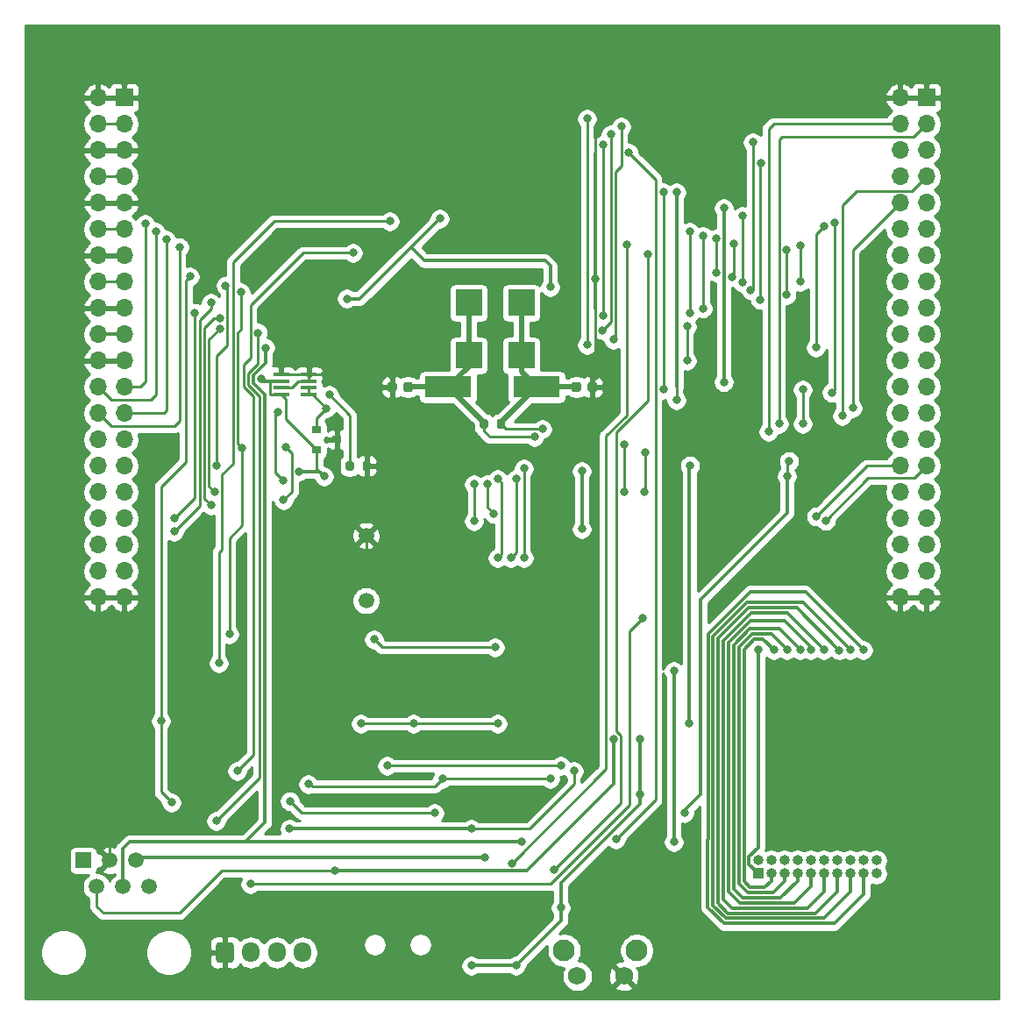
<source format=gbl>
%TF.GenerationSoftware,KiCad,Pcbnew,5.1.9+dfsg1-1*%
%TF.CreationDate,2021-05-17T22:01:10+02:00*%
%TF.ProjectId,PIC32MXCubeV1,50494333-324d-4584-9375-626556312e6b,rev?*%
%TF.SameCoordinates,Original*%
%TF.FileFunction,Copper,L2,Bot*%
%TF.FilePolarity,Positive*%
%FSLAX46Y46*%
G04 Gerber Fmt 4.6, Leading zero omitted, Abs format (unit mm)*
G04 Created by KiCad (PCBNEW 5.1.9+dfsg1-1) date 2021-05-17 22:01:10*
%MOMM*%
%LPD*%
G01*
G04 APERTURE LIST*
%TA.AperFunction,ComponentPad*%
%ADD10C,1.520000*%
%TD*%
%TA.AperFunction,ComponentPad*%
%ADD11R,1.520000X1.520000*%
%TD*%
%TA.AperFunction,SMDPad,CuDef*%
%ADD12R,2.540000X2.540000*%
%TD*%
%TA.AperFunction,ComponentPad*%
%ADD13O,1.700000X1.700000*%
%TD*%
%TA.AperFunction,ComponentPad*%
%ADD14R,1.700000X1.700000*%
%TD*%
%TA.AperFunction,ComponentPad*%
%ADD15O,1.700000X1.950000*%
%TD*%
%TA.AperFunction,SMDPad,CuDef*%
%ADD16R,1.560000X0.400000*%
%TD*%
%TA.AperFunction,SMDPad,CuDef*%
%ADD17R,0.900000X0.800000*%
%TD*%
%TA.AperFunction,ComponentPad*%
%ADD18C,2.100000*%
%TD*%
%TA.AperFunction,ComponentPad*%
%ADD19C,1.750000*%
%TD*%
%TA.AperFunction,SMDPad,CuDef*%
%ADD20R,4.500000X2.000000*%
%TD*%
%TA.AperFunction,ComponentPad*%
%ADD21R,1.000000X1.000000*%
%TD*%
%TA.AperFunction,ComponentPad*%
%ADD22O,1.000000X1.000000*%
%TD*%
%TA.AperFunction,ComponentPad*%
%ADD23C,1.500000*%
%TD*%
%TA.AperFunction,ViaPad*%
%ADD24C,0.800000*%
%TD*%
%TA.AperFunction,Conductor*%
%ADD25C,0.500000*%
%TD*%
%TA.AperFunction,Conductor*%
%ADD26C,0.250000*%
%TD*%
%TA.AperFunction,Conductor*%
%ADD27C,0.300000*%
%TD*%
%TA.AperFunction,Conductor*%
%ADD28C,0.254000*%
%TD*%
%TA.AperFunction,Conductor*%
%ADD29C,0.100000*%
%TD*%
G04 APERTURE END LIST*
%TO.P,R3005,2*%
%TO.N,GND*%
%TA.AperFunction,SMDPad,CuDef*%
G36*
G01*
X160191000Y-94255000D02*
X160191000Y-93705000D01*
G75*
G02*
X160391000Y-93505000I200000J0D01*
G01*
X160791000Y-93505000D01*
G75*
G02*
X160991000Y-93705000I0J-200000D01*
G01*
X160991000Y-94255000D01*
G75*
G02*
X160791000Y-94455000I-200000J0D01*
G01*
X160391000Y-94455000D01*
G75*
G02*
X160191000Y-94255000I0J200000D01*
G01*
G37*
%TD.AperFunction*%
%TO.P,R3005,1*%
%TO.N,Net-(R3005-Pad1)*%
%TA.AperFunction,SMDPad,CuDef*%
G36*
G01*
X158541000Y-94255000D02*
X158541000Y-93705000D01*
G75*
G02*
X158741000Y-93505000I200000J0D01*
G01*
X159141000Y-93505000D01*
G75*
G02*
X159341000Y-93705000I0J-200000D01*
G01*
X159341000Y-94255000D01*
G75*
G02*
X159141000Y-94455000I-200000J0D01*
G01*
X158741000Y-94455000D01*
G75*
G02*
X158541000Y-94255000I0J200000D01*
G01*
G37*
%TD.AperFunction*%
%TD*%
D10*
%TO.P,J1005,6*%
%TO.N,N/C*%
X139578000Y-134620000D03*
%TO.P,J1005,5*%
%TO.N,/PGEC1*%
X138308000Y-132080000D03*
%TO.P,J1005,4*%
%TO.N,/PGED1*%
X137038000Y-134620000D03*
%TO.P,J1005,3*%
%TO.N,GND*%
X135768000Y-132080000D03*
%TO.P,J1005,2*%
%TO.N,+3V3*%
X134498000Y-134620000D03*
D11*
%TO.P,J1005,1*%
%TO.N,/RST*%
X133228000Y-132080000D03*
%TD*%
D12*
%TO.P,Y2002,1*%
%TO.N,Net-(C2001-Pad1)*%
X175514000Y-78232000D03*
%TO.P,Y2002,2*%
%TO.N,Net-(C2002-Pad1)*%
X170434000Y-78232000D03*
X170434000Y-83312000D03*
%TO.P,Y2002,1*%
%TO.N,Net-(C2001-Pad1)*%
X175514000Y-83312000D03*
%TD*%
%TO.P,C2001,1*%
%TO.N,Net-(C2001-Pad1)*%
%TA.AperFunction,SMDPad,CuDef*%
G36*
G01*
X180385000Y-86610000D02*
X180385000Y-86110000D01*
G75*
G02*
X180610000Y-85885000I225000J0D01*
G01*
X181060000Y-85885000D01*
G75*
G02*
X181285000Y-86110000I0J-225000D01*
G01*
X181285000Y-86610000D01*
G75*
G02*
X181060000Y-86835000I-225000J0D01*
G01*
X180610000Y-86835000D01*
G75*
G02*
X180385000Y-86610000I0J225000D01*
G01*
G37*
%TD.AperFunction*%
%TO.P,C2001,2*%
%TO.N,GND*%
%TA.AperFunction,SMDPad,CuDef*%
G36*
G01*
X181935000Y-86610000D02*
X181935000Y-86110000D01*
G75*
G02*
X182160000Y-85885000I225000J0D01*
G01*
X182610000Y-85885000D01*
G75*
G02*
X182835000Y-86110000I0J-225000D01*
G01*
X182835000Y-86610000D01*
G75*
G02*
X182610000Y-86835000I-225000J0D01*
G01*
X182160000Y-86835000D01*
G75*
G02*
X181935000Y-86610000I0J225000D01*
G01*
G37*
%TD.AperFunction*%
%TD*%
%TO.P,C2002,2*%
%TO.N,GND*%
%TA.AperFunction,SMDPad,CuDef*%
G36*
G01*
X163492000Y-86110000D02*
X163492000Y-86610000D01*
G75*
G02*
X163267000Y-86835000I-225000J0D01*
G01*
X162817000Y-86835000D01*
G75*
G02*
X162592000Y-86610000I0J225000D01*
G01*
X162592000Y-86110000D01*
G75*
G02*
X162817000Y-85885000I225000J0D01*
G01*
X163267000Y-85885000D01*
G75*
G02*
X163492000Y-86110000I0J-225000D01*
G01*
G37*
%TD.AperFunction*%
%TO.P,C2002,1*%
%TO.N,Net-(C2002-Pad1)*%
%TA.AperFunction,SMDPad,CuDef*%
G36*
G01*
X165042000Y-86110000D02*
X165042000Y-86610000D01*
G75*
G02*
X164817000Y-86835000I-225000J0D01*
G01*
X164367000Y-86835000D01*
G75*
G02*
X164142000Y-86610000I0J225000D01*
G01*
X164142000Y-86110000D01*
G75*
G02*
X164367000Y-85885000I225000J0D01*
G01*
X164817000Y-85885000D01*
G75*
G02*
X165042000Y-86110000I0J-225000D01*
G01*
G37*
%TD.AperFunction*%
%TD*%
D13*
%TO.P,J1001,40*%
%TO.N,GND*%
X212090000Y-106680000D03*
%TO.P,J1001,39*%
X214630000Y-106680000D03*
%TO.P,J1001,38*%
%TO.N,/IO9*%
X212090000Y-104140000D03*
%TO.P,J1001,37*%
%TO.N,/RST*%
X214630000Y-104140000D03*
%TO.P,J1001,36*%
%TO.N,/SCL3*%
X212090000Y-101600000D03*
%TO.P,J1001,35*%
%TO.N,/SDA3*%
X214630000Y-101600000D03*
%TO.P,J1001,34*%
%TO.N,/SCL2*%
X212090000Y-99060000D03*
%TO.P,J1001,33*%
%TO.N,/SDA2*%
X214630000Y-99060000D03*
%TO.P,J1001,32*%
%TO.N,/SCL1*%
X212090000Y-96520000D03*
%TO.P,J1001,31*%
%TO.N,/SDA1*%
X214630000Y-96520000D03*
%TO.P,J1001,30*%
%TO.N,/UART-TX3*%
X212090000Y-93980000D03*
%TO.P,J1001,29*%
%TO.N,/UART-RX3*%
X214630000Y-93980000D03*
%TO.P,J1001,28*%
%TO.N,/UART-TX2*%
X212090000Y-91440000D03*
%TO.P,J1001,27*%
%TO.N,/UART-RX2*%
X214630000Y-91440000D03*
%TO.P,J1001,26*%
%TO.N,/UART-TX1*%
X212090000Y-88900000D03*
%TO.P,J1001,25*%
%TO.N,/UART-RX1*%
X214630000Y-88900000D03*
%TO.P,J1001,24*%
%TO.N,/CS2*%
X212090000Y-86360000D03*
%TO.P,J1001,23*%
%TO.N,/CS1*%
X214630000Y-86360000D03*
%TO.P,J1001,22*%
%TO.N,/RW*%
X212090000Y-83820000D03*
%TO.P,J1001,21*%
%TO.N,/RS*%
X214630000Y-83820000D03*
%TO.P,J1001,20*%
%TO.N,/E*%
X212090000Y-81280000D03*
%TO.P,J1001,19*%
%TO.N,/D7*%
X214630000Y-81280000D03*
%TO.P,J1001,18*%
%TO.N,/D6*%
X212090000Y-78740000D03*
%TO.P,J1001,17*%
%TO.N,/D5*%
X214630000Y-78740000D03*
%TO.P,J1001,16*%
%TO.N,/D4*%
X212090000Y-76200000D03*
%TO.P,J1001,15*%
%TO.N,/D3*%
X214630000Y-76200000D03*
%TO.P,J1001,14*%
%TO.N,/D2*%
X212090000Y-73660000D03*
%TO.P,J1001,13*%
%TO.N,/D1*%
X214630000Y-73660000D03*
%TO.P,J1001,12*%
%TO.N,/D0*%
X212090000Y-71120000D03*
%TO.P,J1001,11*%
%TO.N,/IO10*%
X214630000Y-71120000D03*
%TO.P,J1001,10*%
%TO.N,/SDO1*%
X212090000Y-68580000D03*
%TO.P,J1001,9*%
%TO.N,/IO11*%
X214630000Y-68580000D03*
%TO.P,J1001,8*%
%TO.N,/SDI1*%
X212090000Y-66040000D03*
%TO.P,J1001,7*%
%TO.N,/SCK1*%
X214630000Y-66040000D03*
%TO.P,J1001,6*%
%TO.N,/CAN1TX*%
X212090000Y-63500000D03*
%TO.P,J1001,5*%
%TO.N,/CAN1RX*%
X214630000Y-63500000D03*
%TO.P,J1001,4*%
%TO.N,/IC2*%
X212090000Y-60960000D03*
%TO.P,J1001,3*%
%TO.N,/IC1*%
X214630000Y-60960000D03*
%TO.P,J1001,2*%
%TO.N,GND*%
X212090000Y-58420000D03*
D14*
%TO.P,J1001,1*%
X214630000Y-58420000D03*
%TD*%
%TO.P,J1002,1*%
%TO.N,GND*%
X137160000Y-58420000D03*
D13*
%TO.P,J1002,2*%
X134620000Y-58420000D03*
%TO.P,J1002,3*%
%TO.N,+BATT*%
X137160000Y-60960000D03*
%TO.P,J1002,4*%
X134620000Y-60960000D03*
%TO.P,J1002,5*%
%TO.N,GND*%
X137160000Y-63500000D03*
%TO.P,J1002,6*%
X134620000Y-63500000D03*
%TO.P,J1002,7*%
%TO.N,+12V*%
X137160000Y-66040000D03*
%TO.P,J1002,8*%
X134620000Y-66040000D03*
%TO.P,J1002,9*%
%TO.N,GND*%
X137160000Y-68580000D03*
%TO.P,J1002,10*%
X134620000Y-68580000D03*
%TO.P,J1002,11*%
%TO.N,+5VA*%
X137160000Y-71120000D03*
%TO.P,J1002,12*%
X134620000Y-71120000D03*
%TO.P,J1002,13*%
%TO.N,GND*%
X137160000Y-73660000D03*
%TO.P,J1002,14*%
X134620000Y-73660000D03*
%TO.P,J1002,15*%
%TO.N,+5VD*%
X137160000Y-76200000D03*
%TO.P,J1002,16*%
X134620000Y-76200000D03*
%TO.P,J1002,17*%
%TO.N,GND*%
X137160000Y-78740000D03*
%TO.P,J1002,18*%
X134620000Y-78740000D03*
%TO.P,J1002,19*%
%TO.N,+3V3*%
X137160000Y-81280000D03*
%TO.P,J1002,20*%
X134620000Y-81280000D03*
%TO.P,J1002,21*%
%TO.N,GND*%
X137160000Y-83820000D03*
%TO.P,J1002,22*%
X134620000Y-83820000D03*
%TO.P,J1002,23*%
%TO.N,/PWM0*%
X137160000Y-86360000D03*
%TO.P,J1002,24*%
%TO.N,/PWM1*%
X134620000Y-86360000D03*
%TO.P,J1002,25*%
%TO.N,/PWM2*%
X137160000Y-88900000D03*
%TO.P,J1002,26*%
%TO.N,/PWM3*%
X134620000Y-88900000D03*
%TO.P,J1002,27*%
%TO.N,N/C*%
X137160000Y-91440000D03*
%TO.P,J1002,28*%
%TO.N,/INT0*%
X134620000Y-91440000D03*
%TO.P,J1002,29*%
%TO.N,/INT1*%
X137160000Y-93980000D03*
%TO.P,J1002,30*%
%TO.N,/IO8*%
X134620000Y-93980000D03*
%TO.P,J1002,31*%
%TO.N,/IO0*%
X137160000Y-96520000D03*
%TO.P,J1002,32*%
%TO.N,/IO1*%
X134620000Y-96520000D03*
%TO.P,J1002,33*%
%TO.N,/IO2*%
X137160000Y-99060000D03*
%TO.P,J1002,34*%
%TO.N,/IO3*%
X134620000Y-99060000D03*
%TO.P,J1002,35*%
%TO.N,/IO4*%
X137160000Y-101600000D03*
%TO.P,J1002,36*%
%TO.N,/IO5*%
X134620000Y-101600000D03*
%TO.P,J1002,37*%
%TO.N,/IO6*%
X137160000Y-104140000D03*
%TO.P,J1002,38*%
%TO.N,/IO7*%
X134620000Y-104140000D03*
%TO.P,J1002,39*%
%TO.N,GND*%
X137160000Y-106680000D03*
%TO.P,J1002,40*%
X134620000Y-106680000D03*
%TD*%
%TO.P,J1003,1*%
%TO.N,GND*%
%TA.AperFunction,ComponentPad*%
G36*
G01*
X146042000Y-141695000D02*
X146042000Y-140245000D01*
G75*
G02*
X146292000Y-139995000I250000J0D01*
G01*
X147492000Y-139995000D01*
G75*
G02*
X147742000Y-140245000I0J-250000D01*
G01*
X147742000Y-141695000D01*
G75*
G02*
X147492000Y-141945000I-250000J0D01*
G01*
X146292000Y-141945000D01*
G75*
G02*
X146042000Y-141695000I0J250000D01*
G01*
G37*
%TD.AperFunction*%
D15*
%TO.P,J1003,2*%
%TO.N,+5VD*%
X149392000Y-140970000D03*
%TO.P,J1003,3*%
%TO.N,/UART-RX0*%
X151892000Y-140970000D03*
%TO.P,J1003,4*%
%TO.N,/UART-TX0*%
X154392000Y-140970000D03*
%TD*%
%TO.P,R2001,1*%
%TO.N,Net-(C2002-Pad1)*%
%TA.AperFunction,SMDPad,CuDef*%
G36*
G01*
X171495000Y-90191000D02*
X171495000Y-89641000D01*
G75*
G02*
X171695000Y-89441000I200000J0D01*
G01*
X172095000Y-89441000D01*
G75*
G02*
X172295000Y-89641000I0J-200000D01*
G01*
X172295000Y-90191000D01*
G75*
G02*
X172095000Y-90391000I-200000J0D01*
G01*
X171695000Y-90391000D01*
G75*
G02*
X171495000Y-90191000I0J200000D01*
G01*
G37*
%TD.AperFunction*%
%TO.P,R2001,2*%
%TO.N,Net-(C2001-Pad1)*%
%TA.AperFunction,SMDPad,CuDef*%
G36*
G01*
X173145000Y-90191000D02*
X173145000Y-89641000D01*
G75*
G02*
X173345000Y-89441000I200000J0D01*
G01*
X173745000Y-89441000D01*
G75*
G02*
X173945000Y-89641000I0J-200000D01*
G01*
X173945000Y-90191000D01*
G75*
G02*
X173745000Y-90391000I-200000J0D01*
G01*
X173345000Y-90391000D01*
G75*
G02*
X173145000Y-90191000I0J200000D01*
G01*
G37*
%TD.AperFunction*%
%TD*%
D16*
%TO.P,U2002,1*%
%TO.N,+3V3*%
X152320000Y-87086000D03*
%TO.P,U2002,2*%
%TO.N,GND*%
X152320000Y-86436000D03*
%TO.P,U2002,3*%
%TO.N,+3V3*%
X152320000Y-85776000D03*
%TO.P,U2002,4*%
%TO.N,GND*%
X152320000Y-85126000D03*
%TO.P,U2002,5*%
X155020000Y-85126000D03*
%TO.P,U2002,6*%
X155020000Y-85776000D03*
%TO.P,U2002,7*%
%TO.N,Net-(U2002-Pad7)*%
X155020000Y-86436000D03*
%TO.P,U2002,8*%
X155020000Y-87086000D03*
%TD*%
D17*
%TO.P,U2003,1*%
%TO.N,+3V3*%
X155718000Y-92390000D03*
%TO.P,U2003,2*%
%TO.N,Net-(U2002-Pad7)*%
X155718000Y-90490000D03*
%TO.P,U2003,3*%
%TO.N,GND*%
X157718000Y-91440000D03*
%TD*%
D18*
%TO.P,SW1001,*%
%TO.N,*%
X179660000Y-140766000D03*
D19*
%TO.P,SW1001,2*%
%TO.N,/RST*%
X180920000Y-143256000D03*
%TO.P,SW1001,1*%
%TO.N,GND*%
X185420000Y-143256000D03*
D18*
%TO.P,SW1001,*%
%TO.N,*%
X186670000Y-140766000D03*
%TD*%
D20*
%TO.P,Y2001,1*%
%TO.N,Net-(C2001-Pad1)*%
X176970000Y-86360000D03*
%TO.P,Y2001,2*%
%TO.N,Net-(C2002-Pad1)*%
X168470000Y-86360000D03*
%TD*%
D21*
%TO.P,J3001,1*%
%TO.N,Net-(J3001-Pad1)*%
X198374000Y-133350000D03*
D22*
%TO.P,J3001,2*%
%TO.N,Net-(J3001-Pad2)*%
X198374000Y-132080000D03*
%TO.P,J3001,3*%
%TO.N,Net-(J3001-Pad3)*%
X199644000Y-133350000D03*
%TO.P,J3001,4*%
%TO.N,Net-(J3001-Pad4)*%
X199644000Y-132080000D03*
%TO.P,J3001,5*%
%TO.N,Net-(J3001-Pad5)*%
X200914000Y-133350000D03*
%TO.P,J3001,6*%
%TO.N,Net-(J3001-Pad6)*%
X200914000Y-132080000D03*
%TO.P,J3001,7*%
%TO.N,Net-(J3001-Pad7)*%
X202184000Y-133350000D03*
%TO.P,J3001,8*%
%TO.N,Net-(J3001-Pad8)*%
X202184000Y-132080000D03*
%TO.P,J3001,9*%
%TO.N,Net-(J3001-Pad9)*%
X203454000Y-133350000D03*
%TO.P,J3001,10*%
%TO.N,Net-(J3001-Pad10)*%
X203454000Y-132080000D03*
%TO.P,J3001,11*%
%TO.N,Net-(J3001-Pad11)*%
X204724000Y-133350000D03*
%TO.P,J3001,12*%
%TO.N,Net-(J3001-Pad12)*%
X204724000Y-132080000D03*
%TO.P,J3001,13*%
%TO.N,Net-(J3001-Pad13)*%
X205994000Y-133350000D03*
%TO.P,J3001,14*%
%TO.N,Net-(J3001-Pad14)*%
X205994000Y-132080000D03*
%TO.P,J3001,15*%
%TO.N,Net-(J3001-Pad15)*%
X207264000Y-133350000D03*
%TO.P,J3001,16*%
%TO.N,Net-(J3001-Pad16)*%
X207264000Y-132080000D03*
%TO.P,J3001,17*%
%TO.N,Net-(J3001-Pad17)*%
X208534000Y-133350000D03*
%TO.P,J3001,18*%
%TO.N,Net-(J3001-Pad18)*%
X208534000Y-132080000D03*
%TO.P,J3001,19*%
%TO.N,N/C*%
X209804000Y-133350000D03*
%TO.P,J3001,20*%
X209804000Y-132080000D03*
%TD*%
D23*
%TO.P,C2004,1*%
%TO.N,Net-(C2004-Pad1)*%
X160528000Y-106984800D03*
%TO.P,C2004,2*%
%TO.N,GND*%
X160528000Y-100711000D03*
%TD*%
D24*
%TO.N,Net-(C2001-Pad1)*%
X177546000Y-90424000D03*
%TO.N,GND*%
X169164000Y-70104000D03*
X182626000Y-85344000D03*
X179070000Y-91440000D03*
X163830000Y-94103747D03*
X182626000Y-75946000D03*
X174752000Y-116078000D03*
X170942000Y-116078000D03*
X160020000Y-114300000D03*
X209296000Y-104648000D03*
X174752000Y-107442000D03*
X159477541Y-75357967D03*
%TO.N,Net-(C2002-Pad1)*%
X176784000Y-91186000D03*
%TO.N,/RST*%
X170688000Y-129032000D03*
X180594000Y-123444000D03*
X153141328Y-129020647D03*
%TO.N,+3V3*%
X167640000Y-70104000D03*
X156464000Y-94996000D03*
X158672914Y-77825032D03*
X178308000Y-76708000D03*
X179324000Y-136652000D03*
X175006000Y-142240000D03*
X170688000Y-142240000D03*
X157480000Y-133096000D03*
X186944000Y-125730000D03*
X186944000Y-120396000D03*
X173228000Y-118872000D03*
X160020000Y-118872000D03*
X165100000Y-118872000D03*
X154078652Y-94509183D03*
X150368000Y-85598000D03*
X181356000Y-100076000D03*
X181356000Y-94488000D03*
X184404000Y-120396000D03*
%TO.N,/SCL1*%
X167894000Y-124206000D03*
X178308000Y-124206000D03*
X191754000Y-118856000D03*
X191792338Y-93957662D03*
X154940000Y-124714000D03*
%TO.N,/SDA1*%
X201364011Y-93529989D03*
X201168000Y-94980000D03*
X167132000Y-127508000D03*
X191262000Y-127508000D03*
X153164269Y-126356539D03*
%TO.N,/UART-TX3*%
X204006250Y-98870022D03*
%TO.N,/UART-RX3*%
X204923358Y-99268678D03*
%TO.N,/UART-TX1*%
X190500000Y-87630000D03*
X190500000Y-67564000D03*
%TO.N,/UART-RX1*%
X202692000Y-86614000D03*
X189230000Y-86614000D03*
X202692000Y-89916000D03*
X189234660Y-67559340D03*
%TO.N,/RW*%
X191516000Y-83820000D03*
X191516000Y-80518000D03*
%TO.N,/D7*%
X203962000Y-82550000D03*
X204783353Y-70787012D03*
%TO.N,/D6*%
X193058381Y-71787021D03*
X193040000Y-78783043D03*
%TO.N,/D5*%
X191770000Y-71374000D03*
X191770000Y-79248000D03*
%TO.N,/D4*%
X202438000Y-76200000D03*
X202506034Y-72687043D03*
%TO.N,/D3*%
X201131010Y-77470000D03*
X201131010Y-73137054D03*
%TO.N,/D0*%
X194310404Y-72037899D03*
X194310000Y-75278979D03*
%TO.N,+5VD*%
X143510000Y-75692000D03*
X141732000Y-126492000D03*
X149352000Y-134366000D03*
X187198000Y-108712000D03*
X140716000Y-118618000D03*
%TO.N,/PWM0*%
X139192000Y-70612000D03*
X181864000Y-60452000D03*
X181864000Y-82296000D03*
%TO.N,/PWM1*%
X185166000Y-61214000D03*
X140208000Y-71374000D03*
X184404000Y-81788000D03*
%TO.N,/PWM2*%
X184150000Y-61976000D03*
X141224000Y-72136000D03*
X183351010Y-80873824D03*
%TO.N,/INT0*%
X147320000Y-110236000D03*
X172974000Y-111506000D03*
X161290000Y-110744000D03*
X148553010Y-92272123D03*
X148430979Y-77216000D03*
%TO.N,/INT1*%
X146086990Y-93921584D03*
X146970259Y-76560582D03*
%TO.N,/IO8*%
X152043030Y-88740411D03*
X152551032Y-95396389D03*
%TO.N,/IO0*%
X146397248Y-80723117D03*
X145890979Y-96520000D03*
%TO.N,/IO1*%
X145542000Y-97790000D03*
X146398979Y-79699529D03*
%TO.N,/IO2*%
X143981010Y-79211010D03*
X141986000Y-99060000D03*
%TO.N,/IO3*%
X141986000Y-100330000D03*
X145542000Y-78232000D03*
%TO.N,/USBP*%
X175768000Y-102870000D03*
X175768000Y-94234000D03*
%TO.N,/USBN*%
X175006000Y-95250000D03*
X174498000Y-102870000D03*
%TO.N,/VBUS*%
X173228000Y-102870000D03*
X173228000Y-95250000D03*
%TO.N,/PGEC1*%
X171958000Y-131826000D03*
X146050000Y-128270000D03*
X150077010Y-81128763D03*
%TO.N,/PGED1*%
X175514000Y-130302000D03*
X150802020Y-82559766D03*
%TO.N,Net-(R2002-Pad2)*%
X184658000Y-130048000D03*
X185891010Y-63752557D03*
%TO.N,/UART-TX2*%
X185456990Y-96515340D03*
X185420000Y-91948000D03*
%TO.N,/UART-RX2*%
X187415010Y-96520000D03*
X187452000Y-92710000D03*
%TO.N,Net-(Q3001-Pad3)*%
X190246000Y-130302000D03*
X190246000Y-113792000D03*
%TO.N,Net-(D2001-Pad1)*%
X162560000Y-122936000D03*
X179324000Y-122936000D03*
%TO.N,/SCL3*%
X172212000Y-95758000D03*
X172867095Y-98588990D03*
%TO.N,/SDA3*%
X170942000Y-95758000D03*
X170942000Y-99314000D03*
%TO.N,/CS2*%
X195072000Y-69088000D03*
X195072000Y-85888990D03*
%TO.N,/CS1*%
X205742219Y-70503108D03*
X205486000Y-86904990D03*
%TO.N,/IO10*%
X196018672Y-72491030D03*
X195834000Y-75728990D03*
%TO.N,/IO11*%
X196850000Y-69850000D03*
X196850000Y-76283696D03*
%TO.N,/IC2*%
X199390000Y-90678000D03*
%TO.N,/IC1*%
X200406000Y-89916000D03*
%TO.N,/PWM3*%
X183388000Y-62992000D03*
X142494000Y-72861010D03*
X183387999Y-79501999D03*
%TO.N,Net-(J3001-Pad1)*%
X198374000Y-111760000D03*
%TO.N,Net-(J3001-Pad3)*%
X199898000Y-111760000D03*
%TO.N,Net-(J3001-Pad5)*%
X201168000Y-111760000D03*
%TO.N,Net-(J3001-Pad7)*%
X202438000Y-111760000D03*
%TO.N,Net-(J3001-Pad9)*%
X203454000Y-111760000D03*
%TO.N,Net-(J3001-Pad11)*%
X204724000Y-111760000D03*
%TO.N,Net-(J3001-Pad13)*%
X206225662Y-111782338D03*
%TO.N,Net-(J3001-Pad15)*%
X207264000Y-111760000D03*
%TO.N,Net-(J3001-Pad17)*%
X208534000Y-111760000D03*
%TO.N,/LED1*%
X185674000Y-72644000D03*
X174603857Y-132345990D03*
%TO.N,/LED2*%
X187742990Y-73528340D03*
X178684340Y-132964340D03*
%TO.N,Net-(R3005-Pad1)*%
X156972000Y-87122000D03*
%TO.N,/SCK1*%
X206502000Y-89154000D03*
%TO.N,/SDO1*%
X207518000Y-88392000D03*
%TO.N,/CAN1TX*%
X197866000Y-62738000D03*
X197682060Y-77008706D03*
%TO.N,/CAN1RX*%
X198583400Y-77933400D03*
X198628000Y-64770000D03*
%TO.N,Net-(U2002-Pad7)*%
X156713341Y-88396659D03*
%TO.N,Net-(C3002-Pad1)*%
X152551032Y-97282000D03*
X152747043Y-92141719D03*
%TO.N,Net-(R3007-Pad2)*%
X148082000Y-123444000D03*
X159258000Y-73406000D03*
%TO.N,/PIC32MX795F512L/UART-TX*%
X146304000Y-113030000D03*
X162814000Y-70358000D03*
%TD*%
D25*
%TO.N,Net-(C2001-Pad1)*%
X175514000Y-78232000D02*
X175514000Y-83312000D01*
X175514000Y-84904000D02*
X176970000Y-86360000D01*
X175514000Y-83312000D02*
X175514000Y-84904000D01*
X180835000Y-86360000D02*
X176970000Y-86360000D01*
X173545000Y-89785000D02*
X176970000Y-86360000D01*
X173545000Y-89916000D02*
X173545000Y-89785000D01*
D26*
X174053000Y-90424000D02*
X173545000Y-89916000D01*
X177546000Y-90424000D02*
X174053000Y-90424000D01*
D27*
%TO.N,GND*%
X137160000Y-58420000D02*
X132842000Y-58420000D01*
X132842000Y-58420000D02*
X132334000Y-58928000D01*
X132842000Y-106680000D02*
X134620000Y-106680000D01*
X132334000Y-106172000D02*
X132842000Y-106680000D01*
X134620000Y-106680000D02*
X137160000Y-106680000D01*
X137160000Y-63500000D02*
X134620000Y-63500000D01*
X132334000Y-58928000D02*
X132334000Y-63246000D01*
X134620000Y-63500000D02*
X132334000Y-63500000D01*
X132334000Y-63246000D02*
X132334000Y-63500000D01*
X137160000Y-68580000D02*
X134620000Y-68580000D01*
X137160000Y-73660000D02*
X134620000Y-73660000D01*
X134620000Y-68580000D02*
X132334000Y-68580000D01*
X132334000Y-63500000D02*
X132334000Y-68580000D01*
X134620000Y-73660000D02*
X132334000Y-73660000D01*
X132334000Y-68580000D02*
X132334000Y-73660000D01*
X137160000Y-83820000D02*
X134620000Y-83820000D01*
X134620000Y-83820000D02*
X132334000Y-83820000D01*
X132334000Y-83820000D02*
X132334000Y-106172000D01*
X137160000Y-78740000D02*
X134620000Y-78740000D01*
X134620000Y-78740000D02*
X132334000Y-78740000D01*
X132334000Y-78740000D02*
X132334000Y-83820000D01*
X132334000Y-73660000D02*
X132334000Y-78740000D01*
X214630000Y-106680000D02*
X212090000Y-106680000D01*
X212090000Y-58420000D02*
X214630000Y-58420000D01*
D26*
X184658000Y-58420000D02*
X212090000Y-58420000D01*
D25*
X182385000Y-85585000D02*
X182626000Y-85344000D01*
X182385000Y-86360000D02*
X182385000Y-85585000D01*
D26*
X179070000Y-91440000D02*
X180594000Y-91440000D01*
X182385000Y-89649000D02*
X182385000Y-86360000D01*
X180594000Y-91440000D02*
X182385000Y-89649000D01*
X163706253Y-93980000D02*
X163830000Y-94103747D01*
X161861000Y-93980000D02*
X163706253Y-93980000D01*
X155020000Y-85126000D02*
X152320000Y-85126000D01*
X155020000Y-85776000D02*
X155020000Y-85126000D01*
X152320000Y-86436000D02*
X153340000Y-86436000D01*
X154000000Y-85776000D02*
X155020000Y-85776000D01*
X153340000Y-86436000D02*
X154000000Y-85776000D01*
X161861000Y-93980000D02*
X160591000Y-93980000D01*
X163042000Y-86360000D02*
X163042000Y-85572000D01*
X162596000Y-85126000D02*
X155020000Y-85126000D01*
X163042000Y-85572000D02*
X162596000Y-85126000D01*
X182626000Y-70104000D02*
X182626000Y-75946000D01*
X182626000Y-76903637D02*
X182626000Y-77469322D01*
X182626000Y-75946000D02*
X182626000Y-76903637D01*
X182626000Y-85344000D02*
X182626000Y-75946000D01*
X135768000Y-132080000D02*
X135768000Y-111628000D01*
X137160000Y-110236000D02*
X137160000Y-106680000D01*
X135768000Y-111628000D02*
X137160000Y-110236000D01*
X174752000Y-116078000D02*
X170942000Y-116078000D01*
X161798000Y-116078000D02*
X160020000Y-114300000D01*
X170942000Y-116078000D02*
X161798000Y-116078000D01*
X169164000Y-70104000D02*
X169164000Y-64516000D01*
X169164000Y-64516000D02*
X175260000Y-58420000D01*
X182626000Y-62992000D02*
X182626000Y-61976000D01*
X182626000Y-70104000D02*
X182626000Y-62992000D01*
X182626000Y-61976000D02*
X183642000Y-60960000D01*
X183642000Y-58420000D02*
X184658000Y-58420000D01*
X183642000Y-60960000D02*
X183642000Y-58420000D01*
X175260000Y-58420000D02*
X183642000Y-58420000D01*
X209296000Y-104648000D02*
X209296000Y-105664000D01*
X210312000Y-106680000D02*
X212090000Y-106680000D01*
X209296000Y-105664000D02*
X210312000Y-106680000D01*
X174752000Y-107442000D02*
X174752000Y-116078000D01*
X160528000Y-100711000D02*
X160528000Y-102870000D01*
X160528000Y-102870000D02*
X163068000Y-105410000D01*
X172720000Y-105410000D02*
X174752000Y-107442000D01*
X163068000Y-105410000D02*
X172720000Y-105410000D01*
X157718000Y-91440000D02*
X157718000Y-94980000D01*
X157718000Y-94980000D02*
X158242000Y-95504000D01*
X158242000Y-95504000D02*
X160020000Y-95504000D01*
X160591000Y-94933000D02*
X160591000Y-93980000D01*
X160020000Y-95504000D02*
X160591000Y-94933000D01*
D27*
X165747508Y-69088000D02*
X159477541Y-75357967D01*
X169164000Y-70104000D02*
X168148000Y-69088000D01*
X168148000Y-69088000D02*
X165747508Y-69088000D01*
D26*
X155020000Y-79815508D02*
X159477541Y-75357967D01*
X155020000Y-85126000D02*
X155020000Y-79815508D01*
D27*
X163042000Y-93315747D02*
X163830000Y-94103747D01*
X163042000Y-86360000D02*
X163042000Y-93315747D01*
D25*
%TO.N,Net-(C2002-Pad1)*%
X170434000Y-78232000D02*
X170434000Y-83312000D01*
X170434000Y-84396000D02*
X168470000Y-86360000D01*
X170434000Y-83312000D02*
X170434000Y-84396000D01*
X164592000Y-86360000D02*
X168470000Y-86360000D01*
X171895000Y-89785000D02*
X168470000Y-86360000D01*
X171895000Y-89916000D02*
X171895000Y-89785000D01*
D26*
X176784000Y-91186000D02*
X172466000Y-91186000D01*
X171895000Y-90615000D02*
X171895000Y-89916000D01*
X172466000Y-91186000D02*
X171895000Y-90615000D01*
%TO.N,/RST*%
X180594000Y-123444000D02*
X180594000Y-124714000D01*
X176276000Y-129032000D02*
X170688000Y-129032000D01*
X180594000Y-124714000D02*
X176276000Y-129032000D01*
D27*
X170688000Y-129032000D02*
X153152681Y-129032000D01*
X153152681Y-129032000D02*
X153141328Y-129020647D01*
%TO.N,+3V3*%
X137160000Y-81280000D02*
X134620000Y-81280000D01*
D26*
X155718000Y-94250000D02*
X156464000Y-94996000D01*
X155718000Y-92390000D02*
X155718000Y-94250000D01*
D27*
X175006000Y-142240000D02*
X170688000Y-142240000D01*
D26*
X134498000Y-134620000D02*
X134498000Y-136530000D01*
X134498000Y-136530000D02*
X135128000Y-137160000D01*
X135128000Y-137160000D02*
X142494000Y-137160000D01*
X142494000Y-137160000D02*
X146558000Y-133096000D01*
X146558000Y-133096000D02*
X157480000Y-133096000D01*
X173228000Y-118872000D02*
X165100000Y-118872000D01*
X165100000Y-118872000D02*
X160020000Y-118872000D01*
D27*
X155977183Y-94509183D02*
X154078652Y-94509183D01*
X156464000Y-94996000D02*
X155977183Y-94509183D01*
D26*
X152320000Y-85776000D02*
X151290000Y-85776000D01*
X151290000Y-87086000D02*
X152320000Y-87086000D01*
X151214999Y-87010999D02*
X151290000Y-87086000D01*
X151214999Y-85851001D02*
X151214999Y-87010999D01*
X152768032Y-89440032D02*
X155718000Y-92390000D01*
X151290000Y-85776000D02*
X151214999Y-85851001D01*
X152320000Y-87086000D02*
X152768032Y-87534032D01*
X152768032Y-87534032D02*
X152768032Y-89440032D01*
D27*
X150546000Y-85776000D02*
X150368000Y-85598000D01*
X152320000Y-85776000D02*
X150546000Y-85776000D01*
X158672914Y-77825032D02*
X159918968Y-77825032D01*
X178308000Y-76708000D02*
X178308000Y-74676000D01*
X178308000Y-74676000D02*
X177800000Y-74168000D01*
X166116000Y-74168000D02*
X164846000Y-72898000D01*
X177800000Y-74168000D02*
X166116000Y-74168000D01*
X164846000Y-72898000D02*
X167640000Y-70104000D01*
X159918968Y-77825032D02*
X164846000Y-72898000D01*
X181356000Y-100076000D02*
X181356000Y-94488000D01*
X157480000Y-133096000D02*
X176022000Y-133096000D01*
X184404000Y-124714000D02*
X184404000Y-120396000D01*
X176022000Y-133096000D02*
X184404000Y-124714000D01*
X186944000Y-120396000D02*
X186944000Y-125730000D01*
X179324000Y-134240410D02*
X179324000Y-136652000D01*
X186944000Y-126620410D02*
X179324000Y-134240410D01*
X186944000Y-125730000D02*
X186944000Y-126620410D01*
X179324000Y-137922000D02*
X175006000Y-142240000D01*
X179324000Y-136652000D02*
X179324000Y-137922000D01*
D26*
%TO.N,/SCL1*%
X167894000Y-124206000D02*
X178308000Y-124206000D01*
D27*
X191754000Y-93996000D02*
X191792338Y-93957662D01*
X191754000Y-118856000D02*
X191754000Y-93996000D01*
D26*
X167168999Y-124931001D02*
X167894000Y-124206000D01*
X154940000Y-124714000D02*
X155411001Y-124931001D01*
X155411001Y-124931001D02*
X167168999Y-124931001D01*
%TO.N,/SDA1*%
X201168000Y-93726000D02*
X201364011Y-93529989D01*
X201168000Y-93726000D02*
X201168000Y-94980000D01*
D27*
X201168000Y-94980000D02*
X201168000Y-98552000D01*
X201168000Y-98552000D02*
X192786000Y-106934000D01*
X192786000Y-106934000D02*
X192786000Y-125730000D01*
X191262000Y-127254000D02*
X191262000Y-127508000D01*
X192786000Y-125730000D02*
X191262000Y-127254000D01*
D26*
X154315730Y-127508000D02*
X153164269Y-126356539D01*
X167132000Y-127508000D02*
X154315730Y-127508000D01*
%TO.N,/UART-TX3*%
X208896272Y-93980000D02*
X204006250Y-98870022D01*
X212090000Y-93980000D02*
X208896272Y-93980000D01*
%TO.N,/UART-RX3*%
X214630000Y-93980000D02*
X213454999Y-95155001D01*
X213454999Y-95155001D02*
X209037035Y-95155001D01*
X209037035Y-95155001D02*
X204923358Y-99268678D01*
%TO.N,/UART-TX1*%
X190500000Y-87630000D02*
X190500000Y-86360000D01*
D27*
X190500000Y-67564000D02*
X190500000Y-86360000D01*
D26*
%TO.N,/UART-RX1*%
X202692000Y-89916000D02*
X202692000Y-86614000D01*
X189230000Y-86614000D02*
X189230000Y-67564000D01*
X189230000Y-67564000D02*
X189234660Y-67559340D01*
%TO.N,/RW*%
X191516000Y-83820000D02*
X191516000Y-80518000D01*
%TO.N,/D7*%
X203962000Y-71608365D02*
X204783353Y-70787012D01*
X203962000Y-82550000D02*
X203962000Y-71608365D01*
%TO.N,/D6*%
X193058381Y-71787021D02*
X193058381Y-78764662D01*
X193058381Y-78764662D02*
X193040000Y-78783043D01*
%TO.N,/D5*%
X191770000Y-79248000D02*
X191770000Y-78486000D01*
X191770000Y-71374000D02*
X191770000Y-78486000D01*
%TO.N,/D4*%
X202438000Y-76200000D02*
X202438000Y-72755077D01*
X202438000Y-72755077D02*
X202506034Y-72687043D01*
%TO.N,/D3*%
X201131010Y-77470000D02*
X201131010Y-76904315D01*
X201131010Y-76904315D02*
X201131010Y-73137054D01*
%TO.N,/D0*%
X194310404Y-75278575D02*
X194310000Y-75278979D01*
X194310404Y-72037899D02*
X194310404Y-75278575D01*
%TO.N,+BATT*%
X134620000Y-60960000D02*
X137160000Y-60960000D01*
%TO.N,+12V*%
X137160000Y-66040000D02*
X134620000Y-66040000D01*
%TO.N,+5VA*%
X137160000Y-71120000D02*
X134620000Y-71120000D01*
%TO.N,+5VD*%
X140716000Y-96012000D02*
X143110001Y-93617999D01*
X143110001Y-76091999D02*
X143110001Y-76345999D01*
X143510000Y-75692000D02*
X143110001Y-76091999D01*
X143110001Y-93617999D02*
X143110001Y-76345999D01*
X141732000Y-126492000D02*
X140716000Y-125476000D01*
X149352000Y-134366000D02*
X178308000Y-134366000D01*
X178308000Y-134366000D02*
X185928000Y-126746000D01*
X185928000Y-114300000D02*
X185928000Y-109982000D01*
X185928000Y-109982000D02*
X187198000Y-108712000D01*
X185928000Y-126746000D02*
X185928000Y-114300000D01*
X140716000Y-118618000D02*
X140716000Y-96012000D01*
X140716000Y-125476000D02*
X140716000Y-118618000D01*
X134620000Y-76200000D02*
X136144000Y-76200000D01*
X136144000Y-76200000D02*
X137160000Y-76200000D01*
%TO.N,/PWM0*%
X137160000Y-86360000D02*
X138684000Y-86360000D01*
X138684000Y-86360000D02*
X139192000Y-85852000D01*
X139192000Y-85852000D02*
X139192000Y-70612000D01*
X181864000Y-80010000D02*
X181864000Y-82296000D01*
X181864000Y-60452000D02*
X181864000Y-80010000D01*
%TO.N,/PWM1*%
X140208000Y-71374000D02*
X140208000Y-87122000D01*
X140208000Y-87122000D02*
X139700000Y-87630000D01*
X135890000Y-87630000D02*
X134620000Y-86360000D01*
X139700000Y-87630000D02*
X135890000Y-87630000D01*
X184600010Y-81591990D02*
X184404000Y-81788000D01*
X184600010Y-65589990D02*
X184600010Y-81591990D01*
X185166000Y-65024000D02*
X184600010Y-65589990D01*
X185166000Y-61214000D02*
X185166000Y-65024000D01*
%TO.N,/PWM2*%
X141224000Y-72136000D02*
X141224000Y-88646000D01*
X140970000Y-88900000D02*
X137160000Y-88900000D01*
X141224000Y-88646000D02*
X140970000Y-88900000D01*
X184150000Y-80074834D02*
X183351010Y-80873824D01*
X184150000Y-61976000D02*
X184150000Y-80074834D01*
%TO.N,/INT0*%
X162052000Y-111506000D02*
X172974000Y-111506000D01*
X162052000Y-111506000D02*
X161290000Y-110744000D01*
X148553010Y-99730580D02*
X148553010Y-92272123D01*
X147320000Y-110236000D02*
X147320000Y-100963590D01*
X147320000Y-100963590D02*
X148553010Y-99730580D01*
X148139989Y-91859102D02*
X148139989Y-81093600D01*
X148139989Y-81093600D02*
X148430979Y-80802610D01*
X148553010Y-92272123D02*
X148139989Y-91859102D01*
X148430979Y-80802610D02*
X148430979Y-77216000D01*
%TO.N,/INT1*%
X147123989Y-82360778D02*
X147123989Y-76714312D01*
X146086990Y-93921584D02*
X146086990Y-83397777D01*
X146086990Y-83397777D02*
X147123989Y-82360778D01*
X147123989Y-76714312D02*
X146970259Y-76560582D01*
%TO.N,/IO8*%
X151768031Y-94613388D02*
X151768031Y-89015410D01*
X151768031Y-89015410D02*
X152043030Y-88740411D01*
X152551032Y-95396389D02*
X151768031Y-94613388D01*
%TO.N,/IO0*%
X145361989Y-81758376D02*
X145361989Y-95991010D01*
X145361989Y-95991010D02*
X145890979Y-96520000D01*
X146397248Y-80723117D02*
X145361989Y-81758376D01*
%TO.N,/IO1*%
X144911978Y-97159978D02*
X144911978Y-80620845D01*
X144911978Y-80620845D02*
X145833294Y-79699529D01*
X145833294Y-79699529D02*
X146398979Y-79699529D01*
X145542000Y-97790000D02*
X144911978Y-97159978D01*
%TO.N,/IO2*%
X143981010Y-97064990D02*
X141986000Y-99060000D01*
X143981010Y-79211010D02*
X143981010Y-97064990D01*
%TO.N,/IO3*%
X145542000Y-78797685D02*
X145542000Y-78232000D01*
X141986000Y-100330000D02*
X144461967Y-97854033D01*
X144461967Y-79877718D02*
X145542000Y-78797685D01*
X144461967Y-97854033D02*
X144461967Y-79877718D01*
%TO.N,/USBP*%
X175768000Y-102870000D02*
X175768000Y-94234000D01*
%TO.N,/USBN*%
X175006000Y-102362000D02*
X174498000Y-102870000D01*
X175006000Y-95250000D02*
X175006000Y-102362000D01*
%TO.N,/VBUS*%
X173228000Y-102870000D02*
X173627999Y-102470001D01*
X173627999Y-102470001D02*
X173627999Y-95649999D01*
X173627999Y-95649999D02*
X173228000Y-95250000D01*
D27*
%TO.N,/PGEC1*%
X138562000Y-131826000D02*
X138308000Y-132080000D01*
X171958000Y-131826000D02*
X138562000Y-131826000D01*
D26*
X150264977Y-124055023D02*
X150264977Y-87276747D01*
X150077010Y-84107220D02*
X150077010Y-81128763D01*
X149142987Y-85041243D02*
X150077010Y-84107220D01*
X150264977Y-87276747D02*
X149142987Y-86154757D01*
X146050000Y-128270000D02*
X150264977Y-124055023D01*
X149142987Y-86154757D02*
X149142987Y-85041243D01*
D27*
%TO.N,/PGED1*%
X137038000Y-134620000D02*
X137038000Y-130932000D01*
X137668000Y-130302000D02*
X138684000Y-130302000D01*
X137038000Y-130932000D02*
X137668000Y-130302000D01*
X148844000Y-130302000D02*
X175514000Y-130302000D01*
X138684000Y-130302000D02*
X148844000Y-130302000D01*
X150739988Y-128406012D02*
X150739988Y-87079992D01*
X150739988Y-87079992D02*
X149617998Y-85958002D01*
X148844000Y-130302000D02*
X150739988Y-128406012D01*
X149617998Y-85958002D02*
X149617998Y-85237998D01*
X150802020Y-84053976D02*
X150802020Y-82559766D01*
X149617998Y-85237998D02*
X150802020Y-84053976D01*
D26*
%TO.N,Net-(R2002-Pad2)*%
X188468000Y-66329547D02*
X185891010Y-63752557D01*
X184658000Y-130048000D02*
X188468000Y-126238000D01*
X188468000Y-126238000D02*
X188468000Y-66329547D01*
%TO.N,/UART-TX2*%
X185420000Y-96478350D02*
X185456990Y-96515340D01*
X185420000Y-91948000D02*
X185420000Y-96478350D01*
%TO.N,/UART-RX2*%
X187452000Y-96483010D02*
X187415010Y-96520000D01*
X187452000Y-92710000D02*
X187452000Y-96483010D01*
D27*
%TO.N,Net-(Q3001-Pad3)*%
X190246000Y-130302000D02*
X190246000Y-113792000D01*
D26*
%TO.N,Net-(D2001-Pad1)*%
X162560000Y-122936000D02*
X179324000Y-122936000D01*
%TO.N,/SCL3*%
X172212000Y-97933895D02*
X172867095Y-98588990D01*
X172212000Y-95758000D02*
X172212000Y-97933895D01*
%TO.N,/SDA3*%
X170942000Y-95758000D02*
X170942000Y-99314000D01*
D27*
%TO.N,/CS2*%
X195072000Y-69088000D02*
X195072000Y-85888990D01*
D26*
%TO.N,/CS1*%
X205742219Y-70503108D02*
X205742219Y-86648771D01*
X205742219Y-86648771D02*
X205486000Y-86904990D01*
%TO.N,/IO10*%
X196018672Y-72491030D02*
X196018672Y-75544318D01*
X196018672Y-75544318D02*
X195834000Y-75728990D01*
%TO.N,/IO11*%
X196850000Y-69850000D02*
X196850000Y-76283696D01*
%TO.N,/IC2*%
X199898000Y-60960000D02*
X199390000Y-61468000D01*
X212090000Y-60960000D02*
X199898000Y-60960000D01*
X199390000Y-85852000D02*
X199390000Y-90678000D01*
X199390000Y-61468000D02*
X199390000Y-85852000D01*
%TO.N,/IC1*%
X200406000Y-85090000D02*
X200406000Y-89916000D01*
X200406000Y-62484000D02*
X200406000Y-85090000D01*
X200660000Y-62230000D02*
X200406000Y-62484000D01*
X213360000Y-62230000D02*
X200660000Y-62230000D01*
X214630000Y-60960000D02*
X213360000Y-62230000D01*
%TO.N,/PWM3*%
X134620000Y-88900000D02*
X135890000Y-90170000D01*
X135890000Y-90170000D02*
X141986000Y-90170000D01*
X142494000Y-89662000D02*
X142494000Y-72861010D01*
X141986000Y-90170000D02*
X142494000Y-89662000D01*
X183388000Y-62992000D02*
X183387999Y-79501999D01*
D27*
%TO.N,Net-(J3001-Pad1)*%
X198374000Y-133350000D02*
X197523999Y-132499999D01*
X197523999Y-132499999D02*
X197523999Y-131671999D01*
X197523999Y-131671999D02*
X198374000Y-130821998D01*
X198374000Y-130821998D02*
X198374000Y-111760000D01*
%TO.N,Net-(J3001-Pad3)*%
X197023996Y-134086874D02*
X197605056Y-134667934D01*
X199898000Y-111760000D02*
X198874011Y-110736011D01*
X199644000Y-134057106D02*
X199644000Y-133350000D01*
X199033172Y-134667934D02*
X199644000Y-134057106D01*
X197605056Y-134667934D02*
X199033172Y-134667934D01*
X197023996Y-131521858D02*
X197023996Y-134086874D01*
X198874011Y-110736011D02*
X197997843Y-110736011D01*
X197048077Y-111685777D02*
X197048077Y-131497777D01*
X197997843Y-110736011D02*
X197048077Y-111685777D01*
X197048077Y-131497777D02*
X197023996Y-131521858D01*
%TO.N,Net-(J3001-Pad5)*%
X197397945Y-135167945D02*
X196523985Y-134293985D01*
X199644000Y-110236000D02*
X201168000Y-111760000D01*
X200914000Y-133350000D02*
X200914000Y-134112000D01*
X196548066Y-111478666D02*
X197790732Y-110236000D01*
X200914000Y-134112000D02*
X199858055Y-135167945D01*
X196523985Y-134293985D02*
X196523985Y-131314747D01*
X196523985Y-131314747D02*
X196548066Y-131290666D01*
X199858055Y-135167945D02*
X197397945Y-135167945D01*
X196548066Y-131290666D02*
X196548066Y-111478666D01*
X197790732Y-110236000D02*
X199644000Y-110236000D01*
%TO.N,Net-(J3001-Pad7)*%
X200573150Y-135667956D02*
X202184000Y-134057106D01*
X196023974Y-131107636D02*
X196023974Y-134809974D01*
X200406000Y-109728000D02*
X197591610Y-109728000D01*
X196048055Y-111271555D02*
X196048055Y-131083555D01*
X202438000Y-111760000D02*
X200406000Y-109728000D01*
X196048055Y-131083555D02*
X196023974Y-131107636D01*
X202184000Y-134057106D02*
X202184000Y-133350000D01*
X197591610Y-109728000D02*
X196048055Y-111271555D01*
X196023974Y-134809974D02*
X196881956Y-135667956D01*
X196881956Y-135667956D02*
X200573150Y-135667956D01*
%TO.N,Net-(J3001-Pad9)*%
X201906033Y-136167967D02*
X196619967Y-136167967D01*
X203454000Y-134620000D02*
X201906033Y-136167967D01*
X195548044Y-130876444D02*
X195548044Y-111064444D01*
X203454000Y-133350000D02*
X203454000Y-134620000D01*
X195548044Y-111064444D02*
X197646488Y-108966000D01*
X200914000Y-108966000D02*
X203454000Y-111506000D01*
X197646488Y-108966000D02*
X200914000Y-108966000D01*
X196619967Y-136167967D02*
X195523963Y-135071963D01*
X195523963Y-135071963D02*
X195523963Y-130900525D01*
X195523963Y-130900525D02*
X195548044Y-130876444D01*
X203454000Y-111506000D02*
X203454000Y-111760000D01*
%TO.N,Net-(J3001-Pad11)*%
X203184022Y-136667978D02*
X195849978Y-136667978D01*
X195023952Y-130693414D02*
X195048033Y-130669333D01*
X201168000Y-108204000D02*
X204724000Y-111760000D01*
X197701366Y-108204000D02*
X201168000Y-108204000D01*
X195849978Y-136667978D02*
X195023952Y-135841952D01*
X195023952Y-135841952D02*
X195023952Y-130693414D01*
X195048033Y-110857333D02*
X197701366Y-108204000D01*
X195048033Y-130669333D02*
X195048033Y-110857333D01*
X204724000Y-135128000D02*
X203184022Y-136667978D01*
X204724000Y-133350000D02*
X204724000Y-135128000D01*
%TO.N,Net-(J3001-Pad13)*%
X202139324Y-107696000D02*
X206225662Y-111782338D01*
X194548022Y-130462222D02*
X194548022Y-110650222D01*
X197502244Y-107696000D02*
X202139324Y-107696000D01*
X195478233Y-137167989D02*
X194523941Y-136213697D01*
X194548022Y-110650222D02*
X197502244Y-107696000D01*
X194523941Y-130486303D02*
X194548022Y-130462222D01*
X203915111Y-137167989D02*
X195478233Y-137167989D01*
X205994000Y-135089100D02*
X203915111Y-137167989D01*
X205994000Y-133350000D02*
X205994000Y-135089100D01*
X194523941Y-136213697D02*
X194523941Y-130486303D01*
%TO.N,Net-(J3001-Pad15)*%
X207264000Y-135128000D02*
X207264000Y-133350000D01*
X202692000Y-107188000D02*
X197303122Y-107188000D01*
X207264000Y-111760000D02*
X202692000Y-107188000D01*
X197303122Y-107188000D02*
X194048011Y-110443111D01*
X194048011Y-110443111D02*
X194048011Y-130255111D01*
X204724000Y-137668000D02*
X207264000Y-135128000D01*
X195271122Y-137668000D02*
X204724000Y-137668000D01*
X194023926Y-136420804D02*
X195271122Y-137668000D01*
X194048011Y-130255111D02*
X194023926Y-130279196D01*
X194023926Y-130279196D02*
X194023926Y-136420804D01*
%TO.N,Net-(J3001-Pad17)*%
X208534000Y-111760000D02*
X202946000Y-106172000D01*
X202946000Y-106172000D02*
X197612000Y-106172000D01*
X193548000Y-110236000D02*
X193548000Y-130048002D01*
X193548000Y-130048002D02*
X193523915Y-130072087D01*
X197612000Y-106172000D02*
X193548000Y-110236000D01*
X193523915Y-130072087D02*
X193523915Y-136627915D01*
X193523915Y-136627915D02*
X195072000Y-138176000D01*
X195072000Y-138176000D02*
X205740000Y-138176000D01*
X208534000Y-135382000D02*
X208534000Y-133350000D01*
X205740000Y-138176000D02*
X208534000Y-135382000D01*
D26*
%TO.N,/LED1*%
X183678998Y-123270849D02*
X174603857Y-132345990D01*
X183678998Y-91084326D02*
X183678998Y-123270849D01*
X185674000Y-89089324D02*
X183678998Y-91084326D01*
X185674000Y-72644000D02*
X185674000Y-89089324D01*
%TO.N,/LED2*%
X187742990Y-87656744D02*
X184694999Y-90704735D01*
X184694999Y-119613995D02*
X185129002Y-120047998D01*
X187742990Y-73528340D02*
X187742990Y-87656744D01*
X185129002Y-126519678D02*
X178684340Y-132964340D01*
X184694999Y-90704735D02*
X184694999Y-119613995D01*
X185129002Y-120047998D02*
X185129002Y-126519678D01*
%TO.N,Net-(R3005-Pad1)*%
X156972000Y-87122000D02*
X158941000Y-89091000D01*
X158941000Y-89091000D02*
X158941000Y-92139000D01*
X158941000Y-93980000D02*
X158941000Y-92139000D01*
%TO.N,/SCK1*%
X213265001Y-67404999D02*
X214630000Y-66040000D01*
X207931001Y-67404999D02*
X213265001Y-67404999D01*
X206502000Y-68834000D02*
X207931001Y-67404999D01*
X206502000Y-89154000D02*
X206502000Y-68834000D01*
%TO.N,/SDO1*%
X212090000Y-68580000D02*
X207518000Y-73152000D01*
X207518000Y-88138000D02*
X207518000Y-88392000D01*
X207518000Y-73152000D02*
X207518000Y-88138000D01*
%TO.N,/CAN1TX*%
X197866000Y-62738000D02*
X197866000Y-76824766D01*
X197866000Y-76824766D02*
X197682060Y-77008706D01*
%TO.N,/CAN1RX*%
X198583400Y-64814600D02*
X198628000Y-64770000D01*
X198583400Y-77933400D02*
X198583400Y-64814600D01*
%TO.N,Net-(U2002-Pad7)*%
X155020000Y-86436000D02*
X155020000Y-87086000D01*
X155020000Y-87086000D02*
X155402681Y-87086000D01*
X155402681Y-87086000D02*
X156713341Y-88396659D01*
X155718000Y-89392000D02*
X156713341Y-88396659D01*
X155718000Y-90490000D02*
X155718000Y-89392000D01*
%TO.N,Net-(C3002-Pad1)*%
X153353651Y-96479381D02*
X153353651Y-92748327D01*
X153353651Y-92748327D02*
X152747043Y-92141719D01*
X152551032Y-97282000D02*
X153353651Y-96479381D01*
%TO.N,Net-(R3007-Pad2)*%
X154432000Y-73406000D02*
X159258000Y-73406000D01*
X149352000Y-78486000D02*
X154432000Y-73406000D01*
X148692976Y-84225024D02*
X149352000Y-83566000D01*
X148692976Y-86341157D02*
X148692976Y-84225024D01*
X149624843Y-121901157D02*
X149624843Y-87273024D01*
X149352000Y-83566000D02*
X149352000Y-78486000D01*
X149624843Y-87273024D02*
X148692976Y-86341157D01*
X148082000Y-123444000D02*
X149624843Y-121901157D01*
%TO.N,/PIC32MX795F512L/UART-TX*%
X146615989Y-102050011D02*
X146615989Y-94809600D01*
X146615989Y-94809600D02*
X147689978Y-93735611D01*
X146304000Y-102362000D02*
X146615989Y-102050011D01*
X147705977Y-74290023D02*
X151638000Y-70358000D01*
X151638000Y-70358000D02*
X162814000Y-70358000D01*
X147689978Y-93735611D02*
X147689978Y-80907200D01*
X147705977Y-80891201D02*
X147705977Y-74290023D01*
X147689978Y-80907200D02*
X147705977Y-80891201D01*
X146304000Y-113030000D02*
X146304000Y-102362000D01*
%TD*%
D28*
%TO.N,GND*%
X221590001Y-145390000D02*
X127660000Y-145390000D01*
X127660000Y-140747409D01*
X129058000Y-140747409D01*
X129058000Y-141192591D01*
X129144851Y-141629218D01*
X129315214Y-142040511D01*
X129562544Y-142410666D01*
X129877334Y-142725456D01*
X130247489Y-142972786D01*
X130658782Y-143143149D01*
X131095409Y-143230000D01*
X131540591Y-143230000D01*
X131977218Y-143143149D01*
X132388511Y-142972786D01*
X132758666Y-142725456D01*
X133073456Y-142410666D01*
X133320786Y-142040511D01*
X133491149Y-141629218D01*
X133578000Y-141192591D01*
X133578000Y-140747409D01*
X139218000Y-140747409D01*
X139218000Y-141192591D01*
X139304851Y-141629218D01*
X139475214Y-142040511D01*
X139722544Y-142410666D01*
X140037334Y-142725456D01*
X140407489Y-142972786D01*
X140818782Y-143143149D01*
X141255409Y-143230000D01*
X141700591Y-143230000D01*
X142137218Y-143143149D01*
X142548511Y-142972786D01*
X142918666Y-142725456D01*
X143233456Y-142410666D01*
X143480786Y-142040511D01*
X143520347Y-141945000D01*
X145403928Y-141945000D01*
X145416188Y-142069482D01*
X145452498Y-142189180D01*
X145511463Y-142299494D01*
X145590815Y-142396185D01*
X145687506Y-142475537D01*
X145797820Y-142534502D01*
X145917518Y-142570812D01*
X146042000Y-142583072D01*
X146606250Y-142580000D01*
X146765000Y-142421250D01*
X146765000Y-141097000D01*
X145565750Y-141097000D01*
X145407000Y-141255750D01*
X145403928Y-141945000D01*
X143520347Y-141945000D01*
X143651149Y-141629218D01*
X143738000Y-141192591D01*
X143738000Y-140747409D01*
X143651149Y-140310782D01*
X143520348Y-139995000D01*
X145403928Y-139995000D01*
X145407000Y-140684250D01*
X145565750Y-140843000D01*
X146765000Y-140843000D01*
X146765000Y-139518750D01*
X147019000Y-139518750D01*
X147019000Y-140843000D01*
X147039000Y-140843000D01*
X147039000Y-141097000D01*
X147019000Y-141097000D01*
X147019000Y-142421250D01*
X147177750Y-142580000D01*
X147742000Y-142583072D01*
X147866482Y-142570812D01*
X147986180Y-142534502D01*
X148096494Y-142475537D01*
X148193185Y-142396185D01*
X148272537Y-142299494D01*
X148331502Y-142189180D01*
X148342055Y-142154392D01*
X148562987Y-142335706D01*
X148820967Y-142473599D01*
X149100890Y-142558513D01*
X149392000Y-142587185D01*
X149683111Y-142558513D01*
X149963034Y-142473599D01*
X150221014Y-142335706D01*
X150447134Y-142150134D01*
X150632706Y-141924014D01*
X150642000Y-141906626D01*
X150651294Y-141924014D01*
X150836866Y-142150134D01*
X151062987Y-142335706D01*
X151320967Y-142473599D01*
X151600890Y-142558513D01*
X151892000Y-142587185D01*
X152183111Y-142558513D01*
X152463034Y-142473599D01*
X152721014Y-142335706D01*
X152947134Y-142150134D01*
X153132706Y-141924014D01*
X153142000Y-141906626D01*
X153151294Y-141924014D01*
X153336866Y-142150134D01*
X153562987Y-142335706D01*
X153820967Y-142473599D01*
X154100890Y-142558513D01*
X154392000Y-142587185D01*
X154683111Y-142558513D01*
X154963034Y-142473599D01*
X155221014Y-142335706D01*
X155447134Y-142150134D01*
X155632706Y-141924014D01*
X155770599Y-141666033D01*
X155855513Y-141386110D01*
X155877000Y-141167949D01*
X155877000Y-140772050D01*
X155855513Y-140553889D01*
X155770599Y-140273966D01*
X155675588Y-140096212D01*
X160241000Y-140096212D01*
X160241000Y-140319788D01*
X160284617Y-140539067D01*
X160370176Y-140745624D01*
X160494388Y-140931520D01*
X160652480Y-141089612D01*
X160838376Y-141213824D01*
X161044933Y-141299383D01*
X161264212Y-141343000D01*
X161487788Y-141343000D01*
X161707067Y-141299383D01*
X161913624Y-141213824D01*
X162099520Y-141089612D01*
X162257612Y-140931520D01*
X162381824Y-140745624D01*
X162467383Y-140539067D01*
X162511000Y-140319788D01*
X162511000Y-140096212D01*
X164641000Y-140096212D01*
X164641000Y-140319788D01*
X164684617Y-140539067D01*
X164770176Y-140745624D01*
X164894388Y-140931520D01*
X165052480Y-141089612D01*
X165238376Y-141213824D01*
X165444933Y-141299383D01*
X165664212Y-141343000D01*
X165887788Y-141343000D01*
X166107067Y-141299383D01*
X166313624Y-141213824D01*
X166499520Y-141089612D01*
X166657612Y-140931520D01*
X166781824Y-140745624D01*
X166867383Y-140539067D01*
X166911000Y-140319788D01*
X166911000Y-140096212D01*
X166867383Y-139876933D01*
X166781824Y-139670376D01*
X166657612Y-139484480D01*
X166499520Y-139326388D01*
X166313624Y-139202176D01*
X166107067Y-139116617D01*
X165887788Y-139073000D01*
X165664212Y-139073000D01*
X165444933Y-139116617D01*
X165238376Y-139202176D01*
X165052480Y-139326388D01*
X164894388Y-139484480D01*
X164770176Y-139670376D01*
X164684617Y-139876933D01*
X164641000Y-140096212D01*
X162511000Y-140096212D01*
X162467383Y-139876933D01*
X162381824Y-139670376D01*
X162257612Y-139484480D01*
X162099520Y-139326388D01*
X161913624Y-139202176D01*
X161707067Y-139116617D01*
X161487788Y-139073000D01*
X161264212Y-139073000D01*
X161044933Y-139116617D01*
X160838376Y-139202176D01*
X160652480Y-139326388D01*
X160494388Y-139484480D01*
X160370176Y-139670376D01*
X160284617Y-139876933D01*
X160241000Y-140096212D01*
X155675588Y-140096212D01*
X155632706Y-140015986D01*
X155447134Y-139789866D01*
X155221013Y-139604294D01*
X154963033Y-139466401D01*
X154683110Y-139381487D01*
X154392000Y-139352815D01*
X154100889Y-139381487D01*
X153820966Y-139466401D01*
X153562986Y-139604294D01*
X153336866Y-139789866D01*
X153151294Y-140015987D01*
X153142000Y-140033374D01*
X153132706Y-140015986D01*
X152947134Y-139789866D01*
X152721013Y-139604294D01*
X152463033Y-139466401D01*
X152183110Y-139381487D01*
X151892000Y-139352815D01*
X151600889Y-139381487D01*
X151320966Y-139466401D01*
X151062986Y-139604294D01*
X150836866Y-139789866D01*
X150651294Y-140015987D01*
X150642000Y-140033374D01*
X150632706Y-140015986D01*
X150447134Y-139789866D01*
X150221013Y-139604294D01*
X149963033Y-139466401D01*
X149683110Y-139381487D01*
X149392000Y-139352815D01*
X149100889Y-139381487D01*
X148820966Y-139466401D01*
X148562986Y-139604294D01*
X148342055Y-139785608D01*
X148331502Y-139750820D01*
X148272537Y-139640506D01*
X148193185Y-139543815D01*
X148096494Y-139464463D01*
X147986180Y-139405498D01*
X147866482Y-139369188D01*
X147742000Y-139356928D01*
X147177750Y-139360000D01*
X147019000Y-139518750D01*
X146765000Y-139518750D01*
X146606250Y-139360000D01*
X146042000Y-139356928D01*
X145917518Y-139369188D01*
X145797820Y-139405498D01*
X145687506Y-139464463D01*
X145590815Y-139543815D01*
X145511463Y-139640506D01*
X145452498Y-139750820D01*
X145416188Y-139870518D01*
X145403928Y-139995000D01*
X143520348Y-139995000D01*
X143480786Y-139899489D01*
X143233456Y-139529334D01*
X142918666Y-139214544D01*
X142548511Y-138967214D01*
X142137218Y-138796851D01*
X141700591Y-138710000D01*
X141255409Y-138710000D01*
X140818782Y-138796851D01*
X140407489Y-138967214D01*
X140037334Y-139214544D01*
X139722544Y-139529334D01*
X139475214Y-139899489D01*
X139304851Y-140310782D01*
X139218000Y-140747409D01*
X133578000Y-140747409D01*
X133491149Y-140310782D01*
X133320786Y-139899489D01*
X133073456Y-139529334D01*
X132758666Y-139214544D01*
X132388511Y-138967214D01*
X131977218Y-138796851D01*
X131540591Y-138710000D01*
X131095409Y-138710000D01*
X130658782Y-138796851D01*
X130247489Y-138967214D01*
X129877334Y-139214544D01*
X129562544Y-139529334D01*
X129315214Y-139899489D01*
X129144851Y-140310782D01*
X129058000Y-140747409D01*
X127660000Y-140747409D01*
X127660000Y-131320000D01*
X131829928Y-131320000D01*
X131829928Y-132840000D01*
X131842188Y-132964482D01*
X131878498Y-133084180D01*
X131937463Y-133194494D01*
X132016815Y-133291185D01*
X132113506Y-133370537D01*
X132223820Y-133429502D01*
X132343518Y-133465812D01*
X132468000Y-133478072D01*
X133696082Y-133478072D01*
X133608739Y-133536433D01*
X133414433Y-133730739D01*
X133261767Y-133959220D01*
X133156609Y-134213093D01*
X133103000Y-134482604D01*
X133103000Y-134757396D01*
X133156609Y-135026907D01*
X133261767Y-135280780D01*
X133414433Y-135509261D01*
X133608739Y-135703567D01*
X133738001Y-135789937D01*
X133738001Y-136492668D01*
X133734324Y-136530000D01*
X133748998Y-136678985D01*
X133792454Y-136822246D01*
X133863026Y-136954276D01*
X133934201Y-137041002D01*
X133958000Y-137070001D01*
X133986998Y-137093799D01*
X134564200Y-137671002D01*
X134587999Y-137700001D01*
X134616997Y-137723799D01*
X134703724Y-137794974D01*
X134835753Y-137865546D01*
X134979014Y-137909003D01*
X135128000Y-137923677D01*
X135165333Y-137920000D01*
X142456678Y-137920000D01*
X142494000Y-137923676D01*
X142531322Y-137920000D01*
X142531333Y-137920000D01*
X142642986Y-137909003D01*
X142786247Y-137865546D01*
X142918276Y-137794974D01*
X143034001Y-137700001D01*
X143057804Y-137670997D01*
X146872802Y-133856000D01*
X148447987Y-133856000D01*
X148434795Y-133875744D01*
X148356774Y-134064102D01*
X148317000Y-134264061D01*
X148317000Y-134467939D01*
X148356774Y-134667898D01*
X148434795Y-134856256D01*
X148548063Y-135025774D01*
X148692226Y-135169937D01*
X148861744Y-135283205D01*
X149050102Y-135361226D01*
X149250061Y-135401000D01*
X149453939Y-135401000D01*
X149653898Y-135361226D01*
X149842256Y-135283205D01*
X150011774Y-135169937D01*
X150055711Y-135126000D01*
X178270678Y-135126000D01*
X178308000Y-135129676D01*
X178345322Y-135126000D01*
X178345333Y-135126000D01*
X178456986Y-135115003D01*
X178539000Y-135090125D01*
X178539001Y-135973288D01*
X178520063Y-135992226D01*
X178406795Y-136161744D01*
X178328774Y-136350102D01*
X178289000Y-136550061D01*
X178289000Y-136753939D01*
X178328774Y-136953898D01*
X178406795Y-137142256D01*
X178520063Y-137311774D01*
X178539001Y-137330712D01*
X178539001Y-137596841D01*
X174930843Y-141205000D01*
X174904061Y-141205000D01*
X174704102Y-141244774D01*
X174515744Y-141322795D01*
X174346226Y-141436063D01*
X174327289Y-141455000D01*
X171366711Y-141455000D01*
X171347774Y-141436063D01*
X171178256Y-141322795D01*
X170989898Y-141244774D01*
X170789939Y-141205000D01*
X170586061Y-141205000D01*
X170386102Y-141244774D01*
X170197744Y-141322795D01*
X170028226Y-141436063D01*
X169884063Y-141580226D01*
X169770795Y-141749744D01*
X169692774Y-141938102D01*
X169653000Y-142138061D01*
X169653000Y-142341939D01*
X169692774Y-142541898D01*
X169770795Y-142730256D01*
X169884063Y-142899774D01*
X170028226Y-143043937D01*
X170197744Y-143157205D01*
X170386102Y-143235226D01*
X170586061Y-143275000D01*
X170789939Y-143275000D01*
X170989898Y-143235226D01*
X171178256Y-143157205D01*
X171347774Y-143043937D01*
X171366711Y-143025000D01*
X174327289Y-143025000D01*
X174346226Y-143043937D01*
X174515744Y-143157205D01*
X174704102Y-143235226D01*
X174904061Y-143275000D01*
X175107939Y-143275000D01*
X175307898Y-143235226D01*
X175496256Y-143157205D01*
X175665774Y-143043937D01*
X175809937Y-142899774D01*
X175923205Y-142730256D01*
X176001226Y-142541898D01*
X176041000Y-142341939D01*
X176041000Y-142315157D01*
X178029350Y-140326807D01*
X177975000Y-140600042D01*
X177975000Y-140931958D01*
X178039754Y-141257496D01*
X178166772Y-141564147D01*
X178351175Y-141840125D01*
X178585875Y-142074825D01*
X178861853Y-142259228D01*
X179168504Y-142386246D01*
X179494042Y-142451000D01*
X179641823Y-142451000D01*
X179581856Y-142540747D01*
X179468029Y-142815549D01*
X179410000Y-143107278D01*
X179410000Y-143404722D01*
X179468029Y-143696451D01*
X179581856Y-143971253D01*
X179747107Y-144218569D01*
X179957431Y-144428893D01*
X180204747Y-144594144D01*
X180479549Y-144707971D01*
X180771278Y-144766000D01*
X181068722Y-144766000D01*
X181360451Y-144707971D01*
X181635253Y-144594144D01*
X181882569Y-144428893D01*
X182009222Y-144302240D01*
X184553365Y-144302240D01*
X184634025Y-144553868D01*
X184902329Y-144682267D01*
X185190526Y-144755855D01*
X185487543Y-144771804D01*
X185781963Y-144729501D01*
X186062474Y-144630572D01*
X186205975Y-144553868D01*
X186286635Y-144302240D01*
X185420000Y-143435605D01*
X184553365Y-144302240D01*
X182009222Y-144302240D01*
X182092893Y-144218569D01*
X182258144Y-143971253D01*
X182371971Y-143696451D01*
X182430000Y-143404722D01*
X182430000Y-143323543D01*
X183904196Y-143323543D01*
X183946499Y-143617963D01*
X184045428Y-143898474D01*
X184122132Y-144041975D01*
X184373760Y-144122635D01*
X185240395Y-143256000D01*
X184373760Y-142389365D01*
X184122132Y-142470025D01*
X183993733Y-142738329D01*
X183920145Y-143026526D01*
X183904196Y-143323543D01*
X182430000Y-143323543D01*
X182430000Y-143107278D01*
X182371971Y-142815549D01*
X182258144Y-142540747D01*
X182092893Y-142293431D01*
X182009222Y-142209760D01*
X184553365Y-142209760D01*
X185420000Y-143076395D01*
X185434143Y-143062253D01*
X185613748Y-143241858D01*
X185599605Y-143256000D01*
X186466240Y-144122635D01*
X186717868Y-144041975D01*
X186846267Y-143773671D01*
X186919855Y-143485474D01*
X186935804Y-143188457D01*
X186893501Y-142894037D01*
X186794572Y-142613526D01*
X186717868Y-142470025D01*
X186658517Y-142451000D01*
X186835958Y-142451000D01*
X187161496Y-142386246D01*
X187468147Y-142259228D01*
X187744125Y-142074825D01*
X187978825Y-141840125D01*
X188163228Y-141564147D01*
X188290246Y-141257496D01*
X188355000Y-140931958D01*
X188355000Y-140600042D01*
X188290246Y-140274504D01*
X188163228Y-139967853D01*
X187978825Y-139691875D01*
X187744125Y-139457175D01*
X187468147Y-139272772D01*
X187161496Y-139145754D01*
X186835958Y-139081000D01*
X186504042Y-139081000D01*
X186178504Y-139145754D01*
X185871853Y-139272772D01*
X185595875Y-139457175D01*
X185361175Y-139691875D01*
X185176772Y-139967853D01*
X185049754Y-140274504D01*
X184985000Y-140600042D01*
X184985000Y-140931958D01*
X185049754Y-141257496D01*
X185176772Y-141564147D01*
X185299490Y-141747806D01*
X185058037Y-141782499D01*
X184777526Y-141881428D01*
X184634025Y-141958132D01*
X184553365Y-142209760D01*
X182009222Y-142209760D01*
X181882569Y-142083107D01*
X181635253Y-141917856D01*
X181360451Y-141804029D01*
X181068722Y-141746000D01*
X181031717Y-141746000D01*
X181153228Y-141564147D01*
X181280246Y-141257496D01*
X181345000Y-140931958D01*
X181345000Y-140600042D01*
X181280246Y-140274504D01*
X181153228Y-139967853D01*
X180968825Y-139691875D01*
X180734125Y-139457175D01*
X180458147Y-139272772D01*
X180151496Y-139145754D01*
X179825958Y-139081000D01*
X179494042Y-139081000D01*
X179220808Y-139135350D01*
X179851816Y-138504342D01*
X179881764Y-138479764D01*
X179913052Y-138441641D01*
X179930450Y-138420441D01*
X179979862Y-138360233D01*
X180052754Y-138223860D01*
X180088436Y-138106232D01*
X180097641Y-138075888D01*
X180102937Y-138022113D01*
X180109000Y-137960561D01*
X180109000Y-137960554D01*
X180112797Y-137922001D01*
X180109000Y-137883448D01*
X180109000Y-137330711D01*
X180127937Y-137311774D01*
X180241205Y-137142256D01*
X180319226Y-136953898D01*
X180359000Y-136753939D01*
X180359000Y-136550061D01*
X180319226Y-136350102D01*
X180241205Y-136161744D01*
X180127937Y-135992226D01*
X180109000Y-135973289D01*
X180109000Y-134565567D01*
X183910428Y-130764139D01*
X183998226Y-130851937D01*
X184167744Y-130965205D01*
X184356102Y-131043226D01*
X184556061Y-131083000D01*
X184759939Y-131083000D01*
X184959898Y-131043226D01*
X185148256Y-130965205D01*
X185317774Y-130851937D01*
X185461937Y-130707774D01*
X185575205Y-130538256D01*
X185653226Y-130349898D01*
X185693000Y-130149939D01*
X185693000Y-130087801D01*
X188979004Y-126801798D01*
X189008001Y-126778001D01*
X189102974Y-126662276D01*
X189173546Y-126530247D01*
X189217003Y-126386986D01*
X189228000Y-126275333D01*
X189228000Y-126275325D01*
X189231676Y-126238000D01*
X189228000Y-126200675D01*
X189228000Y-113979404D01*
X189250774Y-114093898D01*
X189328795Y-114282256D01*
X189442063Y-114451774D01*
X189461001Y-114470712D01*
X189461000Y-129623289D01*
X189442063Y-129642226D01*
X189328795Y-129811744D01*
X189250774Y-130000102D01*
X189211000Y-130200061D01*
X189211000Y-130403939D01*
X189250774Y-130603898D01*
X189328795Y-130792256D01*
X189442063Y-130961774D01*
X189586226Y-131105937D01*
X189755744Y-131219205D01*
X189944102Y-131297226D01*
X190144061Y-131337000D01*
X190347939Y-131337000D01*
X190547898Y-131297226D01*
X190736256Y-131219205D01*
X190905774Y-131105937D01*
X191049937Y-130961774D01*
X191163205Y-130792256D01*
X191241226Y-130603898D01*
X191281000Y-130403939D01*
X191281000Y-130200061D01*
X191241226Y-130000102D01*
X191163205Y-129811744D01*
X191049937Y-129642226D01*
X191031000Y-129623289D01*
X191031000Y-128517328D01*
X191160061Y-128543000D01*
X191363939Y-128543000D01*
X191563898Y-128503226D01*
X191752256Y-128425205D01*
X191921774Y-128311937D01*
X192065937Y-128167774D01*
X192179205Y-127998256D01*
X192257226Y-127809898D01*
X192297000Y-127609939D01*
X192297000Y-127406061D01*
X192284241Y-127341916D01*
X192763001Y-126863157D01*
X192763001Y-129876246D01*
X192750274Y-129918201D01*
X192738915Y-130033527D01*
X192738915Y-130033534D01*
X192735118Y-130072087D01*
X192738915Y-130110640D01*
X192738916Y-136589352D01*
X192735118Y-136627915D01*
X192750274Y-136781801D01*
X192795161Y-136929774D01*
X192816575Y-136969837D01*
X192868054Y-137066148D01*
X192900933Y-137106210D01*
X192941570Y-137155727D01*
X192941574Y-137155731D01*
X192966152Y-137185679D01*
X192996100Y-137210257D01*
X194489653Y-138703810D01*
X194514236Y-138733764D01*
X194633767Y-138831862D01*
X194770140Y-138904754D01*
X194918113Y-138949642D01*
X194993026Y-138957020D01*
X195033439Y-138961000D01*
X195033444Y-138961000D01*
X195072000Y-138964797D01*
X195110556Y-138961000D01*
X205701447Y-138961000D01*
X205740000Y-138964797D01*
X205778553Y-138961000D01*
X205778561Y-138961000D01*
X205893887Y-138949641D01*
X206041860Y-138904754D01*
X206178233Y-138831862D01*
X206297764Y-138733764D01*
X206322347Y-138703810D01*
X209061811Y-135964346D01*
X209091764Y-135939764D01*
X209189862Y-135820233D01*
X209262754Y-135683860D01*
X209262754Y-135683859D01*
X209307642Y-135535887D01*
X209318084Y-135429859D01*
X209319000Y-135420561D01*
X209319000Y-135420556D01*
X209322797Y-135382000D01*
X209319000Y-135343444D01*
X209319000Y-134377622D01*
X209472933Y-134441383D01*
X209692212Y-134485000D01*
X209915788Y-134485000D01*
X210135067Y-134441383D01*
X210341624Y-134355824D01*
X210527520Y-134231612D01*
X210685612Y-134073520D01*
X210809824Y-133887624D01*
X210895383Y-133681067D01*
X210939000Y-133461788D01*
X210939000Y-133238212D01*
X210895383Y-133018933D01*
X210809824Y-132812376D01*
X210744759Y-132715000D01*
X210809824Y-132617624D01*
X210895383Y-132411067D01*
X210939000Y-132191788D01*
X210939000Y-131968212D01*
X210895383Y-131748933D01*
X210809824Y-131542376D01*
X210685612Y-131356480D01*
X210527520Y-131198388D01*
X210341624Y-131074176D01*
X210135067Y-130988617D01*
X209915788Y-130945000D01*
X209692212Y-130945000D01*
X209472933Y-130988617D01*
X209266376Y-131074176D01*
X209169000Y-131139241D01*
X209071624Y-131074176D01*
X208865067Y-130988617D01*
X208645788Y-130945000D01*
X208422212Y-130945000D01*
X208202933Y-130988617D01*
X207996376Y-131074176D01*
X207899000Y-131139241D01*
X207801624Y-131074176D01*
X207595067Y-130988617D01*
X207375788Y-130945000D01*
X207152212Y-130945000D01*
X206932933Y-130988617D01*
X206726376Y-131074176D01*
X206629000Y-131139241D01*
X206531624Y-131074176D01*
X206325067Y-130988617D01*
X206105788Y-130945000D01*
X205882212Y-130945000D01*
X205662933Y-130988617D01*
X205456376Y-131074176D01*
X205359000Y-131139241D01*
X205261624Y-131074176D01*
X205055067Y-130988617D01*
X204835788Y-130945000D01*
X204612212Y-130945000D01*
X204392933Y-130988617D01*
X204186376Y-131074176D01*
X204089000Y-131139241D01*
X203991624Y-131074176D01*
X203785067Y-130988617D01*
X203565788Y-130945000D01*
X203342212Y-130945000D01*
X203122933Y-130988617D01*
X202916376Y-131074176D01*
X202819000Y-131139241D01*
X202721624Y-131074176D01*
X202515067Y-130988617D01*
X202295788Y-130945000D01*
X202072212Y-130945000D01*
X201852933Y-130988617D01*
X201646376Y-131074176D01*
X201549000Y-131139241D01*
X201451624Y-131074176D01*
X201245067Y-130988617D01*
X201025788Y-130945000D01*
X200802212Y-130945000D01*
X200582933Y-130988617D01*
X200376376Y-131074176D01*
X200279000Y-131139241D01*
X200181624Y-131074176D01*
X199975067Y-130988617D01*
X199755788Y-130945000D01*
X199532212Y-130945000D01*
X199312933Y-130988617D01*
X199119471Y-131068752D01*
X199147642Y-130975885D01*
X199157428Y-130876515D01*
X199159000Y-130860559D01*
X199159000Y-130860554D01*
X199162797Y-130821998D01*
X199159000Y-130783443D01*
X199159000Y-112484711D01*
X199238226Y-112563937D01*
X199407744Y-112677205D01*
X199596102Y-112755226D01*
X199796061Y-112795000D01*
X199999939Y-112795000D01*
X200199898Y-112755226D01*
X200388256Y-112677205D01*
X200533000Y-112580490D01*
X200677744Y-112677205D01*
X200866102Y-112755226D01*
X201066061Y-112795000D01*
X201269939Y-112795000D01*
X201469898Y-112755226D01*
X201658256Y-112677205D01*
X201803000Y-112580490D01*
X201947744Y-112677205D01*
X202136102Y-112755226D01*
X202336061Y-112795000D01*
X202539939Y-112795000D01*
X202739898Y-112755226D01*
X202928256Y-112677205D01*
X202946000Y-112665349D01*
X202963744Y-112677205D01*
X203152102Y-112755226D01*
X203352061Y-112795000D01*
X203555939Y-112795000D01*
X203755898Y-112755226D01*
X203944256Y-112677205D01*
X204089000Y-112580490D01*
X204233744Y-112677205D01*
X204422102Y-112755226D01*
X204622061Y-112795000D01*
X204825939Y-112795000D01*
X205025898Y-112755226D01*
X205214256Y-112677205D01*
X205383774Y-112563937D01*
X205463662Y-112484049D01*
X205565888Y-112586275D01*
X205735406Y-112699543D01*
X205923764Y-112777564D01*
X206123723Y-112817338D01*
X206327601Y-112817338D01*
X206527560Y-112777564D01*
X206715918Y-112699543D01*
X206761547Y-112669055D01*
X206773744Y-112677205D01*
X206962102Y-112755226D01*
X207162061Y-112795000D01*
X207365939Y-112795000D01*
X207565898Y-112755226D01*
X207754256Y-112677205D01*
X207899000Y-112580490D01*
X208043744Y-112677205D01*
X208232102Y-112755226D01*
X208432061Y-112795000D01*
X208635939Y-112795000D01*
X208835898Y-112755226D01*
X209024256Y-112677205D01*
X209193774Y-112563937D01*
X209337937Y-112419774D01*
X209451205Y-112250256D01*
X209529226Y-112061898D01*
X209569000Y-111861939D01*
X209569000Y-111658061D01*
X209529226Y-111458102D01*
X209451205Y-111269744D01*
X209337937Y-111100226D01*
X209193774Y-110956063D01*
X209024256Y-110842795D01*
X208835898Y-110764774D01*
X208635939Y-110725000D01*
X208609158Y-110725000D01*
X204921048Y-107036890D01*
X210648524Y-107036890D01*
X210693175Y-107184099D01*
X210818359Y-107446920D01*
X210992412Y-107680269D01*
X211208645Y-107875178D01*
X211458748Y-108024157D01*
X211733109Y-108121481D01*
X211963000Y-108000814D01*
X211963000Y-106807000D01*
X212217000Y-106807000D01*
X212217000Y-108000814D01*
X212446891Y-108121481D01*
X212721252Y-108024157D01*
X212971355Y-107875178D01*
X213187588Y-107680269D01*
X213360000Y-107449120D01*
X213532412Y-107680269D01*
X213748645Y-107875178D01*
X213998748Y-108024157D01*
X214273109Y-108121481D01*
X214503000Y-108000814D01*
X214503000Y-106807000D01*
X214757000Y-106807000D01*
X214757000Y-108000814D01*
X214986891Y-108121481D01*
X215261252Y-108024157D01*
X215511355Y-107875178D01*
X215727588Y-107680269D01*
X215901641Y-107446920D01*
X216026825Y-107184099D01*
X216071476Y-107036890D01*
X215950155Y-106807000D01*
X214757000Y-106807000D01*
X214503000Y-106807000D01*
X212217000Y-106807000D01*
X211963000Y-106807000D01*
X210769845Y-106807000D01*
X210648524Y-107036890D01*
X204921048Y-107036890D01*
X203528347Y-105644190D01*
X203503764Y-105614236D01*
X203384233Y-105516138D01*
X203247860Y-105443246D01*
X203099887Y-105398359D01*
X202984561Y-105387000D01*
X202984553Y-105387000D01*
X202946000Y-105383203D01*
X202907447Y-105387000D01*
X197650556Y-105387000D01*
X197612000Y-105383203D01*
X197573444Y-105387000D01*
X197573439Y-105387000D01*
X197533026Y-105390980D01*
X197458113Y-105398358D01*
X197310140Y-105443246D01*
X197173767Y-105516138D01*
X197113559Y-105565550D01*
X197084187Y-105589655D01*
X197084184Y-105589658D01*
X197054236Y-105614236D01*
X197029658Y-105644184D01*
X193571000Y-109102843D01*
X193571000Y-107259157D01*
X201695816Y-99134342D01*
X201725764Y-99109764D01*
X201823862Y-98990233D01*
X201896754Y-98853860D01*
X201941641Y-98705887D01*
X201953000Y-98590561D01*
X201953000Y-98590554D01*
X201956797Y-98552001D01*
X201953000Y-98513448D01*
X201953000Y-95658711D01*
X201971937Y-95639774D01*
X202085205Y-95470256D01*
X202163226Y-95281898D01*
X202203000Y-95081939D01*
X202203000Y-94878061D01*
X202163226Y-94678102D01*
X202085205Y-94489744D01*
X201994269Y-94353648D01*
X202023785Y-94333926D01*
X202167948Y-94189763D01*
X202281216Y-94020245D01*
X202359237Y-93831887D01*
X202399011Y-93631928D01*
X202399011Y-93428050D01*
X202359237Y-93228091D01*
X202281216Y-93039733D01*
X202167948Y-92870215D01*
X202023785Y-92726052D01*
X201854267Y-92612784D01*
X201665909Y-92534763D01*
X201465950Y-92494989D01*
X201262072Y-92494989D01*
X201062113Y-92534763D01*
X200873755Y-92612784D01*
X200704237Y-92726052D01*
X200560074Y-92870215D01*
X200446806Y-93039733D01*
X200368785Y-93228091D01*
X200329011Y-93428050D01*
X200329011Y-93631928D01*
X200368785Y-93831887D01*
X200408000Y-93926560D01*
X200408000Y-94276289D01*
X200364063Y-94320226D01*
X200250795Y-94489744D01*
X200172774Y-94678102D01*
X200133000Y-94878061D01*
X200133000Y-95081939D01*
X200172774Y-95281898D01*
X200250795Y-95470256D01*
X200364063Y-95639774D01*
X200383000Y-95658711D01*
X200383001Y-98226841D01*
X192539000Y-106070843D01*
X192539000Y-94674711D01*
X192596275Y-94617436D01*
X192709543Y-94447918D01*
X192787564Y-94259560D01*
X192827338Y-94059601D01*
X192827338Y-93855723D01*
X192787564Y-93655764D01*
X192709543Y-93467406D01*
X192596275Y-93297888D01*
X192452112Y-93153725D01*
X192282594Y-93040457D01*
X192094236Y-92962436D01*
X191894277Y-92922662D01*
X191690399Y-92922662D01*
X191490440Y-92962436D01*
X191302082Y-93040457D01*
X191132564Y-93153725D01*
X190988401Y-93297888D01*
X190875133Y-93467406D01*
X190797112Y-93655764D01*
X190757338Y-93855723D01*
X190757338Y-94059601D01*
X190797112Y-94259560D01*
X190875133Y-94447918D01*
X190969001Y-94588402D01*
X190969000Y-113051289D01*
X190905774Y-112988063D01*
X190736256Y-112874795D01*
X190547898Y-112796774D01*
X190347939Y-112757000D01*
X190144061Y-112757000D01*
X189944102Y-112796774D01*
X189755744Y-112874795D01*
X189586226Y-112988063D01*
X189442063Y-113132226D01*
X189328795Y-113301744D01*
X189250774Y-113490102D01*
X189228000Y-113604596D01*
X189228000Y-87649000D01*
X189331939Y-87649000D01*
X189465000Y-87622533D01*
X189465000Y-87731939D01*
X189504774Y-87931898D01*
X189582795Y-88120256D01*
X189696063Y-88289774D01*
X189840226Y-88433937D01*
X190009744Y-88547205D01*
X190198102Y-88625226D01*
X190398061Y-88665000D01*
X190601939Y-88665000D01*
X190801898Y-88625226D01*
X190990256Y-88547205D01*
X191159774Y-88433937D01*
X191303937Y-88289774D01*
X191417205Y-88120256D01*
X191495226Y-87931898D01*
X191535000Y-87731939D01*
X191535000Y-87528061D01*
X191495226Y-87328102D01*
X191417205Y-87139744D01*
X191303937Y-86970226D01*
X191260000Y-86926289D01*
X191260000Y-86558855D01*
X191273641Y-86513887D01*
X191285000Y-86398561D01*
X191285000Y-84829328D01*
X191414061Y-84855000D01*
X191617939Y-84855000D01*
X191817898Y-84815226D01*
X192006256Y-84737205D01*
X192175774Y-84623937D01*
X192319937Y-84479774D01*
X192433205Y-84310256D01*
X192511226Y-84121898D01*
X192551000Y-83921939D01*
X192551000Y-83718061D01*
X192511226Y-83518102D01*
X192433205Y-83329744D01*
X192319937Y-83160226D01*
X192276000Y-83116289D01*
X192276000Y-81221711D01*
X192319937Y-81177774D01*
X192433205Y-81008256D01*
X192511226Y-80819898D01*
X192551000Y-80619939D01*
X192551000Y-80416061D01*
X192511226Y-80216102D01*
X192439286Y-80042425D01*
X192573937Y-79907774D01*
X192677298Y-79753083D01*
X192738102Y-79778269D01*
X192938061Y-79818043D01*
X193141939Y-79818043D01*
X193341898Y-79778269D01*
X193530256Y-79700248D01*
X193699774Y-79586980D01*
X193843937Y-79442817D01*
X193957205Y-79273299D01*
X194035226Y-79084941D01*
X194075000Y-78884982D01*
X194075000Y-78681104D01*
X194035226Y-78481145D01*
X193957205Y-78292787D01*
X193843937Y-78123269D01*
X193818381Y-78097713D01*
X193818381Y-76195273D01*
X193819744Y-76196184D01*
X194008102Y-76274205D01*
X194208061Y-76313979D01*
X194287000Y-76313979D01*
X194287001Y-85210278D01*
X194268063Y-85229216D01*
X194154795Y-85398734D01*
X194076774Y-85587092D01*
X194037000Y-85787051D01*
X194037000Y-85990929D01*
X194076774Y-86190888D01*
X194154795Y-86379246D01*
X194268063Y-86548764D01*
X194412226Y-86692927D01*
X194581744Y-86806195D01*
X194770102Y-86884216D01*
X194970061Y-86923990D01*
X195173939Y-86923990D01*
X195373898Y-86884216D01*
X195562256Y-86806195D01*
X195731774Y-86692927D01*
X195875937Y-86548764D01*
X195989205Y-86379246D01*
X196067226Y-86190888D01*
X196107000Y-85990929D01*
X196107000Y-85787051D01*
X196067226Y-85587092D01*
X195989205Y-85398734D01*
X195875937Y-85229216D01*
X195857000Y-85210279D01*
X195857000Y-76763990D01*
X195928669Y-76763990D01*
X195932795Y-76773952D01*
X196046063Y-76943470D01*
X196190226Y-77087633D01*
X196359744Y-77200901D01*
X196548102Y-77278922D01*
X196685988Y-77306349D01*
X196686834Y-77310604D01*
X196764855Y-77498962D01*
X196878123Y-77668480D01*
X197022286Y-77812643D01*
X197191804Y-77925911D01*
X197380162Y-78003932D01*
X197548826Y-78037481D01*
X197588174Y-78235298D01*
X197666195Y-78423656D01*
X197779463Y-78593174D01*
X197923626Y-78737337D01*
X198093144Y-78850605D01*
X198281502Y-78928626D01*
X198481461Y-78968400D01*
X198630001Y-78968400D01*
X198630001Y-85814658D01*
X198630000Y-85814668D01*
X198630001Y-89974288D01*
X198586063Y-90018226D01*
X198472795Y-90187744D01*
X198394774Y-90376102D01*
X198355000Y-90576061D01*
X198355000Y-90779939D01*
X198394774Y-90979898D01*
X198472795Y-91168256D01*
X198586063Y-91337774D01*
X198730226Y-91481937D01*
X198899744Y-91595205D01*
X199088102Y-91673226D01*
X199288061Y-91713000D01*
X199491939Y-91713000D01*
X199691898Y-91673226D01*
X199880256Y-91595205D01*
X200049774Y-91481937D01*
X200193937Y-91337774D01*
X200307205Y-91168256D01*
X200385226Y-90979898D01*
X200390974Y-90951000D01*
X200507939Y-90951000D01*
X200707898Y-90911226D01*
X200896256Y-90833205D01*
X201065774Y-90719937D01*
X201209937Y-90575774D01*
X201323205Y-90406256D01*
X201401226Y-90217898D01*
X201441000Y-90017939D01*
X201441000Y-89814061D01*
X201401226Y-89614102D01*
X201323205Y-89425744D01*
X201209937Y-89256226D01*
X201166000Y-89212289D01*
X201166000Y-86512061D01*
X201657000Y-86512061D01*
X201657000Y-86715939D01*
X201696774Y-86915898D01*
X201774795Y-87104256D01*
X201888063Y-87273774D01*
X201932001Y-87317712D01*
X201932000Y-89212289D01*
X201888063Y-89256226D01*
X201774795Y-89425744D01*
X201696774Y-89614102D01*
X201657000Y-89814061D01*
X201657000Y-90017939D01*
X201696774Y-90217898D01*
X201774795Y-90406256D01*
X201888063Y-90575774D01*
X202032226Y-90719937D01*
X202201744Y-90833205D01*
X202390102Y-90911226D01*
X202590061Y-90951000D01*
X202793939Y-90951000D01*
X202993898Y-90911226D01*
X203182256Y-90833205D01*
X203351774Y-90719937D01*
X203495937Y-90575774D01*
X203609205Y-90406256D01*
X203687226Y-90217898D01*
X203727000Y-90017939D01*
X203727000Y-89814061D01*
X203687226Y-89614102D01*
X203609205Y-89425744D01*
X203495937Y-89256226D01*
X203452000Y-89212289D01*
X203452000Y-87317711D01*
X203495937Y-87273774D01*
X203609205Y-87104256D01*
X203687226Y-86915898D01*
X203727000Y-86715939D01*
X203727000Y-86512061D01*
X203687226Y-86312102D01*
X203609205Y-86123744D01*
X203495937Y-85954226D01*
X203351774Y-85810063D01*
X203182256Y-85696795D01*
X202993898Y-85618774D01*
X202793939Y-85579000D01*
X202590061Y-85579000D01*
X202390102Y-85618774D01*
X202201744Y-85696795D01*
X202032226Y-85810063D01*
X201888063Y-85954226D01*
X201774795Y-86123744D01*
X201696774Y-86312102D01*
X201657000Y-86512061D01*
X201166000Y-86512061D01*
X201166000Y-78505000D01*
X201232949Y-78505000D01*
X201432908Y-78465226D01*
X201621266Y-78387205D01*
X201790784Y-78273937D01*
X201934947Y-78129774D01*
X202048215Y-77960256D01*
X202126236Y-77771898D01*
X202166010Y-77571939D01*
X202166010Y-77368061D01*
X202131230Y-77193208D01*
X202136102Y-77195226D01*
X202336061Y-77235000D01*
X202539939Y-77235000D01*
X202739898Y-77195226D01*
X202928256Y-77117205D01*
X203097774Y-77003937D01*
X203202001Y-76899710D01*
X203202000Y-81846289D01*
X203158063Y-81890226D01*
X203044795Y-82059744D01*
X202966774Y-82248102D01*
X202927000Y-82448061D01*
X202927000Y-82651939D01*
X202966774Y-82851898D01*
X203044795Y-83040256D01*
X203158063Y-83209774D01*
X203302226Y-83353937D01*
X203471744Y-83467205D01*
X203660102Y-83545226D01*
X203860061Y-83585000D01*
X204063939Y-83585000D01*
X204263898Y-83545226D01*
X204452256Y-83467205D01*
X204621774Y-83353937D01*
X204765937Y-83209774D01*
X204879205Y-83040256D01*
X204957226Y-82851898D01*
X204982220Y-82726245D01*
X204982220Y-85996821D01*
X204826226Y-86101053D01*
X204682063Y-86245216D01*
X204568795Y-86414734D01*
X204490774Y-86603092D01*
X204451000Y-86803051D01*
X204451000Y-87006929D01*
X204490774Y-87206888D01*
X204568795Y-87395246D01*
X204682063Y-87564764D01*
X204826226Y-87708927D01*
X204995744Y-87822195D01*
X205184102Y-87900216D01*
X205384061Y-87939990D01*
X205587939Y-87939990D01*
X205742000Y-87909346D01*
X205742000Y-88450289D01*
X205698063Y-88494226D01*
X205584795Y-88663744D01*
X205506774Y-88852102D01*
X205467000Y-89052061D01*
X205467000Y-89255939D01*
X205506774Y-89455898D01*
X205584795Y-89644256D01*
X205698063Y-89813774D01*
X205842226Y-89957937D01*
X206011744Y-90071205D01*
X206200102Y-90149226D01*
X206400061Y-90189000D01*
X206603939Y-90189000D01*
X206803898Y-90149226D01*
X206992256Y-90071205D01*
X207161774Y-89957937D01*
X207305937Y-89813774D01*
X207419205Y-89644256D01*
X207497226Y-89455898D01*
X207502974Y-89427000D01*
X207619939Y-89427000D01*
X207819898Y-89387226D01*
X208008256Y-89309205D01*
X208177774Y-89195937D01*
X208321937Y-89051774D01*
X208435205Y-88882256D01*
X208513226Y-88693898D01*
X208553000Y-88493939D01*
X208553000Y-88290061D01*
X208513226Y-88090102D01*
X208435205Y-87901744D01*
X208321937Y-87732226D01*
X208278000Y-87688289D01*
X208278000Y-73466801D01*
X210605000Y-71139802D01*
X210605000Y-71266260D01*
X210662068Y-71553158D01*
X210774010Y-71823411D01*
X210936525Y-72066632D01*
X211143368Y-72273475D01*
X211317760Y-72390000D01*
X211143368Y-72506525D01*
X210936525Y-72713368D01*
X210774010Y-72956589D01*
X210662068Y-73226842D01*
X210605000Y-73513740D01*
X210605000Y-73806260D01*
X210662068Y-74093158D01*
X210774010Y-74363411D01*
X210936525Y-74606632D01*
X211143368Y-74813475D01*
X211317760Y-74930000D01*
X211143368Y-75046525D01*
X210936525Y-75253368D01*
X210774010Y-75496589D01*
X210662068Y-75766842D01*
X210605000Y-76053740D01*
X210605000Y-76346260D01*
X210662068Y-76633158D01*
X210774010Y-76903411D01*
X210936525Y-77146632D01*
X211143368Y-77353475D01*
X211317760Y-77470000D01*
X211143368Y-77586525D01*
X210936525Y-77793368D01*
X210774010Y-78036589D01*
X210662068Y-78306842D01*
X210605000Y-78593740D01*
X210605000Y-78886260D01*
X210662068Y-79173158D01*
X210774010Y-79443411D01*
X210936525Y-79686632D01*
X211143368Y-79893475D01*
X211317760Y-80010000D01*
X211143368Y-80126525D01*
X210936525Y-80333368D01*
X210774010Y-80576589D01*
X210662068Y-80846842D01*
X210605000Y-81133740D01*
X210605000Y-81426260D01*
X210662068Y-81713158D01*
X210774010Y-81983411D01*
X210936525Y-82226632D01*
X211143368Y-82433475D01*
X211317760Y-82550000D01*
X211143368Y-82666525D01*
X210936525Y-82873368D01*
X210774010Y-83116589D01*
X210662068Y-83386842D01*
X210605000Y-83673740D01*
X210605000Y-83966260D01*
X210662068Y-84253158D01*
X210774010Y-84523411D01*
X210936525Y-84766632D01*
X211143368Y-84973475D01*
X211317760Y-85090000D01*
X211143368Y-85206525D01*
X210936525Y-85413368D01*
X210774010Y-85656589D01*
X210662068Y-85926842D01*
X210605000Y-86213740D01*
X210605000Y-86506260D01*
X210662068Y-86793158D01*
X210774010Y-87063411D01*
X210936525Y-87306632D01*
X211143368Y-87513475D01*
X211317760Y-87630000D01*
X211143368Y-87746525D01*
X210936525Y-87953368D01*
X210774010Y-88196589D01*
X210662068Y-88466842D01*
X210605000Y-88753740D01*
X210605000Y-89046260D01*
X210662068Y-89333158D01*
X210774010Y-89603411D01*
X210936525Y-89846632D01*
X211143368Y-90053475D01*
X211317760Y-90170000D01*
X211143368Y-90286525D01*
X210936525Y-90493368D01*
X210774010Y-90736589D01*
X210662068Y-91006842D01*
X210605000Y-91293740D01*
X210605000Y-91586260D01*
X210662068Y-91873158D01*
X210774010Y-92143411D01*
X210936525Y-92386632D01*
X211143368Y-92593475D01*
X211317760Y-92710000D01*
X211143368Y-92826525D01*
X210936525Y-93033368D01*
X210811822Y-93220000D01*
X208933594Y-93220000D01*
X208896271Y-93216324D01*
X208858948Y-93220000D01*
X208858939Y-93220000D01*
X208747286Y-93230997D01*
X208604025Y-93274454D01*
X208471996Y-93345026D01*
X208471994Y-93345027D01*
X208471995Y-93345027D01*
X208385268Y-93416201D01*
X208385264Y-93416205D01*
X208356271Y-93439999D01*
X208332477Y-93468992D01*
X203966449Y-97835022D01*
X203904311Y-97835022D01*
X203704352Y-97874796D01*
X203515994Y-97952817D01*
X203346476Y-98066085D01*
X203202313Y-98210248D01*
X203089045Y-98379766D01*
X203011024Y-98568124D01*
X202971250Y-98768083D01*
X202971250Y-98971961D01*
X203011024Y-99171920D01*
X203089045Y-99360278D01*
X203202313Y-99529796D01*
X203346476Y-99673959D01*
X203515994Y-99787227D01*
X203704352Y-99865248D01*
X203904311Y-99905022D01*
X204103766Y-99905022D01*
X204119421Y-99928452D01*
X204263584Y-100072615D01*
X204433102Y-100185883D01*
X204621460Y-100263904D01*
X204821419Y-100303678D01*
X205025297Y-100303678D01*
X205225256Y-100263904D01*
X205413614Y-100185883D01*
X205583132Y-100072615D01*
X205727295Y-99928452D01*
X205840563Y-99758934D01*
X205918584Y-99570576D01*
X205958358Y-99370617D01*
X205958358Y-99308479D01*
X209351837Y-95915001D01*
X210733247Y-95915001D01*
X210662068Y-96086842D01*
X210605000Y-96373740D01*
X210605000Y-96666260D01*
X210662068Y-96953158D01*
X210774010Y-97223411D01*
X210936525Y-97466632D01*
X211143368Y-97673475D01*
X211317760Y-97790000D01*
X211143368Y-97906525D01*
X210936525Y-98113368D01*
X210774010Y-98356589D01*
X210662068Y-98626842D01*
X210605000Y-98913740D01*
X210605000Y-99206260D01*
X210662068Y-99493158D01*
X210774010Y-99763411D01*
X210936525Y-100006632D01*
X211143368Y-100213475D01*
X211317760Y-100330000D01*
X211143368Y-100446525D01*
X210936525Y-100653368D01*
X210774010Y-100896589D01*
X210662068Y-101166842D01*
X210605000Y-101453740D01*
X210605000Y-101746260D01*
X210662068Y-102033158D01*
X210774010Y-102303411D01*
X210936525Y-102546632D01*
X211143368Y-102753475D01*
X211317760Y-102870000D01*
X211143368Y-102986525D01*
X210936525Y-103193368D01*
X210774010Y-103436589D01*
X210662068Y-103706842D01*
X210605000Y-103993740D01*
X210605000Y-104286260D01*
X210662068Y-104573158D01*
X210774010Y-104843411D01*
X210936525Y-105086632D01*
X211143368Y-105293475D01*
X211325534Y-105415195D01*
X211208645Y-105484822D01*
X210992412Y-105679731D01*
X210818359Y-105913080D01*
X210693175Y-106175901D01*
X210648524Y-106323110D01*
X210769845Y-106553000D01*
X211963000Y-106553000D01*
X211963000Y-106533000D01*
X212217000Y-106533000D01*
X212217000Y-106553000D01*
X214503000Y-106553000D01*
X214503000Y-106533000D01*
X214757000Y-106533000D01*
X214757000Y-106553000D01*
X215950155Y-106553000D01*
X216071476Y-106323110D01*
X216026825Y-106175901D01*
X215901641Y-105913080D01*
X215727588Y-105679731D01*
X215511355Y-105484822D01*
X215394466Y-105415195D01*
X215576632Y-105293475D01*
X215783475Y-105086632D01*
X215945990Y-104843411D01*
X216057932Y-104573158D01*
X216115000Y-104286260D01*
X216115000Y-103993740D01*
X216057932Y-103706842D01*
X215945990Y-103436589D01*
X215783475Y-103193368D01*
X215576632Y-102986525D01*
X215402240Y-102870000D01*
X215576632Y-102753475D01*
X215783475Y-102546632D01*
X215945990Y-102303411D01*
X216057932Y-102033158D01*
X216115000Y-101746260D01*
X216115000Y-101453740D01*
X216057932Y-101166842D01*
X215945990Y-100896589D01*
X215783475Y-100653368D01*
X215576632Y-100446525D01*
X215402240Y-100330000D01*
X215576632Y-100213475D01*
X215783475Y-100006632D01*
X215945990Y-99763411D01*
X216057932Y-99493158D01*
X216115000Y-99206260D01*
X216115000Y-98913740D01*
X216057932Y-98626842D01*
X215945990Y-98356589D01*
X215783475Y-98113368D01*
X215576632Y-97906525D01*
X215402240Y-97790000D01*
X215576632Y-97673475D01*
X215783475Y-97466632D01*
X215945990Y-97223411D01*
X216057932Y-96953158D01*
X216115000Y-96666260D01*
X216115000Y-96373740D01*
X216057932Y-96086842D01*
X215945990Y-95816589D01*
X215783475Y-95573368D01*
X215576632Y-95366525D01*
X215402240Y-95250000D01*
X215576632Y-95133475D01*
X215783475Y-94926632D01*
X215945990Y-94683411D01*
X216057932Y-94413158D01*
X216115000Y-94126260D01*
X216115000Y-93833740D01*
X216057932Y-93546842D01*
X215945990Y-93276589D01*
X215783475Y-93033368D01*
X215576632Y-92826525D01*
X215402240Y-92710000D01*
X215576632Y-92593475D01*
X215783475Y-92386632D01*
X215945990Y-92143411D01*
X216057932Y-91873158D01*
X216115000Y-91586260D01*
X216115000Y-91293740D01*
X216057932Y-91006842D01*
X215945990Y-90736589D01*
X215783475Y-90493368D01*
X215576632Y-90286525D01*
X215402240Y-90170000D01*
X215576632Y-90053475D01*
X215783475Y-89846632D01*
X215945990Y-89603411D01*
X216057932Y-89333158D01*
X216115000Y-89046260D01*
X216115000Y-88753740D01*
X216057932Y-88466842D01*
X215945990Y-88196589D01*
X215783475Y-87953368D01*
X215576632Y-87746525D01*
X215402240Y-87630000D01*
X215576632Y-87513475D01*
X215783475Y-87306632D01*
X215945990Y-87063411D01*
X216057932Y-86793158D01*
X216115000Y-86506260D01*
X216115000Y-86213740D01*
X216057932Y-85926842D01*
X215945990Y-85656589D01*
X215783475Y-85413368D01*
X215576632Y-85206525D01*
X215402240Y-85090000D01*
X215576632Y-84973475D01*
X215783475Y-84766632D01*
X215945990Y-84523411D01*
X216057932Y-84253158D01*
X216115000Y-83966260D01*
X216115000Y-83673740D01*
X216057932Y-83386842D01*
X215945990Y-83116589D01*
X215783475Y-82873368D01*
X215576632Y-82666525D01*
X215402240Y-82550000D01*
X215576632Y-82433475D01*
X215783475Y-82226632D01*
X215945990Y-81983411D01*
X216057932Y-81713158D01*
X216115000Y-81426260D01*
X216115000Y-81133740D01*
X216057932Y-80846842D01*
X215945990Y-80576589D01*
X215783475Y-80333368D01*
X215576632Y-80126525D01*
X215402240Y-80010000D01*
X215576632Y-79893475D01*
X215783475Y-79686632D01*
X215945990Y-79443411D01*
X216057932Y-79173158D01*
X216115000Y-78886260D01*
X216115000Y-78593740D01*
X216057932Y-78306842D01*
X215945990Y-78036589D01*
X215783475Y-77793368D01*
X215576632Y-77586525D01*
X215402240Y-77470000D01*
X215576632Y-77353475D01*
X215783475Y-77146632D01*
X215945990Y-76903411D01*
X216057932Y-76633158D01*
X216115000Y-76346260D01*
X216115000Y-76053740D01*
X216057932Y-75766842D01*
X215945990Y-75496589D01*
X215783475Y-75253368D01*
X215576632Y-75046525D01*
X215402240Y-74930000D01*
X215576632Y-74813475D01*
X215783475Y-74606632D01*
X215945990Y-74363411D01*
X216057932Y-74093158D01*
X216115000Y-73806260D01*
X216115000Y-73513740D01*
X216057932Y-73226842D01*
X215945990Y-72956589D01*
X215783475Y-72713368D01*
X215576632Y-72506525D01*
X215402240Y-72390000D01*
X215576632Y-72273475D01*
X215783475Y-72066632D01*
X215945990Y-71823411D01*
X216057932Y-71553158D01*
X216115000Y-71266260D01*
X216115000Y-70973740D01*
X216057932Y-70686842D01*
X215945990Y-70416589D01*
X215783475Y-70173368D01*
X215576632Y-69966525D01*
X215402240Y-69850000D01*
X215576632Y-69733475D01*
X215783475Y-69526632D01*
X215945990Y-69283411D01*
X216057932Y-69013158D01*
X216115000Y-68726260D01*
X216115000Y-68433740D01*
X216057932Y-68146842D01*
X215945990Y-67876589D01*
X215783475Y-67633368D01*
X215576632Y-67426525D01*
X215402240Y-67310000D01*
X215576632Y-67193475D01*
X215783475Y-66986632D01*
X215945990Y-66743411D01*
X216057932Y-66473158D01*
X216115000Y-66186260D01*
X216115000Y-65893740D01*
X216057932Y-65606842D01*
X215945990Y-65336589D01*
X215783475Y-65093368D01*
X215576632Y-64886525D01*
X215402240Y-64770000D01*
X215576632Y-64653475D01*
X215783475Y-64446632D01*
X215945990Y-64203411D01*
X216057932Y-63933158D01*
X216115000Y-63646260D01*
X216115000Y-63353740D01*
X216057932Y-63066842D01*
X215945990Y-62796589D01*
X215783475Y-62553368D01*
X215576632Y-62346525D01*
X215402240Y-62230000D01*
X215576632Y-62113475D01*
X215783475Y-61906632D01*
X215945990Y-61663411D01*
X216057932Y-61393158D01*
X216115000Y-61106260D01*
X216115000Y-60813740D01*
X216057932Y-60526842D01*
X215945990Y-60256589D01*
X215783475Y-60013368D01*
X215651620Y-59881513D01*
X215724180Y-59859502D01*
X215834494Y-59800537D01*
X215931185Y-59721185D01*
X216010537Y-59624494D01*
X216069502Y-59514180D01*
X216105812Y-59394482D01*
X216118072Y-59270000D01*
X216115000Y-58705750D01*
X215956250Y-58547000D01*
X214757000Y-58547000D01*
X214757000Y-58567000D01*
X214503000Y-58567000D01*
X214503000Y-58547000D01*
X212217000Y-58547000D01*
X212217000Y-58567000D01*
X211963000Y-58567000D01*
X211963000Y-58547000D01*
X210769845Y-58547000D01*
X210648524Y-58776890D01*
X210693175Y-58924099D01*
X210818359Y-59186920D01*
X210992412Y-59420269D01*
X211208645Y-59615178D01*
X211325534Y-59684805D01*
X211143368Y-59806525D01*
X210936525Y-60013368D01*
X210811822Y-60200000D01*
X199935322Y-60200000D01*
X199897999Y-60196324D01*
X199860676Y-60200000D01*
X199860667Y-60200000D01*
X199749014Y-60210997D01*
X199605753Y-60254454D01*
X199473724Y-60325026D01*
X199357999Y-60419999D01*
X199334200Y-60448998D01*
X198879002Y-60904197D01*
X198849999Y-60927999D01*
X198823737Y-60960000D01*
X198755026Y-61043724D01*
X198718499Y-61112061D01*
X198684454Y-61175754D01*
X198640997Y-61319015D01*
X198630000Y-61430668D01*
X198630000Y-61430678D01*
X198626324Y-61468000D01*
X198630000Y-61505322D01*
X198630000Y-62038289D01*
X198525774Y-61934063D01*
X198356256Y-61820795D01*
X198167898Y-61742774D01*
X197967939Y-61703000D01*
X197764061Y-61703000D01*
X197564102Y-61742774D01*
X197375744Y-61820795D01*
X197206226Y-61934063D01*
X197062063Y-62078226D01*
X196948795Y-62247744D01*
X196870774Y-62436102D01*
X196831000Y-62636061D01*
X196831000Y-62839939D01*
X196870774Y-63039898D01*
X196948795Y-63228256D01*
X197062063Y-63397774D01*
X197106000Y-63441711D01*
X197106000Y-68845644D01*
X196951939Y-68815000D01*
X196748061Y-68815000D01*
X196548102Y-68854774D01*
X196359744Y-68932795D01*
X196190226Y-69046063D01*
X196107000Y-69129289D01*
X196107000Y-68986061D01*
X196067226Y-68786102D01*
X195989205Y-68597744D01*
X195875937Y-68428226D01*
X195731774Y-68284063D01*
X195562256Y-68170795D01*
X195373898Y-68092774D01*
X195173939Y-68053000D01*
X194970061Y-68053000D01*
X194770102Y-68092774D01*
X194581744Y-68170795D01*
X194412226Y-68284063D01*
X194268063Y-68428226D01*
X194154795Y-68597744D01*
X194076774Y-68786102D01*
X194037000Y-68986061D01*
X194037000Y-69189939D01*
X194076774Y-69389898D01*
X194154795Y-69578256D01*
X194268063Y-69747774D01*
X194287000Y-69766711D01*
X194287000Y-71002899D01*
X194208465Y-71002899D01*
X194008506Y-71042673D01*
X193845333Y-71110262D01*
X193718155Y-70983084D01*
X193548637Y-70869816D01*
X193360279Y-70791795D01*
X193160320Y-70752021D01*
X192956442Y-70752021D01*
X192756483Y-70791795D01*
X192654103Y-70834203D01*
X192573937Y-70714226D01*
X192429774Y-70570063D01*
X192260256Y-70456795D01*
X192071898Y-70378774D01*
X191871939Y-70339000D01*
X191668061Y-70339000D01*
X191468102Y-70378774D01*
X191285000Y-70454618D01*
X191285000Y-68242711D01*
X191303937Y-68223774D01*
X191417205Y-68054256D01*
X191495226Y-67865898D01*
X191535000Y-67665939D01*
X191535000Y-67462061D01*
X191495226Y-67262102D01*
X191417205Y-67073744D01*
X191303937Y-66904226D01*
X191159774Y-66760063D01*
X190990256Y-66646795D01*
X190801898Y-66568774D01*
X190601939Y-66529000D01*
X190398061Y-66529000D01*
X190198102Y-66568774D01*
X190009744Y-66646795D01*
X189870817Y-66739623D01*
X189724916Y-66642135D01*
X189536558Y-66564114D01*
X189336599Y-66524340D01*
X189228000Y-66524340D01*
X189228000Y-66366869D01*
X189231676Y-66329546D01*
X189228000Y-66292223D01*
X189228000Y-66292214D01*
X189217003Y-66180561D01*
X189173546Y-66037300D01*
X189102974Y-65905271D01*
X189008001Y-65789546D01*
X188979003Y-65765748D01*
X186926010Y-63712756D01*
X186926010Y-63650618D01*
X186886236Y-63450659D01*
X186808215Y-63262301D01*
X186694947Y-63092783D01*
X186550784Y-62948620D01*
X186381266Y-62835352D01*
X186192908Y-62757331D01*
X185992949Y-62717557D01*
X185926000Y-62717557D01*
X185926000Y-61917711D01*
X185969937Y-61873774D01*
X186083205Y-61704256D01*
X186161226Y-61515898D01*
X186201000Y-61315939D01*
X186201000Y-61112061D01*
X186161226Y-60912102D01*
X186083205Y-60723744D01*
X185969937Y-60554226D01*
X185825774Y-60410063D01*
X185656256Y-60296795D01*
X185467898Y-60218774D01*
X185267939Y-60179000D01*
X185064061Y-60179000D01*
X184864102Y-60218774D01*
X184675744Y-60296795D01*
X184506226Y-60410063D01*
X184362063Y-60554226D01*
X184248795Y-60723744D01*
X184170774Y-60912102D01*
X184165026Y-60941000D01*
X184048061Y-60941000D01*
X183848102Y-60980774D01*
X183659744Y-61058795D01*
X183490226Y-61172063D01*
X183346063Y-61316226D01*
X183232795Y-61485744D01*
X183154774Y-61674102D01*
X183115000Y-61874061D01*
X183115000Y-61991026D01*
X183086102Y-61996774D01*
X182897744Y-62074795D01*
X182728226Y-62188063D01*
X182624000Y-62292289D01*
X182624000Y-61155711D01*
X182667937Y-61111774D01*
X182781205Y-60942256D01*
X182859226Y-60753898D01*
X182899000Y-60553939D01*
X182899000Y-60350061D01*
X182859226Y-60150102D01*
X182781205Y-59961744D01*
X182667937Y-59792226D01*
X182523774Y-59648063D01*
X182354256Y-59534795D01*
X182165898Y-59456774D01*
X181965939Y-59417000D01*
X181762061Y-59417000D01*
X181562102Y-59456774D01*
X181373744Y-59534795D01*
X181204226Y-59648063D01*
X181060063Y-59792226D01*
X180946795Y-59961744D01*
X180868774Y-60150102D01*
X180829000Y-60350061D01*
X180829000Y-60553939D01*
X180868774Y-60753898D01*
X180946795Y-60942256D01*
X181060063Y-61111774D01*
X181104000Y-61155711D01*
X181104001Y-79972658D01*
X181104000Y-79972668D01*
X181104001Y-81592288D01*
X181060063Y-81636226D01*
X180946795Y-81805744D01*
X180868774Y-81994102D01*
X180829000Y-82194061D01*
X180829000Y-82397939D01*
X180868774Y-82597898D01*
X180946795Y-82786256D01*
X181060063Y-82955774D01*
X181204226Y-83099937D01*
X181373744Y-83213205D01*
X181562102Y-83291226D01*
X181762061Y-83331000D01*
X181965939Y-83331000D01*
X182165898Y-83291226D01*
X182354256Y-83213205D01*
X182523774Y-83099937D01*
X182667937Y-82955774D01*
X182781205Y-82786256D01*
X182859226Y-82597898D01*
X182899000Y-82397939D01*
X182899000Y-82194061D01*
X182859226Y-81994102D01*
X182781205Y-81805744D01*
X182699282Y-81683137D01*
X182860754Y-81791029D01*
X183049112Y-81869050D01*
X183249071Y-81908824D01*
X183372756Y-81908824D01*
X183408774Y-82089898D01*
X183486795Y-82278256D01*
X183600063Y-82447774D01*
X183744226Y-82591937D01*
X183913744Y-82705205D01*
X184102102Y-82783226D01*
X184302061Y-82823000D01*
X184505939Y-82823000D01*
X184705898Y-82783226D01*
X184894256Y-82705205D01*
X184914001Y-82692012D01*
X184914001Y-88774521D01*
X183168001Y-90520522D01*
X183138997Y-90544325D01*
X183098004Y-90594276D01*
X183044024Y-90660050D01*
X182975529Y-90788195D01*
X182973452Y-90792080D01*
X182929995Y-90935341D01*
X182918998Y-91046994D01*
X182918998Y-91047004D01*
X182915322Y-91084326D01*
X182918998Y-91121648D01*
X182918999Y-122956045D01*
X181354000Y-124521044D01*
X181354000Y-124147711D01*
X181397937Y-124103774D01*
X181511205Y-123934256D01*
X181589226Y-123745898D01*
X181629000Y-123545939D01*
X181629000Y-123342061D01*
X181589226Y-123142102D01*
X181511205Y-122953744D01*
X181397937Y-122784226D01*
X181253774Y-122640063D01*
X181084256Y-122526795D01*
X180895898Y-122448774D01*
X180695939Y-122409000D01*
X180492061Y-122409000D01*
X180292102Y-122448774D01*
X180249730Y-122466325D01*
X180241205Y-122445744D01*
X180127937Y-122276226D01*
X179983774Y-122132063D01*
X179814256Y-122018795D01*
X179625898Y-121940774D01*
X179425939Y-121901000D01*
X179222061Y-121901000D01*
X179022102Y-121940774D01*
X178833744Y-122018795D01*
X178664226Y-122132063D01*
X178620289Y-122176000D01*
X163263711Y-122176000D01*
X163219774Y-122132063D01*
X163050256Y-122018795D01*
X162861898Y-121940774D01*
X162661939Y-121901000D01*
X162458061Y-121901000D01*
X162258102Y-121940774D01*
X162069744Y-122018795D01*
X161900226Y-122132063D01*
X161756063Y-122276226D01*
X161642795Y-122445744D01*
X161564774Y-122634102D01*
X161525000Y-122834061D01*
X161525000Y-123037939D01*
X161564774Y-123237898D01*
X161642795Y-123426256D01*
X161756063Y-123595774D01*
X161900226Y-123739937D01*
X162069744Y-123853205D01*
X162258102Y-123931226D01*
X162458061Y-123971000D01*
X162661939Y-123971000D01*
X162861898Y-123931226D01*
X163050256Y-123853205D01*
X163219774Y-123739937D01*
X163263711Y-123696000D01*
X166989987Y-123696000D01*
X166976795Y-123715744D01*
X166898774Y-123904102D01*
X166859000Y-124104061D01*
X166859000Y-124166199D01*
X166854198Y-124171001D01*
X155821963Y-124171001D01*
X155743937Y-124054226D01*
X155599774Y-123910063D01*
X155430256Y-123796795D01*
X155241898Y-123718774D01*
X155041939Y-123679000D01*
X154838061Y-123679000D01*
X154638102Y-123718774D01*
X154449744Y-123796795D01*
X154280226Y-123910063D01*
X154136063Y-124054226D01*
X154022795Y-124223744D01*
X153944774Y-124412102D01*
X153905000Y-124612061D01*
X153905000Y-124815939D01*
X153944774Y-125015898D01*
X154022795Y-125204256D01*
X154136063Y-125373774D01*
X154280226Y-125517937D01*
X154449744Y-125631205D01*
X154638102Y-125709226D01*
X154838061Y-125749000D01*
X155041939Y-125749000D01*
X155241898Y-125709226D01*
X155302758Y-125684017D01*
X155321745Y-125685887D01*
X155381197Y-125694096D01*
X155433466Y-125691001D01*
X167131677Y-125691001D01*
X167168999Y-125694677D01*
X167206321Y-125691001D01*
X167206332Y-125691001D01*
X167317985Y-125680004D01*
X167461246Y-125636547D01*
X167593275Y-125565975D01*
X167709000Y-125471002D01*
X167732802Y-125441999D01*
X167933801Y-125241000D01*
X167995939Y-125241000D01*
X168195898Y-125201226D01*
X168384256Y-125123205D01*
X168553774Y-125009937D01*
X168597711Y-124966000D01*
X177604289Y-124966000D01*
X177648226Y-125009937D01*
X177817744Y-125123205D01*
X178006102Y-125201226D01*
X178206061Y-125241000D01*
X178409939Y-125241000D01*
X178609898Y-125201226D01*
X178798256Y-125123205D01*
X178967774Y-125009937D01*
X179111937Y-124865774D01*
X179225205Y-124696256D01*
X179303226Y-124507898D01*
X179343000Y-124307939D01*
X179343000Y-124104061D01*
X179316533Y-123971000D01*
X179425939Y-123971000D01*
X179625898Y-123931226D01*
X179668270Y-123913675D01*
X179676795Y-123934256D01*
X179790063Y-124103774D01*
X179834001Y-124147712D01*
X179834001Y-124399197D01*
X175961199Y-128272000D01*
X171391711Y-128272000D01*
X171347774Y-128228063D01*
X171178256Y-128114795D01*
X170989898Y-128036774D01*
X170789939Y-127997000D01*
X170586061Y-127997000D01*
X170386102Y-128036774D01*
X170197744Y-128114795D01*
X170028226Y-128228063D01*
X170009289Y-128247000D01*
X167856711Y-128247000D01*
X167935937Y-128167774D01*
X168049205Y-127998256D01*
X168127226Y-127809898D01*
X168167000Y-127609939D01*
X168167000Y-127406061D01*
X168127226Y-127206102D01*
X168049205Y-127017744D01*
X167935937Y-126848226D01*
X167791774Y-126704063D01*
X167622256Y-126590795D01*
X167433898Y-126512774D01*
X167233939Y-126473000D01*
X167030061Y-126473000D01*
X166830102Y-126512774D01*
X166641744Y-126590795D01*
X166472226Y-126704063D01*
X166428289Y-126748000D01*
X154630532Y-126748000D01*
X154199269Y-126316738D01*
X154199269Y-126254600D01*
X154159495Y-126054641D01*
X154081474Y-125866283D01*
X153968206Y-125696765D01*
X153824043Y-125552602D01*
X153654525Y-125439334D01*
X153466167Y-125361313D01*
X153266208Y-125321539D01*
X153062330Y-125321539D01*
X152862371Y-125361313D01*
X152674013Y-125439334D01*
X152504495Y-125552602D01*
X152360332Y-125696765D01*
X152247064Y-125866283D01*
X152169043Y-126054641D01*
X152129269Y-126254600D01*
X152129269Y-126458478D01*
X152169043Y-126658437D01*
X152247064Y-126846795D01*
X152360332Y-127016313D01*
X152504495Y-127160476D01*
X152674013Y-127273744D01*
X152862371Y-127351765D01*
X153062330Y-127391539D01*
X153124468Y-127391539D01*
X153751931Y-128019003D01*
X153775729Y-128048001D01*
X153891454Y-128142974D01*
X154023483Y-128213546D01*
X154133768Y-128247000D01*
X153831392Y-128247000D01*
X153801102Y-128216710D01*
X153631584Y-128103442D01*
X153443226Y-128025421D01*
X153243267Y-127985647D01*
X153039389Y-127985647D01*
X152839430Y-128025421D01*
X152651072Y-128103442D01*
X152481554Y-128216710D01*
X152337391Y-128360873D01*
X152224123Y-128530391D01*
X152146102Y-128718749D01*
X152106328Y-128918708D01*
X152106328Y-129122586D01*
X152146102Y-129322545D01*
X152224123Y-129510903D01*
X152228197Y-129517000D01*
X150739158Y-129517000D01*
X151267805Y-128988353D01*
X151297752Y-128963776D01*
X151325658Y-128929774D01*
X151346438Y-128904453D01*
X151395850Y-128844245D01*
X151468742Y-128707872D01*
X151472866Y-128694276D01*
X151513630Y-128559899D01*
X151522066Y-128474236D01*
X151524988Y-128444573D01*
X151524988Y-128444568D01*
X151528785Y-128406012D01*
X151524988Y-128367457D01*
X151524988Y-118770061D01*
X158985000Y-118770061D01*
X158985000Y-118973939D01*
X159024774Y-119173898D01*
X159102795Y-119362256D01*
X159216063Y-119531774D01*
X159360226Y-119675937D01*
X159529744Y-119789205D01*
X159718102Y-119867226D01*
X159918061Y-119907000D01*
X160121939Y-119907000D01*
X160321898Y-119867226D01*
X160510256Y-119789205D01*
X160679774Y-119675937D01*
X160723711Y-119632000D01*
X164396289Y-119632000D01*
X164440226Y-119675937D01*
X164609744Y-119789205D01*
X164798102Y-119867226D01*
X164998061Y-119907000D01*
X165201939Y-119907000D01*
X165401898Y-119867226D01*
X165590256Y-119789205D01*
X165759774Y-119675937D01*
X165803711Y-119632000D01*
X172524289Y-119632000D01*
X172568226Y-119675937D01*
X172737744Y-119789205D01*
X172926102Y-119867226D01*
X173126061Y-119907000D01*
X173329939Y-119907000D01*
X173529898Y-119867226D01*
X173718256Y-119789205D01*
X173887774Y-119675937D01*
X174031937Y-119531774D01*
X174145205Y-119362256D01*
X174223226Y-119173898D01*
X174263000Y-118973939D01*
X174263000Y-118770061D01*
X174223226Y-118570102D01*
X174145205Y-118381744D01*
X174031937Y-118212226D01*
X173887774Y-118068063D01*
X173718256Y-117954795D01*
X173529898Y-117876774D01*
X173329939Y-117837000D01*
X173126061Y-117837000D01*
X172926102Y-117876774D01*
X172737744Y-117954795D01*
X172568226Y-118068063D01*
X172524289Y-118112000D01*
X165803711Y-118112000D01*
X165759774Y-118068063D01*
X165590256Y-117954795D01*
X165401898Y-117876774D01*
X165201939Y-117837000D01*
X164998061Y-117837000D01*
X164798102Y-117876774D01*
X164609744Y-117954795D01*
X164440226Y-118068063D01*
X164396289Y-118112000D01*
X160723711Y-118112000D01*
X160679774Y-118068063D01*
X160510256Y-117954795D01*
X160321898Y-117876774D01*
X160121939Y-117837000D01*
X159918061Y-117837000D01*
X159718102Y-117876774D01*
X159529744Y-117954795D01*
X159360226Y-118068063D01*
X159216063Y-118212226D01*
X159102795Y-118381744D01*
X159024774Y-118570102D01*
X158985000Y-118770061D01*
X151524988Y-118770061D01*
X151524988Y-110642061D01*
X160255000Y-110642061D01*
X160255000Y-110845939D01*
X160294774Y-111045898D01*
X160372795Y-111234256D01*
X160486063Y-111403774D01*
X160630226Y-111547937D01*
X160799744Y-111661205D01*
X160988102Y-111739226D01*
X161188061Y-111779000D01*
X161250198Y-111779000D01*
X161488201Y-112017002D01*
X161511999Y-112046001D01*
X161627724Y-112140974D01*
X161759753Y-112211546D01*
X161903014Y-112255003D01*
X162014667Y-112266000D01*
X162014675Y-112266000D01*
X162052000Y-112269676D01*
X162089325Y-112266000D01*
X172270289Y-112266000D01*
X172314226Y-112309937D01*
X172483744Y-112423205D01*
X172672102Y-112501226D01*
X172872061Y-112541000D01*
X173075939Y-112541000D01*
X173275898Y-112501226D01*
X173464256Y-112423205D01*
X173633774Y-112309937D01*
X173777937Y-112165774D01*
X173891205Y-111996256D01*
X173969226Y-111807898D01*
X174009000Y-111607939D01*
X174009000Y-111404061D01*
X173969226Y-111204102D01*
X173891205Y-111015744D01*
X173777937Y-110846226D01*
X173633774Y-110702063D01*
X173464256Y-110588795D01*
X173275898Y-110510774D01*
X173075939Y-110471000D01*
X172872061Y-110471000D01*
X172672102Y-110510774D01*
X172483744Y-110588795D01*
X172314226Y-110702063D01*
X172270289Y-110746000D01*
X162366802Y-110746000D01*
X162325000Y-110704198D01*
X162325000Y-110642061D01*
X162285226Y-110442102D01*
X162207205Y-110253744D01*
X162093937Y-110084226D01*
X161949774Y-109940063D01*
X161780256Y-109826795D01*
X161591898Y-109748774D01*
X161391939Y-109709000D01*
X161188061Y-109709000D01*
X160988102Y-109748774D01*
X160799744Y-109826795D01*
X160630226Y-109940063D01*
X160486063Y-110084226D01*
X160372795Y-110253744D01*
X160294774Y-110442102D01*
X160255000Y-110642061D01*
X151524988Y-110642061D01*
X151524988Y-106848389D01*
X159143000Y-106848389D01*
X159143000Y-107121211D01*
X159196225Y-107388789D01*
X159300629Y-107640843D01*
X159452201Y-107867686D01*
X159645114Y-108060599D01*
X159871957Y-108212171D01*
X160124011Y-108316575D01*
X160391589Y-108369800D01*
X160664411Y-108369800D01*
X160931989Y-108316575D01*
X161184043Y-108212171D01*
X161410886Y-108060599D01*
X161603799Y-107867686D01*
X161755371Y-107640843D01*
X161859775Y-107388789D01*
X161913000Y-107121211D01*
X161913000Y-106848389D01*
X161859775Y-106580811D01*
X161755371Y-106328757D01*
X161603799Y-106101914D01*
X161410886Y-105909001D01*
X161184043Y-105757429D01*
X160931989Y-105653025D01*
X160664411Y-105599800D01*
X160391589Y-105599800D01*
X160124011Y-105653025D01*
X159871957Y-105757429D01*
X159645114Y-105909001D01*
X159452201Y-106101914D01*
X159300629Y-106328757D01*
X159196225Y-106580811D01*
X159143000Y-106848389D01*
X151524988Y-106848389D01*
X151524988Y-101667993D01*
X159750612Y-101667993D01*
X159816137Y-101906860D01*
X160063116Y-102022760D01*
X160327960Y-102088250D01*
X160600492Y-102100812D01*
X160870238Y-102059965D01*
X161126832Y-101967277D01*
X161239863Y-101906860D01*
X161305388Y-101667993D01*
X160528000Y-100890605D01*
X159750612Y-101667993D01*
X151524988Y-101667993D01*
X151524988Y-100783492D01*
X159138188Y-100783492D01*
X159179035Y-101053238D01*
X159271723Y-101309832D01*
X159332140Y-101422863D01*
X159571007Y-101488388D01*
X160348395Y-100711000D01*
X160707605Y-100711000D01*
X161484993Y-101488388D01*
X161723860Y-101422863D01*
X161839760Y-101175884D01*
X161905250Y-100911040D01*
X161917812Y-100638508D01*
X161876965Y-100368762D01*
X161784277Y-100112168D01*
X161723860Y-99999137D01*
X161484993Y-99933612D01*
X160707605Y-100711000D01*
X160348395Y-100711000D01*
X159571007Y-99933612D01*
X159332140Y-99999137D01*
X159216240Y-100246116D01*
X159150750Y-100510960D01*
X159138188Y-100783492D01*
X151524988Y-100783492D01*
X151524988Y-99754007D01*
X159750612Y-99754007D01*
X160528000Y-100531395D01*
X161305388Y-99754007D01*
X161239863Y-99515140D01*
X160992884Y-99399240D01*
X160728040Y-99333750D01*
X160455508Y-99321188D01*
X160185762Y-99362035D01*
X159929168Y-99454723D01*
X159816137Y-99515140D01*
X159750612Y-99754007D01*
X151524988Y-99754007D01*
X151524988Y-97428964D01*
X151555806Y-97583898D01*
X151633827Y-97772256D01*
X151747095Y-97941774D01*
X151891258Y-98085937D01*
X152060776Y-98199205D01*
X152249134Y-98277226D01*
X152449093Y-98317000D01*
X152652971Y-98317000D01*
X152852930Y-98277226D01*
X153041288Y-98199205D01*
X153210806Y-98085937D01*
X153354969Y-97941774D01*
X153468237Y-97772256D01*
X153546258Y-97583898D01*
X153586032Y-97383939D01*
X153586032Y-97321802D01*
X153864655Y-97043179D01*
X153893652Y-97019382D01*
X153988625Y-96903657D01*
X154059197Y-96771628D01*
X154102654Y-96628367D01*
X154113651Y-96516714D01*
X154113651Y-96516706D01*
X154117327Y-96479381D01*
X154113651Y-96442056D01*
X154113651Y-95544183D01*
X154180591Y-95544183D01*
X154380550Y-95504409D01*
X154568908Y-95426388D01*
X154738426Y-95313120D01*
X154757363Y-95294183D01*
X155468035Y-95294183D01*
X155468774Y-95297898D01*
X155546795Y-95486256D01*
X155660063Y-95655774D01*
X155804226Y-95799937D01*
X155973744Y-95913205D01*
X156162102Y-95991226D01*
X156362061Y-96031000D01*
X156565939Y-96031000D01*
X156765898Y-95991226D01*
X156954256Y-95913205D01*
X157123774Y-95799937D01*
X157267650Y-95656061D01*
X169907000Y-95656061D01*
X169907000Y-95859939D01*
X169946774Y-96059898D01*
X170024795Y-96248256D01*
X170138063Y-96417774D01*
X170182000Y-96461711D01*
X170182001Y-98610288D01*
X170138063Y-98654226D01*
X170024795Y-98823744D01*
X169946774Y-99012102D01*
X169907000Y-99212061D01*
X169907000Y-99415939D01*
X169946774Y-99615898D01*
X170024795Y-99804256D01*
X170138063Y-99973774D01*
X170282226Y-100117937D01*
X170451744Y-100231205D01*
X170640102Y-100309226D01*
X170840061Y-100349000D01*
X171043939Y-100349000D01*
X171243898Y-100309226D01*
X171432256Y-100231205D01*
X171601774Y-100117937D01*
X171745937Y-99973774D01*
X171859205Y-99804256D01*
X171937226Y-99615898D01*
X171977000Y-99415939D01*
X171977000Y-99212061D01*
X171950875Y-99080720D01*
X172063158Y-99248764D01*
X172207321Y-99392927D01*
X172376839Y-99506195D01*
X172565197Y-99584216D01*
X172765156Y-99623990D01*
X172867999Y-99623990D01*
X172867999Y-101898841D01*
X172737744Y-101952795D01*
X172568226Y-102066063D01*
X172424063Y-102210226D01*
X172310795Y-102379744D01*
X172232774Y-102568102D01*
X172193000Y-102768061D01*
X172193000Y-102971939D01*
X172232774Y-103171898D01*
X172310795Y-103360256D01*
X172424063Y-103529774D01*
X172568226Y-103673937D01*
X172737744Y-103787205D01*
X172926102Y-103865226D01*
X173126061Y-103905000D01*
X173329939Y-103905000D01*
X173529898Y-103865226D01*
X173718256Y-103787205D01*
X173863000Y-103690490D01*
X174007744Y-103787205D01*
X174196102Y-103865226D01*
X174396061Y-103905000D01*
X174599939Y-103905000D01*
X174799898Y-103865226D01*
X174988256Y-103787205D01*
X175133000Y-103690490D01*
X175277744Y-103787205D01*
X175466102Y-103865226D01*
X175666061Y-103905000D01*
X175869939Y-103905000D01*
X176069898Y-103865226D01*
X176258256Y-103787205D01*
X176427774Y-103673937D01*
X176571937Y-103529774D01*
X176685205Y-103360256D01*
X176763226Y-103171898D01*
X176803000Y-102971939D01*
X176803000Y-102768061D01*
X176763226Y-102568102D01*
X176685205Y-102379744D01*
X176571937Y-102210226D01*
X176528000Y-102166289D01*
X176528000Y-94937711D01*
X176571937Y-94893774D01*
X176685205Y-94724256D01*
X176763226Y-94535898D01*
X176793030Y-94386061D01*
X180321000Y-94386061D01*
X180321000Y-94589939D01*
X180360774Y-94789898D01*
X180438795Y-94978256D01*
X180552063Y-95147774D01*
X180571001Y-95166712D01*
X180571000Y-99397289D01*
X180552063Y-99416226D01*
X180438795Y-99585744D01*
X180360774Y-99774102D01*
X180321000Y-99974061D01*
X180321000Y-100177939D01*
X180360774Y-100377898D01*
X180438795Y-100566256D01*
X180552063Y-100735774D01*
X180696226Y-100879937D01*
X180865744Y-100993205D01*
X181054102Y-101071226D01*
X181254061Y-101111000D01*
X181457939Y-101111000D01*
X181657898Y-101071226D01*
X181846256Y-100993205D01*
X182015774Y-100879937D01*
X182159937Y-100735774D01*
X182273205Y-100566256D01*
X182351226Y-100377898D01*
X182391000Y-100177939D01*
X182391000Y-99974061D01*
X182351226Y-99774102D01*
X182273205Y-99585744D01*
X182159937Y-99416226D01*
X182141000Y-99397289D01*
X182141000Y-95166711D01*
X182159937Y-95147774D01*
X182273205Y-94978256D01*
X182351226Y-94789898D01*
X182391000Y-94589939D01*
X182391000Y-94386061D01*
X182351226Y-94186102D01*
X182273205Y-93997744D01*
X182159937Y-93828226D01*
X182015774Y-93684063D01*
X181846256Y-93570795D01*
X181657898Y-93492774D01*
X181457939Y-93453000D01*
X181254061Y-93453000D01*
X181054102Y-93492774D01*
X180865744Y-93570795D01*
X180696226Y-93684063D01*
X180552063Y-93828226D01*
X180438795Y-93997744D01*
X180360774Y-94186102D01*
X180321000Y-94386061D01*
X176793030Y-94386061D01*
X176803000Y-94335939D01*
X176803000Y-94132061D01*
X176763226Y-93932102D01*
X176685205Y-93743744D01*
X176571937Y-93574226D01*
X176427774Y-93430063D01*
X176258256Y-93316795D01*
X176069898Y-93238774D01*
X175869939Y-93199000D01*
X175666061Y-93199000D01*
X175466102Y-93238774D01*
X175277744Y-93316795D01*
X175108226Y-93430063D01*
X174964063Y-93574226D01*
X174850795Y-93743744D01*
X174772774Y-93932102D01*
X174733000Y-94132061D01*
X174733000Y-94249026D01*
X174704102Y-94254774D01*
X174515744Y-94332795D01*
X174346226Y-94446063D01*
X174202063Y-94590226D01*
X174117000Y-94717532D01*
X174031937Y-94590226D01*
X173887774Y-94446063D01*
X173718256Y-94332795D01*
X173529898Y-94254774D01*
X173329939Y-94215000D01*
X173126061Y-94215000D01*
X172926102Y-94254774D01*
X172737744Y-94332795D01*
X172568226Y-94446063D01*
X172424063Y-94590226D01*
X172332835Y-94726759D01*
X172313939Y-94723000D01*
X172110061Y-94723000D01*
X171910102Y-94762774D01*
X171721744Y-94840795D01*
X171577000Y-94937510D01*
X171432256Y-94840795D01*
X171243898Y-94762774D01*
X171043939Y-94723000D01*
X170840061Y-94723000D01*
X170640102Y-94762774D01*
X170451744Y-94840795D01*
X170282226Y-94954063D01*
X170138063Y-95098226D01*
X170024795Y-95267744D01*
X169946774Y-95456102D01*
X169907000Y-95656061D01*
X157267650Y-95656061D01*
X157267937Y-95655774D01*
X157381205Y-95486256D01*
X157459226Y-95297898D01*
X157499000Y-95097939D01*
X157499000Y-94894061D01*
X157459226Y-94694102D01*
X157381205Y-94505744D01*
X157267937Y-94336226D01*
X157123774Y-94192063D01*
X156954256Y-94078795D01*
X156765898Y-94000774D01*
X156565939Y-93961000D01*
X156542810Y-93961000D01*
X156534947Y-93951419D01*
X156478000Y-93904683D01*
X156478000Y-93344320D01*
X156522494Y-93320537D01*
X156619185Y-93241185D01*
X156698537Y-93144494D01*
X156757502Y-93034180D01*
X156793812Y-92914482D01*
X156806072Y-92790000D01*
X156806072Y-92278095D01*
X156816815Y-92291185D01*
X156913506Y-92370537D01*
X157023820Y-92429502D01*
X157143518Y-92465812D01*
X157268000Y-92478072D01*
X157432250Y-92475000D01*
X157591000Y-92316250D01*
X157591000Y-91567000D01*
X156791750Y-91567000D01*
X156707143Y-91651607D01*
X156698537Y-91635506D01*
X156619185Y-91538815D01*
X156522494Y-91459463D01*
X156486082Y-91440000D01*
X156522494Y-91420537D01*
X156619185Y-91341185D01*
X156698537Y-91244494D01*
X156707143Y-91228393D01*
X156791750Y-91313000D01*
X157591000Y-91313000D01*
X157591000Y-90563750D01*
X157432250Y-90405000D01*
X157268000Y-90401928D01*
X157143518Y-90414188D01*
X157023820Y-90450498D01*
X156913506Y-90509463D01*
X156816815Y-90588815D01*
X156806072Y-90601905D01*
X156806072Y-90090000D01*
X156793812Y-89965518D01*
X156757502Y-89845820D01*
X156698537Y-89735506D01*
X156619185Y-89638815D01*
X156578981Y-89605820D01*
X156753143Y-89431659D01*
X156815280Y-89431659D01*
X157015239Y-89391885D01*
X157203597Y-89313864D01*
X157373115Y-89200596D01*
X157517278Y-89056433D01*
X157630546Y-88886915D01*
X157639792Y-88864594D01*
X158181000Y-89405802D01*
X158181000Y-90403208D01*
X158168000Y-90401928D01*
X158003750Y-90405000D01*
X157845000Y-90563750D01*
X157845000Y-91313000D01*
X157865000Y-91313000D01*
X157865000Y-91567000D01*
X157845000Y-91567000D01*
X157845000Y-92316250D01*
X158003750Y-92475000D01*
X158168000Y-92478072D01*
X158181001Y-92476792D01*
X158181000Y-93085634D01*
X158148394Y-93112394D01*
X158044169Y-93239392D01*
X157966722Y-93384284D01*
X157919031Y-93541500D01*
X157902928Y-93705000D01*
X157902928Y-94255000D01*
X157919031Y-94418500D01*
X157966722Y-94575716D01*
X158044169Y-94720608D01*
X158148394Y-94847606D01*
X158275392Y-94951831D01*
X158420284Y-95029278D01*
X158577500Y-95076969D01*
X158741000Y-95093072D01*
X159141000Y-95093072D01*
X159304500Y-95076969D01*
X159461716Y-95029278D01*
X159606608Y-94951831D01*
X159708590Y-94868137D01*
X159739815Y-94906185D01*
X159836506Y-94985537D01*
X159946820Y-95044502D01*
X160066518Y-95080812D01*
X160191000Y-95093072D01*
X160305250Y-95090000D01*
X160464000Y-94931250D01*
X160464000Y-94107000D01*
X160718000Y-94107000D01*
X160718000Y-94931250D01*
X160876750Y-95090000D01*
X160991000Y-95093072D01*
X161115482Y-95080812D01*
X161235180Y-95044502D01*
X161345494Y-94985537D01*
X161442185Y-94906185D01*
X161521537Y-94809494D01*
X161580502Y-94699180D01*
X161616812Y-94579482D01*
X161629072Y-94455000D01*
X161626000Y-94265750D01*
X161467250Y-94107000D01*
X160718000Y-94107000D01*
X160464000Y-94107000D01*
X160444000Y-94107000D01*
X160444000Y-93853000D01*
X160464000Y-93853000D01*
X160464000Y-93028750D01*
X160718000Y-93028750D01*
X160718000Y-93853000D01*
X161467250Y-93853000D01*
X161626000Y-93694250D01*
X161629072Y-93505000D01*
X161616812Y-93380518D01*
X161580502Y-93260820D01*
X161521537Y-93150506D01*
X161442185Y-93053815D01*
X161345494Y-92974463D01*
X161235180Y-92915498D01*
X161115482Y-92879188D01*
X160991000Y-92866928D01*
X160876750Y-92870000D01*
X160718000Y-93028750D01*
X160464000Y-93028750D01*
X160305250Y-92870000D01*
X160191000Y-92866928D01*
X160066518Y-92879188D01*
X159946820Y-92915498D01*
X159836506Y-92974463D01*
X159739815Y-93053815D01*
X159708590Y-93091863D01*
X159701000Y-93085635D01*
X159701000Y-89128333D01*
X159704677Y-89091000D01*
X159690003Y-88942014D01*
X159646546Y-88798753D01*
X159575974Y-88666724D01*
X159504799Y-88579997D01*
X159481001Y-88550999D01*
X159452004Y-88527202D01*
X158007000Y-87082199D01*
X158007000Y-87020061D01*
X157970190Y-86835000D01*
X161953928Y-86835000D01*
X161966188Y-86959482D01*
X162002498Y-87079180D01*
X162061463Y-87189494D01*
X162140815Y-87286185D01*
X162237506Y-87365537D01*
X162347820Y-87424502D01*
X162467518Y-87460812D01*
X162592000Y-87473072D01*
X162756250Y-87470000D01*
X162915000Y-87311250D01*
X162915000Y-86487000D01*
X162115750Y-86487000D01*
X161957000Y-86645750D01*
X161953928Y-86835000D01*
X157970190Y-86835000D01*
X157967226Y-86820102D01*
X157889205Y-86631744D01*
X157775937Y-86462226D01*
X157631774Y-86318063D01*
X157462256Y-86204795D01*
X157273898Y-86126774D01*
X157073939Y-86087000D01*
X156870061Y-86087000D01*
X156670102Y-86126774D01*
X156481744Y-86204795D01*
X156437885Y-86234101D01*
X156425812Y-86111518D01*
X156424278Y-86106462D01*
X156435000Y-86007750D01*
X156355549Y-85928299D01*
X156332405Y-85885000D01*
X161953928Y-85885000D01*
X161957000Y-86074250D01*
X162115750Y-86233000D01*
X162915000Y-86233000D01*
X162915000Y-85408750D01*
X162756250Y-85250000D01*
X162592000Y-85246928D01*
X162467518Y-85259188D01*
X162347820Y-85295498D01*
X162237506Y-85354463D01*
X162140815Y-85433815D01*
X162061463Y-85530506D01*
X162002498Y-85640820D01*
X161966188Y-85760518D01*
X161953928Y-85885000D01*
X156332405Y-85885000D01*
X156330537Y-85881506D01*
X156251185Y-85784815D01*
X156246729Y-85781158D01*
X156325355Y-85688130D01*
X156367751Y-85611499D01*
X156435000Y-85544250D01*
X156424871Y-85451000D01*
X156435000Y-85357750D01*
X156367751Y-85290501D01*
X156325355Y-85213870D01*
X156244612Y-85118337D01*
X156162608Y-85053000D01*
X156276250Y-85053000D01*
X156435000Y-84894250D01*
X156423946Y-84792480D01*
X156385908Y-84673320D01*
X156325355Y-84563870D01*
X156244612Y-84468337D01*
X156146783Y-84390391D01*
X156035628Y-84333028D01*
X155915417Y-84298453D01*
X155790771Y-84287995D01*
X155305750Y-84291000D01*
X155147000Y-84449750D01*
X155147000Y-85053000D01*
X155193750Y-85053000D01*
X155147000Y-85099750D01*
X155147000Y-85273000D01*
X154893000Y-85273000D01*
X154893000Y-85099750D01*
X154846250Y-85053000D01*
X154893000Y-85053000D01*
X154893000Y-84449750D01*
X154734250Y-84291000D01*
X154249229Y-84287995D01*
X154124583Y-84298453D01*
X154004372Y-84333028D01*
X153893217Y-84390391D01*
X153795388Y-84468337D01*
X153714645Y-84563870D01*
X153670000Y-84644566D01*
X153625355Y-84563870D01*
X153544612Y-84468337D01*
X153446783Y-84390391D01*
X153335628Y-84333028D01*
X153215417Y-84298453D01*
X153090771Y-84287995D01*
X152605750Y-84291000D01*
X152447000Y-84449750D01*
X152447000Y-84937928D01*
X152193000Y-84937928D01*
X152193000Y-84449750D01*
X152034250Y-84291000D01*
X151551350Y-84288008D01*
X151575662Y-84207863D01*
X151584128Y-84121898D01*
X151587020Y-84092537D01*
X151587020Y-84092532D01*
X151590817Y-84053976D01*
X151587020Y-84015421D01*
X151587020Y-83238477D01*
X151605957Y-83219540D01*
X151719225Y-83050022D01*
X151797246Y-82861664D01*
X151837020Y-82661705D01*
X151837020Y-82457827D01*
X151797246Y-82257868D01*
X151719225Y-82069510D01*
X151605957Y-81899992D01*
X151461794Y-81755829D01*
X151292276Y-81642561D01*
X151103918Y-81564540D01*
X151023414Y-81548527D01*
X151072236Y-81430661D01*
X151112010Y-81230702D01*
X151112010Y-81026824D01*
X151072236Y-80826865D01*
X150994215Y-80638507D01*
X150880947Y-80468989D01*
X150736784Y-80324826D01*
X150567266Y-80211558D01*
X150378908Y-80133537D01*
X150178949Y-80093763D01*
X150112000Y-80093763D01*
X150112000Y-78800801D01*
X151189708Y-77723093D01*
X157637914Y-77723093D01*
X157637914Y-77926971D01*
X157677688Y-78126930D01*
X157755709Y-78315288D01*
X157868977Y-78484806D01*
X158013140Y-78628969D01*
X158182658Y-78742237D01*
X158371016Y-78820258D01*
X158570975Y-78860032D01*
X158774853Y-78860032D01*
X158974812Y-78820258D01*
X159163170Y-78742237D01*
X159332688Y-78628969D01*
X159351625Y-78610032D01*
X159880415Y-78610032D01*
X159918968Y-78613829D01*
X159957521Y-78610032D01*
X159957529Y-78610032D01*
X160072855Y-78598673D01*
X160220828Y-78553786D01*
X160357201Y-78480894D01*
X160476732Y-78382796D01*
X160501315Y-78352842D01*
X164846000Y-74008158D01*
X165533658Y-74695815D01*
X165558236Y-74725764D01*
X165588184Y-74750342D01*
X165588187Y-74750345D01*
X165609672Y-74767977D01*
X165677767Y-74823862D01*
X165814140Y-74896754D01*
X165907430Y-74925053D01*
X165962112Y-74941641D01*
X165975890Y-74942998D01*
X166077439Y-74953000D01*
X166077446Y-74953000D01*
X166115999Y-74956797D01*
X166154552Y-74953000D01*
X177474843Y-74953000D01*
X177523001Y-75001158D01*
X177523000Y-76029289D01*
X177504063Y-76048226D01*
X177390795Y-76217744D01*
X177312774Y-76406102D01*
X177280872Y-76566485D01*
X177235185Y-76510815D01*
X177138494Y-76431463D01*
X177028180Y-76372498D01*
X176908482Y-76336188D01*
X176784000Y-76323928D01*
X174244000Y-76323928D01*
X174119518Y-76336188D01*
X173999820Y-76372498D01*
X173889506Y-76431463D01*
X173792815Y-76510815D01*
X173713463Y-76607506D01*
X173654498Y-76717820D01*
X173618188Y-76837518D01*
X173605928Y-76962000D01*
X173605928Y-79502000D01*
X173618188Y-79626482D01*
X173654498Y-79746180D01*
X173713463Y-79856494D01*
X173792815Y-79953185D01*
X173889506Y-80032537D01*
X173999820Y-80091502D01*
X174119518Y-80127812D01*
X174244000Y-80140072D01*
X174629000Y-80140072D01*
X174629001Y-81403928D01*
X174244000Y-81403928D01*
X174119518Y-81416188D01*
X173999820Y-81452498D01*
X173889506Y-81511463D01*
X173792815Y-81590815D01*
X173713463Y-81687506D01*
X173654498Y-81797820D01*
X173618188Y-81917518D01*
X173605928Y-82042000D01*
X173605928Y-84582000D01*
X173618188Y-84706482D01*
X173654498Y-84826180D01*
X173713463Y-84936494D01*
X173792815Y-85033185D01*
X173889506Y-85112537D01*
X173999820Y-85171502D01*
X174104019Y-85203110D01*
X174094188Y-85235518D01*
X174081928Y-85360000D01*
X174081928Y-87360000D01*
X174094188Y-87484482D01*
X174130498Y-87604180D01*
X174189463Y-87714494D01*
X174268104Y-87810318D01*
X173267900Y-88810521D01*
X173181500Y-88819031D01*
X173024284Y-88866722D01*
X172879392Y-88944169D01*
X172752394Y-89048394D01*
X172720000Y-89087866D01*
X172687606Y-89048394D01*
X172560608Y-88944169D01*
X172415716Y-88866722D01*
X172258500Y-88819031D01*
X172172100Y-88810522D01*
X171171897Y-87810318D01*
X171250537Y-87714494D01*
X171309502Y-87604180D01*
X171345812Y-87484482D01*
X171358072Y-87360000D01*
X171358072Y-85360000D01*
X171345812Y-85235518D01*
X171341127Y-85220072D01*
X171704000Y-85220072D01*
X171828482Y-85207812D01*
X171948180Y-85171502D01*
X172058494Y-85112537D01*
X172155185Y-85033185D01*
X172234537Y-84936494D01*
X172293502Y-84826180D01*
X172329812Y-84706482D01*
X172342072Y-84582000D01*
X172342072Y-82042000D01*
X172329812Y-81917518D01*
X172293502Y-81797820D01*
X172234537Y-81687506D01*
X172155185Y-81590815D01*
X172058494Y-81511463D01*
X171948180Y-81452498D01*
X171828482Y-81416188D01*
X171704000Y-81403928D01*
X171319000Y-81403928D01*
X171319000Y-80140072D01*
X171704000Y-80140072D01*
X171828482Y-80127812D01*
X171948180Y-80091502D01*
X172058494Y-80032537D01*
X172155185Y-79953185D01*
X172234537Y-79856494D01*
X172293502Y-79746180D01*
X172329812Y-79626482D01*
X172342072Y-79502000D01*
X172342072Y-76962000D01*
X172329812Y-76837518D01*
X172293502Y-76717820D01*
X172234537Y-76607506D01*
X172155185Y-76510815D01*
X172058494Y-76431463D01*
X171948180Y-76372498D01*
X171828482Y-76336188D01*
X171704000Y-76323928D01*
X169164000Y-76323928D01*
X169039518Y-76336188D01*
X168919820Y-76372498D01*
X168809506Y-76431463D01*
X168712815Y-76510815D01*
X168633463Y-76607506D01*
X168574498Y-76717820D01*
X168538188Y-76837518D01*
X168525928Y-76962000D01*
X168525928Y-79502000D01*
X168538188Y-79626482D01*
X168574498Y-79746180D01*
X168633463Y-79856494D01*
X168712815Y-79953185D01*
X168809506Y-80032537D01*
X168919820Y-80091502D01*
X169039518Y-80127812D01*
X169164000Y-80140072D01*
X169549000Y-80140072D01*
X169549001Y-81403928D01*
X169164000Y-81403928D01*
X169039518Y-81416188D01*
X168919820Y-81452498D01*
X168809506Y-81511463D01*
X168712815Y-81590815D01*
X168633463Y-81687506D01*
X168574498Y-81797820D01*
X168538188Y-81917518D01*
X168525928Y-82042000D01*
X168525928Y-84582000D01*
X168538188Y-84706482D01*
X168542873Y-84721928D01*
X166220000Y-84721928D01*
X166095518Y-84734188D01*
X165975820Y-84770498D01*
X165865506Y-84829463D01*
X165768815Y-84908815D01*
X165689463Y-85005506D01*
X165630498Y-85115820D01*
X165594188Y-85235518D01*
X165581928Y-85360000D01*
X165581928Y-85475000D01*
X165397167Y-85475000D01*
X165296497Y-85392382D01*
X165147283Y-85312625D01*
X164985377Y-85263512D01*
X164817000Y-85246928D01*
X164367000Y-85246928D01*
X164198623Y-85263512D01*
X164036717Y-85312625D01*
X163890649Y-85390700D01*
X163846494Y-85354463D01*
X163736180Y-85295498D01*
X163616482Y-85259188D01*
X163492000Y-85246928D01*
X163327750Y-85250000D01*
X163169000Y-85408750D01*
X163169000Y-86233000D01*
X163189000Y-86233000D01*
X163189000Y-86487000D01*
X163169000Y-86487000D01*
X163169000Y-87311250D01*
X163327750Y-87470000D01*
X163492000Y-87473072D01*
X163616482Y-87460812D01*
X163736180Y-87424502D01*
X163846494Y-87365537D01*
X163890649Y-87329300D01*
X164036717Y-87407375D01*
X164198623Y-87456488D01*
X164367000Y-87473072D01*
X164817000Y-87473072D01*
X164985377Y-87456488D01*
X165147283Y-87407375D01*
X165296497Y-87327618D01*
X165397167Y-87245000D01*
X165581928Y-87245000D01*
X165581928Y-87360000D01*
X165594188Y-87484482D01*
X165630498Y-87604180D01*
X165689463Y-87714494D01*
X165768815Y-87811185D01*
X165865506Y-87890537D01*
X165975820Y-87949502D01*
X166095518Y-87985812D01*
X166220000Y-87998072D01*
X168856494Y-87998072D01*
X170856928Y-89998507D01*
X170856928Y-90191000D01*
X170873031Y-90354500D01*
X170920722Y-90511716D01*
X170998169Y-90656608D01*
X171102394Y-90783606D01*
X171168375Y-90837755D01*
X171183565Y-90887831D01*
X171189454Y-90907246D01*
X171260026Y-91039276D01*
X171276192Y-91058974D01*
X171354999Y-91155001D01*
X171384002Y-91178803D01*
X171902200Y-91697002D01*
X171925999Y-91726001D01*
X171954997Y-91749799D01*
X172041723Y-91820974D01*
X172139352Y-91873158D01*
X172173753Y-91891546D01*
X172317014Y-91935003D01*
X172428667Y-91946000D01*
X172428677Y-91946000D01*
X172466000Y-91949676D01*
X172503323Y-91946000D01*
X176080289Y-91946000D01*
X176124226Y-91989937D01*
X176293744Y-92103205D01*
X176482102Y-92181226D01*
X176682061Y-92221000D01*
X176885939Y-92221000D01*
X177085898Y-92181226D01*
X177274256Y-92103205D01*
X177443774Y-91989937D01*
X177587937Y-91845774D01*
X177701205Y-91676256D01*
X177779226Y-91487898D01*
X177790619Y-91430619D01*
X177847898Y-91419226D01*
X178036256Y-91341205D01*
X178205774Y-91227937D01*
X178349937Y-91083774D01*
X178463205Y-90914256D01*
X178541226Y-90725898D01*
X178581000Y-90525939D01*
X178581000Y-90322061D01*
X178541226Y-90122102D01*
X178463205Y-89933744D01*
X178349937Y-89764226D01*
X178205774Y-89620063D01*
X178036256Y-89506795D01*
X177847898Y-89428774D01*
X177647939Y-89389000D01*
X177444061Y-89389000D01*
X177244102Y-89428774D01*
X177055744Y-89506795D01*
X176886226Y-89620063D01*
X176842289Y-89664000D01*
X174917578Y-89664000D01*
X176583507Y-87998072D01*
X179220000Y-87998072D01*
X179344482Y-87985812D01*
X179464180Y-87949502D01*
X179574494Y-87890537D01*
X179671185Y-87811185D01*
X179750537Y-87714494D01*
X179809502Y-87604180D01*
X179845812Y-87484482D01*
X179858072Y-87360000D01*
X179858072Y-87245000D01*
X180029833Y-87245000D01*
X180130503Y-87327618D01*
X180279717Y-87407375D01*
X180441623Y-87456488D01*
X180610000Y-87473072D01*
X181060000Y-87473072D01*
X181228377Y-87456488D01*
X181390283Y-87407375D01*
X181536351Y-87329300D01*
X181580506Y-87365537D01*
X181690820Y-87424502D01*
X181810518Y-87460812D01*
X181935000Y-87473072D01*
X182099250Y-87470000D01*
X182258000Y-87311250D01*
X182258000Y-86487000D01*
X182512000Y-86487000D01*
X182512000Y-87311250D01*
X182670750Y-87470000D01*
X182835000Y-87473072D01*
X182959482Y-87460812D01*
X183079180Y-87424502D01*
X183189494Y-87365537D01*
X183286185Y-87286185D01*
X183365537Y-87189494D01*
X183424502Y-87079180D01*
X183460812Y-86959482D01*
X183473072Y-86835000D01*
X183470000Y-86645750D01*
X183311250Y-86487000D01*
X182512000Y-86487000D01*
X182258000Y-86487000D01*
X182238000Y-86487000D01*
X182238000Y-86233000D01*
X182258000Y-86233000D01*
X182258000Y-85408750D01*
X182512000Y-85408750D01*
X182512000Y-86233000D01*
X183311250Y-86233000D01*
X183470000Y-86074250D01*
X183473072Y-85885000D01*
X183460812Y-85760518D01*
X183424502Y-85640820D01*
X183365537Y-85530506D01*
X183286185Y-85433815D01*
X183189494Y-85354463D01*
X183079180Y-85295498D01*
X182959482Y-85259188D01*
X182835000Y-85246928D01*
X182670750Y-85250000D01*
X182512000Y-85408750D01*
X182258000Y-85408750D01*
X182099250Y-85250000D01*
X181935000Y-85246928D01*
X181810518Y-85259188D01*
X181690820Y-85295498D01*
X181580506Y-85354463D01*
X181536351Y-85390700D01*
X181390283Y-85312625D01*
X181228377Y-85263512D01*
X181060000Y-85246928D01*
X180610000Y-85246928D01*
X180441623Y-85263512D01*
X180279717Y-85312625D01*
X180130503Y-85392382D01*
X180029833Y-85475000D01*
X179858072Y-85475000D01*
X179858072Y-85360000D01*
X179845812Y-85235518D01*
X179809502Y-85115820D01*
X179750537Y-85005506D01*
X179671185Y-84908815D01*
X179574494Y-84829463D01*
X179464180Y-84770498D01*
X179344482Y-84734188D01*
X179220000Y-84721928D01*
X177405127Y-84721928D01*
X177409812Y-84706482D01*
X177422072Y-84582000D01*
X177422072Y-82042000D01*
X177409812Y-81917518D01*
X177373502Y-81797820D01*
X177314537Y-81687506D01*
X177235185Y-81590815D01*
X177138494Y-81511463D01*
X177028180Y-81452498D01*
X176908482Y-81416188D01*
X176784000Y-81403928D01*
X176399000Y-81403928D01*
X176399000Y-80140072D01*
X176784000Y-80140072D01*
X176908482Y-80127812D01*
X177028180Y-80091502D01*
X177138494Y-80032537D01*
X177235185Y-79953185D01*
X177314537Y-79856494D01*
X177373502Y-79746180D01*
X177409812Y-79626482D01*
X177422072Y-79502000D01*
X177422072Y-77245065D01*
X177504063Y-77367774D01*
X177648226Y-77511937D01*
X177817744Y-77625205D01*
X178006102Y-77703226D01*
X178206061Y-77743000D01*
X178409939Y-77743000D01*
X178609898Y-77703226D01*
X178798256Y-77625205D01*
X178967774Y-77511937D01*
X179111937Y-77367774D01*
X179225205Y-77198256D01*
X179303226Y-77009898D01*
X179343000Y-76809939D01*
X179343000Y-76606061D01*
X179303226Y-76406102D01*
X179225205Y-76217744D01*
X179111937Y-76048226D01*
X179093000Y-76029289D01*
X179093000Y-74714552D01*
X179096797Y-74675999D01*
X179093000Y-74637446D01*
X179093000Y-74637439D01*
X179081641Y-74522113D01*
X179036754Y-74374140D01*
X178963862Y-74237767D01*
X178865764Y-74118236D01*
X178835810Y-74093653D01*
X178382347Y-73640190D01*
X178357764Y-73610236D01*
X178238233Y-73512138D01*
X178101860Y-73439246D01*
X177953887Y-73394359D01*
X177838561Y-73383000D01*
X177838553Y-73383000D01*
X177800000Y-73379203D01*
X177761447Y-73383000D01*
X166441158Y-73383000D01*
X165956157Y-72898000D01*
X167715157Y-71139000D01*
X167741939Y-71139000D01*
X167941898Y-71099226D01*
X168130256Y-71021205D01*
X168299774Y-70907937D01*
X168443937Y-70763774D01*
X168557205Y-70594256D01*
X168635226Y-70405898D01*
X168675000Y-70205939D01*
X168675000Y-70002061D01*
X168635226Y-69802102D01*
X168557205Y-69613744D01*
X168443937Y-69444226D01*
X168299774Y-69300063D01*
X168130256Y-69186795D01*
X167941898Y-69108774D01*
X167741939Y-69069000D01*
X167538061Y-69069000D01*
X167338102Y-69108774D01*
X167149744Y-69186795D01*
X166980226Y-69300063D01*
X166836063Y-69444226D01*
X166722795Y-69613744D01*
X166644774Y-69802102D01*
X166605000Y-70002061D01*
X166605000Y-70028843D01*
X164318193Y-72315650D01*
X164318187Y-72315655D01*
X164318182Y-72315660D01*
X164288236Y-72340236D01*
X164263660Y-72370182D01*
X159593811Y-77040032D01*
X159351625Y-77040032D01*
X159332688Y-77021095D01*
X159163170Y-76907827D01*
X158974812Y-76829806D01*
X158774853Y-76790032D01*
X158570975Y-76790032D01*
X158371016Y-76829806D01*
X158182658Y-76907827D01*
X158013140Y-77021095D01*
X157868977Y-77165258D01*
X157755709Y-77334776D01*
X157677688Y-77523134D01*
X157637914Y-77723093D01*
X151189708Y-77723093D01*
X154746802Y-74166000D01*
X158554289Y-74166000D01*
X158598226Y-74209937D01*
X158767744Y-74323205D01*
X158956102Y-74401226D01*
X159156061Y-74441000D01*
X159359939Y-74441000D01*
X159559898Y-74401226D01*
X159748256Y-74323205D01*
X159917774Y-74209937D01*
X160061937Y-74065774D01*
X160175205Y-73896256D01*
X160253226Y-73707898D01*
X160293000Y-73507939D01*
X160293000Y-73304061D01*
X160253226Y-73104102D01*
X160175205Y-72915744D01*
X160061937Y-72746226D01*
X159917774Y-72602063D01*
X159748256Y-72488795D01*
X159559898Y-72410774D01*
X159359939Y-72371000D01*
X159156061Y-72371000D01*
X158956102Y-72410774D01*
X158767744Y-72488795D01*
X158598226Y-72602063D01*
X158554289Y-72646000D01*
X154469323Y-72646000D01*
X154432000Y-72642324D01*
X154394677Y-72646000D01*
X154394667Y-72646000D01*
X154283014Y-72656997D01*
X154148921Y-72697673D01*
X154139753Y-72700454D01*
X154007723Y-72771026D01*
X153929581Y-72835156D01*
X153891999Y-72865999D01*
X153868201Y-72894997D01*
X149465979Y-77297220D01*
X149465979Y-77114061D01*
X149426205Y-76914102D01*
X149348184Y-76725744D01*
X149234916Y-76556226D01*
X149090753Y-76412063D01*
X148921235Y-76298795D01*
X148732877Y-76220774D01*
X148532918Y-76181000D01*
X148465977Y-76181000D01*
X148465977Y-74604824D01*
X151952802Y-71118000D01*
X162110289Y-71118000D01*
X162154226Y-71161937D01*
X162323744Y-71275205D01*
X162512102Y-71353226D01*
X162712061Y-71393000D01*
X162915939Y-71393000D01*
X163115898Y-71353226D01*
X163304256Y-71275205D01*
X163473774Y-71161937D01*
X163617937Y-71017774D01*
X163731205Y-70848256D01*
X163809226Y-70659898D01*
X163849000Y-70459939D01*
X163849000Y-70256061D01*
X163809226Y-70056102D01*
X163731205Y-69867744D01*
X163617937Y-69698226D01*
X163473774Y-69554063D01*
X163304256Y-69440795D01*
X163115898Y-69362774D01*
X162915939Y-69323000D01*
X162712061Y-69323000D01*
X162512102Y-69362774D01*
X162323744Y-69440795D01*
X162154226Y-69554063D01*
X162110289Y-69598000D01*
X151675322Y-69598000D01*
X151637999Y-69594324D01*
X151600676Y-69598000D01*
X151600667Y-69598000D01*
X151489014Y-69608997D01*
X151345753Y-69652454D01*
X151213724Y-69723026D01*
X151097999Y-69817999D01*
X151074201Y-69846997D01*
X147194975Y-73726224D01*
X147165977Y-73750022D01*
X147142179Y-73779020D01*
X147142178Y-73779021D01*
X147071003Y-73865747D01*
X147000431Y-73997777D01*
X146987328Y-74040974D01*
X146956975Y-74141037D01*
X146954319Y-74168000D01*
X146942301Y-74290023D01*
X146945978Y-74327355D01*
X146945978Y-75525582D01*
X146868320Y-75525582D01*
X146668361Y-75565356D01*
X146480003Y-75643377D01*
X146310485Y-75756645D01*
X146166322Y-75900808D01*
X146053054Y-76070326D01*
X145975033Y-76258684D01*
X145935259Y-76458643D01*
X145935259Y-76662521D01*
X145975033Y-76862480D01*
X146053054Y-77050838D01*
X146166322Y-77220356D01*
X146310485Y-77364519D01*
X146363990Y-77400270D01*
X146363990Y-77599244D01*
X146345937Y-77572226D01*
X146201774Y-77428063D01*
X146032256Y-77314795D01*
X145843898Y-77236774D01*
X145643939Y-77197000D01*
X145440061Y-77197000D01*
X145240102Y-77236774D01*
X145051744Y-77314795D01*
X144882226Y-77428063D01*
X144738063Y-77572226D01*
X144624795Y-77741744D01*
X144546774Y-77930102D01*
X144507000Y-78130061D01*
X144507000Y-78317682D01*
X144471266Y-78293805D01*
X144282908Y-78215784D01*
X144082949Y-78176010D01*
X143879071Y-78176010D01*
X143870001Y-78177814D01*
X143870001Y-76663159D01*
X144000256Y-76609205D01*
X144169774Y-76495937D01*
X144313937Y-76351774D01*
X144427205Y-76182256D01*
X144505226Y-75993898D01*
X144545000Y-75793939D01*
X144545000Y-75590061D01*
X144505226Y-75390102D01*
X144427205Y-75201744D01*
X144313937Y-75032226D01*
X144169774Y-74888063D01*
X144000256Y-74774795D01*
X143811898Y-74696774D01*
X143611939Y-74657000D01*
X143408061Y-74657000D01*
X143254000Y-74687644D01*
X143254000Y-73564721D01*
X143297937Y-73520784D01*
X143411205Y-73351266D01*
X143489226Y-73162908D01*
X143529000Y-72962949D01*
X143529000Y-72759071D01*
X143489226Y-72559112D01*
X143411205Y-72370754D01*
X143297937Y-72201236D01*
X143153774Y-72057073D01*
X142984256Y-71943805D01*
X142795898Y-71865784D01*
X142595939Y-71826010D01*
X142392061Y-71826010D01*
X142224256Y-71859388D01*
X142219226Y-71834102D01*
X142141205Y-71645744D01*
X142027937Y-71476226D01*
X141883774Y-71332063D01*
X141714256Y-71218795D01*
X141525898Y-71140774D01*
X141325939Y-71101000D01*
X141208974Y-71101000D01*
X141203226Y-71072102D01*
X141125205Y-70883744D01*
X141011937Y-70714226D01*
X140867774Y-70570063D01*
X140698256Y-70456795D01*
X140509898Y-70378774D01*
X140309939Y-70339000D01*
X140192974Y-70339000D01*
X140187226Y-70310102D01*
X140109205Y-70121744D01*
X139995937Y-69952226D01*
X139851774Y-69808063D01*
X139682256Y-69694795D01*
X139493898Y-69616774D01*
X139293939Y-69577000D01*
X139090061Y-69577000D01*
X138890102Y-69616774D01*
X138701744Y-69694795D01*
X138532226Y-69808063D01*
X138388063Y-69952226D01*
X138274795Y-70121744D01*
X138271004Y-70130897D01*
X138106632Y-69966525D01*
X137924466Y-69844805D01*
X138041355Y-69775178D01*
X138257588Y-69580269D01*
X138431641Y-69346920D01*
X138556825Y-69084099D01*
X138601476Y-68936890D01*
X138480155Y-68707000D01*
X137287000Y-68707000D01*
X137287000Y-68727000D01*
X137033000Y-68727000D01*
X137033000Y-68707000D01*
X134747000Y-68707000D01*
X134747000Y-68727000D01*
X134493000Y-68727000D01*
X134493000Y-68707000D01*
X133299845Y-68707000D01*
X133178524Y-68936890D01*
X133223175Y-69084099D01*
X133348359Y-69346920D01*
X133522412Y-69580269D01*
X133738645Y-69775178D01*
X133855534Y-69844805D01*
X133673368Y-69966525D01*
X133466525Y-70173368D01*
X133304010Y-70416589D01*
X133192068Y-70686842D01*
X133135000Y-70973740D01*
X133135000Y-71266260D01*
X133192068Y-71553158D01*
X133304010Y-71823411D01*
X133466525Y-72066632D01*
X133673368Y-72273475D01*
X133855534Y-72395195D01*
X133738645Y-72464822D01*
X133522412Y-72659731D01*
X133348359Y-72893080D01*
X133223175Y-73155901D01*
X133178524Y-73303110D01*
X133299845Y-73533000D01*
X134493000Y-73533000D01*
X134493000Y-73513000D01*
X134747000Y-73513000D01*
X134747000Y-73533000D01*
X137033000Y-73533000D01*
X137033000Y-73513000D01*
X137287000Y-73513000D01*
X137287000Y-73533000D01*
X137307000Y-73533000D01*
X137307000Y-73787000D01*
X137287000Y-73787000D01*
X137287000Y-73807000D01*
X137033000Y-73807000D01*
X137033000Y-73787000D01*
X134747000Y-73787000D01*
X134747000Y-73807000D01*
X134493000Y-73807000D01*
X134493000Y-73787000D01*
X133299845Y-73787000D01*
X133178524Y-74016890D01*
X133223175Y-74164099D01*
X133348359Y-74426920D01*
X133522412Y-74660269D01*
X133738645Y-74855178D01*
X133855534Y-74924805D01*
X133673368Y-75046525D01*
X133466525Y-75253368D01*
X133304010Y-75496589D01*
X133192068Y-75766842D01*
X133135000Y-76053740D01*
X133135000Y-76346260D01*
X133192068Y-76633158D01*
X133304010Y-76903411D01*
X133466525Y-77146632D01*
X133673368Y-77353475D01*
X133855534Y-77475195D01*
X133738645Y-77544822D01*
X133522412Y-77739731D01*
X133348359Y-77973080D01*
X133223175Y-78235901D01*
X133178524Y-78383110D01*
X133299845Y-78613000D01*
X134493000Y-78613000D01*
X134493000Y-78593000D01*
X134747000Y-78593000D01*
X134747000Y-78613000D01*
X137033000Y-78613000D01*
X137033000Y-78593000D01*
X137287000Y-78593000D01*
X137287000Y-78613000D01*
X137307000Y-78613000D01*
X137307000Y-78867000D01*
X137287000Y-78867000D01*
X137287000Y-78887000D01*
X137033000Y-78887000D01*
X137033000Y-78867000D01*
X134747000Y-78867000D01*
X134747000Y-78887000D01*
X134493000Y-78887000D01*
X134493000Y-78867000D01*
X133299845Y-78867000D01*
X133178524Y-79096890D01*
X133223175Y-79244099D01*
X133348359Y-79506920D01*
X133522412Y-79740269D01*
X133738645Y-79935178D01*
X133855534Y-80004805D01*
X133673368Y-80126525D01*
X133466525Y-80333368D01*
X133304010Y-80576589D01*
X133192068Y-80846842D01*
X133135000Y-81133740D01*
X133135000Y-81426260D01*
X133192068Y-81713158D01*
X133304010Y-81983411D01*
X133466525Y-82226632D01*
X133673368Y-82433475D01*
X133855534Y-82555195D01*
X133738645Y-82624822D01*
X133522412Y-82819731D01*
X133348359Y-83053080D01*
X133223175Y-83315901D01*
X133178524Y-83463110D01*
X133299845Y-83693000D01*
X134493000Y-83693000D01*
X134493000Y-83673000D01*
X134747000Y-83673000D01*
X134747000Y-83693000D01*
X137033000Y-83693000D01*
X137033000Y-83673000D01*
X137287000Y-83673000D01*
X137287000Y-83693000D01*
X137307000Y-83693000D01*
X137307000Y-83947000D01*
X137287000Y-83947000D01*
X137287000Y-83967000D01*
X137033000Y-83967000D01*
X137033000Y-83947000D01*
X134747000Y-83947000D01*
X134747000Y-83967000D01*
X134493000Y-83967000D01*
X134493000Y-83947000D01*
X133299845Y-83947000D01*
X133178524Y-84176890D01*
X133223175Y-84324099D01*
X133348359Y-84586920D01*
X133522412Y-84820269D01*
X133738645Y-85015178D01*
X133855534Y-85084805D01*
X133673368Y-85206525D01*
X133466525Y-85413368D01*
X133304010Y-85656589D01*
X133192068Y-85926842D01*
X133135000Y-86213740D01*
X133135000Y-86506260D01*
X133192068Y-86793158D01*
X133304010Y-87063411D01*
X133466525Y-87306632D01*
X133673368Y-87513475D01*
X133847760Y-87630000D01*
X133673368Y-87746525D01*
X133466525Y-87953368D01*
X133304010Y-88196589D01*
X133192068Y-88466842D01*
X133135000Y-88753740D01*
X133135000Y-89046260D01*
X133192068Y-89333158D01*
X133304010Y-89603411D01*
X133466525Y-89846632D01*
X133673368Y-90053475D01*
X133847760Y-90170000D01*
X133673368Y-90286525D01*
X133466525Y-90493368D01*
X133304010Y-90736589D01*
X133192068Y-91006842D01*
X133135000Y-91293740D01*
X133135000Y-91586260D01*
X133192068Y-91873158D01*
X133304010Y-92143411D01*
X133466525Y-92386632D01*
X133673368Y-92593475D01*
X133847760Y-92710000D01*
X133673368Y-92826525D01*
X133466525Y-93033368D01*
X133304010Y-93276589D01*
X133192068Y-93546842D01*
X133135000Y-93833740D01*
X133135000Y-94126260D01*
X133192068Y-94413158D01*
X133304010Y-94683411D01*
X133466525Y-94926632D01*
X133673368Y-95133475D01*
X133847760Y-95250000D01*
X133673368Y-95366525D01*
X133466525Y-95573368D01*
X133304010Y-95816589D01*
X133192068Y-96086842D01*
X133135000Y-96373740D01*
X133135000Y-96666260D01*
X133192068Y-96953158D01*
X133304010Y-97223411D01*
X133466525Y-97466632D01*
X133673368Y-97673475D01*
X133847760Y-97790000D01*
X133673368Y-97906525D01*
X133466525Y-98113368D01*
X133304010Y-98356589D01*
X133192068Y-98626842D01*
X133135000Y-98913740D01*
X133135000Y-99206260D01*
X133192068Y-99493158D01*
X133304010Y-99763411D01*
X133466525Y-100006632D01*
X133673368Y-100213475D01*
X133847760Y-100330000D01*
X133673368Y-100446525D01*
X133466525Y-100653368D01*
X133304010Y-100896589D01*
X133192068Y-101166842D01*
X133135000Y-101453740D01*
X133135000Y-101746260D01*
X133192068Y-102033158D01*
X133304010Y-102303411D01*
X133466525Y-102546632D01*
X133673368Y-102753475D01*
X133847760Y-102870000D01*
X133673368Y-102986525D01*
X133466525Y-103193368D01*
X133304010Y-103436589D01*
X133192068Y-103706842D01*
X133135000Y-103993740D01*
X133135000Y-104286260D01*
X133192068Y-104573158D01*
X133304010Y-104843411D01*
X133466525Y-105086632D01*
X133673368Y-105293475D01*
X133855534Y-105415195D01*
X133738645Y-105484822D01*
X133522412Y-105679731D01*
X133348359Y-105913080D01*
X133223175Y-106175901D01*
X133178524Y-106323110D01*
X133299845Y-106553000D01*
X134493000Y-106553000D01*
X134493000Y-106533000D01*
X134747000Y-106533000D01*
X134747000Y-106553000D01*
X137033000Y-106553000D01*
X137033000Y-106533000D01*
X137287000Y-106533000D01*
X137287000Y-106553000D01*
X138480155Y-106553000D01*
X138601476Y-106323110D01*
X138556825Y-106175901D01*
X138431641Y-105913080D01*
X138257588Y-105679731D01*
X138041355Y-105484822D01*
X137924466Y-105415195D01*
X138106632Y-105293475D01*
X138313475Y-105086632D01*
X138475990Y-104843411D01*
X138587932Y-104573158D01*
X138645000Y-104286260D01*
X138645000Y-103993740D01*
X138587932Y-103706842D01*
X138475990Y-103436589D01*
X138313475Y-103193368D01*
X138106632Y-102986525D01*
X137932240Y-102870000D01*
X138106632Y-102753475D01*
X138313475Y-102546632D01*
X138475990Y-102303411D01*
X138587932Y-102033158D01*
X138645000Y-101746260D01*
X138645000Y-101453740D01*
X138587932Y-101166842D01*
X138475990Y-100896589D01*
X138313475Y-100653368D01*
X138106632Y-100446525D01*
X137932240Y-100330000D01*
X138106632Y-100213475D01*
X138313475Y-100006632D01*
X138475990Y-99763411D01*
X138587932Y-99493158D01*
X138645000Y-99206260D01*
X138645000Y-98913740D01*
X138587932Y-98626842D01*
X138475990Y-98356589D01*
X138313475Y-98113368D01*
X138106632Y-97906525D01*
X137932240Y-97790000D01*
X138106632Y-97673475D01*
X138313475Y-97466632D01*
X138475990Y-97223411D01*
X138587932Y-96953158D01*
X138645000Y-96666260D01*
X138645000Y-96373740D01*
X138587932Y-96086842D01*
X138475990Y-95816589D01*
X138313475Y-95573368D01*
X138106632Y-95366525D01*
X137932240Y-95250000D01*
X138106632Y-95133475D01*
X138313475Y-94926632D01*
X138475990Y-94683411D01*
X138587932Y-94413158D01*
X138645000Y-94126260D01*
X138645000Y-93833740D01*
X138587932Y-93546842D01*
X138475990Y-93276589D01*
X138313475Y-93033368D01*
X138106632Y-92826525D01*
X137932240Y-92710000D01*
X138106632Y-92593475D01*
X138313475Y-92386632D01*
X138475990Y-92143411D01*
X138587932Y-91873158D01*
X138645000Y-91586260D01*
X138645000Y-91293740D01*
X138587932Y-91006842D01*
X138556103Y-90930000D01*
X141948678Y-90930000D01*
X141986000Y-90933676D01*
X142023322Y-90930000D01*
X142023333Y-90930000D01*
X142134986Y-90919003D01*
X142278247Y-90875546D01*
X142350001Y-90837192D01*
X142350001Y-93303197D01*
X140204998Y-95448201D01*
X140176000Y-95471999D01*
X140152202Y-95500997D01*
X140152201Y-95500998D01*
X140081026Y-95587724D01*
X140010454Y-95719754D01*
X139992949Y-95777464D01*
X139966998Y-95863014D01*
X139961516Y-95918677D01*
X139952324Y-96012000D01*
X139956001Y-96049333D01*
X139956000Y-117914289D01*
X139912063Y-117958226D01*
X139798795Y-118127744D01*
X139720774Y-118316102D01*
X139681000Y-118516061D01*
X139681000Y-118719939D01*
X139720774Y-118919898D01*
X139798795Y-119108256D01*
X139912063Y-119277774D01*
X139956001Y-119321712D01*
X139956000Y-125438677D01*
X139952324Y-125476000D01*
X139956000Y-125513322D01*
X139956000Y-125513332D01*
X139966997Y-125624985D01*
X139992551Y-125709226D01*
X140010454Y-125768246D01*
X140081026Y-125900276D01*
X140118349Y-125945754D01*
X140175999Y-126016001D01*
X140205002Y-126039804D01*
X140697000Y-126531802D01*
X140697000Y-126593939D01*
X140736774Y-126793898D01*
X140814795Y-126982256D01*
X140928063Y-127151774D01*
X141072226Y-127295937D01*
X141241744Y-127409205D01*
X141430102Y-127487226D01*
X141630061Y-127527000D01*
X141833939Y-127527000D01*
X142033898Y-127487226D01*
X142222256Y-127409205D01*
X142391774Y-127295937D01*
X142535937Y-127151774D01*
X142649205Y-126982256D01*
X142727226Y-126793898D01*
X142767000Y-126593939D01*
X142767000Y-126390061D01*
X142727226Y-126190102D01*
X142649205Y-126001744D01*
X142535937Y-125832226D01*
X142391774Y-125688063D01*
X142222256Y-125574795D01*
X142033898Y-125496774D01*
X141833939Y-125457000D01*
X141771802Y-125457000D01*
X141476000Y-125161199D01*
X141476000Y-119321711D01*
X141519937Y-119277774D01*
X141633205Y-119108256D01*
X141711226Y-118919898D01*
X141751000Y-118719939D01*
X141751000Y-118516061D01*
X141711226Y-118316102D01*
X141633205Y-118127744D01*
X141519937Y-117958226D01*
X141476000Y-117914289D01*
X141476000Y-101234013D01*
X141495744Y-101247205D01*
X141684102Y-101325226D01*
X141884061Y-101365000D01*
X142087939Y-101365000D01*
X142287898Y-101325226D01*
X142476256Y-101247205D01*
X142645774Y-101133937D01*
X142789937Y-100989774D01*
X142903205Y-100820256D01*
X142981226Y-100631898D01*
X143021000Y-100431939D01*
X143021000Y-100369801D01*
X144839545Y-98551256D01*
X144882226Y-98593937D01*
X145051744Y-98707205D01*
X145240102Y-98785226D01*
X145440061Y-98825000D01*
X145643939Y-98825000D01*
X145843898Y-98785226D01*
X145855989Y-98780218D01*
X145855989Y-101735210D01*
X145792998Y-101798201D01*
X145764000Y-101821999D01*
X145740202Y-101850997D01*
X145740201Y-101850998D01*
X145669026Y-101937724D01*
X145598454Y-102069754D01*
X145554998Y-102213015D01*
X145540324Y-102362000D01*
X145544001Y-102399332D01*
X145544000Y-112326289D01*
X145500063Y-112370226D01*
X145386795Y-112539744D01*
X145308774Y-112728102D01*
X145269000Y-112928061D01*
X145269000Y-113131939D01*
X145308774Y-113331898D01*
X145386795Y-113520256D01*
X145500063Y-113689774D01*
X145644226Y-113833937D01*
X145813744Y-113947205D01*
X146002102Y-114025226D01*
X146202061Y-114065000D01*
X146405939Y-114065000D01*
X146605898Y-114025226D01*
X146794256Y-113947205D01*
X146963774Y-113833937D01*
X147107937Y-113689774D01*
X147221205Y-113520256D01*
X147299226Y-113331898D01*
X147339000Y-113131939D01*
X147339000Y-112928061D01*
X147299226Y-112728102D01*
X147221205Y-112539744D01*
X147107937Y-112370226D01*
X147064000Y-112326289D01*
X147064000Y-111240356D01*
X147218061Y-111271000D01*
X147421939Y-111271000D01*
X147621898Y-111231226D01*
X147810256Y-111153205D01*
X147979774Y-111039937D01*
X148123937Y-110895774D01*
X148237205Y-110726256D01*
X148315226Y-110537898D01*
X148355000Y-110337939D01*
X148355000Y-110134061D01*
X148315226Y-109934102D01*
X148237205Y-109745744D01*
X148123937Y-109576226D01*
X148080000Y-109532289D01*
X148080000Y-101278391D01*
X148864844Y-100493549D01*
X148864843Y-121586354D01*
X148042198Y-122409000D01*
X147980061Y-122409000D01*
X147780102Y-122448774D01*
X147591744Y-122526795D01*
X147422226Y-122640063D01*
X147278063Y-122784226D01*
X147164795Y-122953744D01*
X147086774Y-123142102D01*
X147047000Y-123342061D01*
X147047000Y-123545939D01*
X147086774Y-123745898D01*
X147164795Y-123934256D01*
X147278063Y-124103774D01*
X147422226Y-124247937D01*
X147591744Y-124361205D01*
X147780102Y-124439226D01*
X147980061Y-124479000D01*
X148183939Y-124479000D01*
X148383898Y-124439226D01*
X148572256Y-124361205D01*
X148741774Y-124247937D01*
X148885937Y-124103774D01*
X148999205Y-123934256D01*
X149077226Y-123745898D01*
X149117000Y-123545939D01*
X149117000Y-123483802D01*
X149504977Y-123095825D01*
X149504977Y-123740221D01*
X146010199Y-127235000D01*
X145948061Y-127235000D01*
X145748102Y-127274774D01*
X145559744Y-127352795D01*
X145390226Y-127466063D01*
X145246063Y-127610226D01*
X145132795Y-127779744D01*
X145054774Y-127968102D01*
X145015000Y-128168061D01*
X145015000Y-128371939D01*
X145054774Y-128571898D01*
X145132795Y-128760256D01*
X145246063Y-128929774D01*
X145390226Y-129073937D01*
X145559744Y-129187205D01*
X145748102Y-129265226D01*
X145948061Y-129305000D01*
X146151939Y-129305000D01*
X146351898Y-129265226D01*
X146540256Y-129187205D01*
X146709774Y-129073937D01*
X146853937Y-128929774D01*
X146967205Y-128760256D01*
X147045226Y-128571898D01*
X147085000Y-128371939D01*
X147085000Y-128309801D01*
X149954988Y-125439814D01*
X149954988Y-128080854D01*
X148518843Y-129517000D01*
X137706556Y-129517000D01*
X137668000Y-129513203D01*
X137629444Y-129517000D01*
X137629439Y-129517000D01*
X137589026Y-129520980D01*
X137514113Y-129528358D01*
X137370244Y-129572001D01*
X137366140Y-129573246D01*
X137229767Y-129646138D01*
X137110236Y-129744236D01*
X137085655Y-129774188D01*
X136510185Y-130349658D01*
X136480237Y-130374236D01*
X136455659Y-130404184D01*
X136455655Y-130404188D01*
X136427732Y-130438212D01*
X136382139Y-130493767D01*
X136357680Y-130539527D01*
X136309246Y-130630141D01*
X136266013Y-130772663D01*
X136237108Y-130759076D01*
X135970394Y-130692939D01*
X135695903Y-130680105D01*
X135424183Y-130721069D01*
X135165674Y-130814256D01*
X135050206Y-130875975D01*
X134983469Y-131115863D01*
X135768000Y-131900395D01*
X135782143Y-131886253D01*
X135961748Y-132065858D01*
X135947605Y-132080000D01*
X135961748Y-132094142D01*
X135782143Y-132273748D01*
X135768000Y-132259605D01*
X134983469Y-133044137D01*
X135050206Y-133284025D01*
X135298892Y-133400924D01*
X135565606Y-133467061D01*
X135840097Y-133479895D01*
X136111817Y-133438931D01*
X136253000Y-133388037D01*
X136253000Y-133466768D01*
X136148739Y-133536433D01*
X135954433Y-133730739D01*
X135801767Y-133959220D01*
X135768000Y-134040740D01*
X135734233Y-133959220D01*
X135581567Y-133730739D01*
X135387261Y-133536433D01*
X135158780Y-133383767D01*
X134904907Y-133278609D01*
X134635396Y-133225000D01*
X134493501Y-133225000D01*
X134518537Y-133194494D01*
X134577502Y-133084180D01*
X134613812Y-132964482D01*
X134626072Y-132840000D01*
X134626072Y-132815069D01*
X134803863Y-132864531D01*
X135588395Y-132080000D01*
X134803863Y-131295469D01*
X134626072Y-131344931D01*
X134626072Y-131320000D01*
X134613812Y-131195518D01*
X134577502Y-131075820D01*
X134518537Y-130965506D01*
X134439185Y-130868815D01*
X134342494Y-130789463D01*
X134232180Y-130730498D01*
X134112482Y-130694188D01*
X133988000Y-130681928D01*
X132468000Y-130681928D01*
X132343518Y-130694188D01*
X132223820Y-130730498D01*
X132113506Y-130789463D01*
X132016815Y-130868815D01*
X131937463Y-130965506D01*
X131878498Y-131075820D01*
X131842188Y-131195518D01*
X131829928Y-131320000D01*
X127660000Y-131320000D01*
X127660000Y-107036890D01*
X133178524Y-107036890D01*
X133223175Y-107184099D01*
X133348359Y-107446920D01*
X133522412Y-107680269D01*
X133738645Y-107875178D01*
X133988748Y-108024157D01*
X134263109Y-108121481D01*
X134493000Y-108000814D01*
X134493000Y-106807000D01*
X134747000Y-106807000D01*
X134747000Y-108000814D01*
X134976891Y-108121481D01*
X135251252Y-108024157D01*
X135501355Y-107875178D01*
X135717588Y-107680269D01*
X135890000Y-107449120D01*
X136062412Y-107680269D01*
X136278645Y-107875178D01*
X136528748Y-108024157D01*
X136803109Y-108121481D01*
X137033000Y-108000814D01*
X137033000Y-106807000D01*
X137287000Y-106807000D01*
X137287000Y-108000814D01*
X137516891Y-108121481D01*
X137791252Y-108024157D01*
X138041355Y-107875178D01*
X138257588Y-107680269D01*
X138431641Y-107446920D01*
X138556825Y-107184099D01*
X138601476Y-107036890D01*
X138480155Y-106807000D01*
X137287000Y-106807000D01*
X137033000Y-106807000D01*
X134747000Y-106807000D01*
X134493000Y-106807000D01*
X133299845Y-106807000D01*
X133178524Y-107036890D01*
X127660000Y-107036890D01*
X127660000Y-65893740D01*
X133135000Y-65893740D01*
X133135000Y-66186260D01*
X133192068Y-66473158D01*
X133304010Y-66743411D01*
X133466525Y-66986632D01*
X133673368Y-67193475D01*
X133855534Y-67315195D01*
X133738645Y-67384822D01*
X133522412Y-67579731D01*
X133348359Y-67813080D01*
X133223175Y-68075901D01*
X133178524Y-68223110D01*
X133299845Y-68453000D01*
X134493000Y-68453000D01*
X134493000Y-68433000D01*
X134747000Y-68433000D01*
X134747000Y-68453000D01*
X137033000Y-68453000D01*
X137033000Y-68433000D01*
X137287000Y-68433000D01*
X137287000Y-68453000D01*
X138480155Y-68453000D01*
X138601476Y-68223110D01*
X138556825Y-68075901D01*
X138431641Y-67813080D01*
X138257588Y-67579731D01*
X138041355Y-67384822D01*
X137924466Y-67315195D01*
X138106632Y-67193475D01*
X138313475Y-66986632D01*
X138475990Y-66743411D01*
X138587932Y-66473158D01*
X138645000Y-66186260D01*
X138645000Y-65893740D01*
X138587932Y-65606842D01*
X138475990Y-65336589D01*
X138313475Y-65093368D01*
X138106632Y-64886525D01*
X137924466Y-64764805D01*
X138041355Y-64695178D01*
X138257588Y-64500269D01*
X138431641Y-64266920D01*
X138556825Y-64004099D01*
X138601476Y-63856890D01*
X138480155Y-63627000D01*
X137287000Y-63627000D01*
X137287000Y-63647000D01*
X137033000Y-63647000D01*
X137033000Y-63627000D01*
X134747000Y-63627000D01*
X134747000Y-63647000D01*
X134493000Y-63647000D01*
X134493000Y-63627000D01*
X133299845Y-63627000D01*
X133178524Y-63856890D01*
X133223175Y-64004099D01*
X133348359Y-64266920D01*
X133522412Y-64500269D01*
X133738645Y-64695178D01*
X133855534Y-64764805D01*
X133673368Y-64886525D01*
X133466525Y-65093368D01*
X133304010Y-65336589D01*
X133192068Y-65606842D01*
X133135000Y-65893740D01*
X127660000Y-65893740D01*
X127660000Y-60813740D01*
X133135000Y-60813740D01*
X133135000Y-61106260D01*
X133192068Y-61393158D01*
X133304010Y-61663411D01*
X133466525Y-61906632D01*
X133673368Y-62113475D01*
X133855534Y-62235195D01*
X133738645Y-62304822D01*
X133522412Y-62499731D01*
X133348359Y-62733080D01*
X133223175Y-62995901D01*
X133178524Y-63143110D01*
X133299845Y-63373000D01*
X134493000Y-63373000D01*
X134493000Y-63353000D01*
X134747000Y-63353000D01*
X134747000Y-63373000D01*
X137033000Y-63373000D01*
X137033000Y-63353000D01*
X137287000Y-63353000D01*
X137287000Y-63373000D01*
X138480155Y-63373000D01*
X138601476Y-63143110D01*
X138556825Y-62995901D01*
X138431641Y-62733080D01*
X138257588Y-62499731D01*
X138041355Y-62304822D01*
X137924466Y-62235195D01*
X138106632Y-62113475D01*
X138313475Y-61906632D01*
X138475990Y-61663411D01*
X138587932Y-61393158D01*
X138645000Y-61106260D01*
X138645000Y-60813740D01*
X138587932Y-60526842D01*
X138475990Y-60256589D01*
X138313475Y-60013368D01*
X138181620Y-59881513D01*
X138254180Y-59859502D01*
X138364494Y-59800537D01*
X138461185Y-59721185D01*
X138540537Y-59624494D01*
X138599502Y-59514180D01*
X138635812Y-59394482D01*
X138648072Y-59270000D01*
X138645000Y-58705750D01*
X138486250Y-58547000D01*
X137287000Y-58547000D01*
X137287000Y-58567000D01*
X137033000Y-58567000D01*
X137033000Y-58547000D01*
X134747000Y-58547000D01*
X134747000Y-58567000D01*
X134493000Y-58567000D01*
X134493000Y-58547000D01*
X133299845Y-58547000D01*
X133178524Y-58776890D01*
X133223175Y-58924099D01*
X133348359Y-59186920D01*
X133522412Y-59420269D01*
X133738645Y-59615178D01*
X133855534Y-59684805D01*
X133673368Y-59806525D01*
X133466525Y-60013368D01*
X133304010Y-60256589D01*
X133192068Y-60526842D01*
X133135000Y-60813740D01*
X127660000Y-60813740D01*
X127660000Y-58063110D01*
X133178524Y-58063110D01*
X133299845Y-58293000D01*
X134493000Y-58293000D01*
X134493000Y-57099186D01*
X134747000Y-57099186D01*
X134747000Y-58293000D01*
X137033000Y-58293000D01*
X137033000Y-57093750D01*
X137287000Y-57093750D01*
X137287000Y-58293000D01*
X138486250Y-58293000D01*
X138645000Y-58134250D01*
X138645387Y-58063110D01*
X210648524Y-58063110D01*
X210769845Y-58293000D01*
X211963000Y-58293000D01*
X211963000Y-57099186D01*
X212217000Y-57099186D01*
X212217000Y-58293000D01*
X214503000Y-58293000D01*
X214503000Y-57093750D01*
X214757000Y-57093750D01*
X214757000Y-58293000D01*
X215956250Y-58293000D01*
X216115000Y-58134250D01*
X216118072Y-57570000D01*
X216105812Y-57445518D01*
X216069502Y-57325820D01*
X216010537Y-57215506D01*
X215931185Y-57118815D01*
X215834494Y-57039463D01*
X215724180Y-56980498D01*
X215604482Y-56944188D01*
X215480000Y-56931928D01*
X214915750Y-56935000D01*
X214757000Y-57093750D01*
X214503000Y-57093750D01*
X214344250Y-56935000D01*
X213780000Y-56931928D01*
X213655518Y-56944188D01*
X213535820Y-56980498D01*
X213425506Y-57039463D01*
X213328815Y-57118815D01*
X213249463Y-57215506D01*
X213190498Y-57325820D01*
X213167502Y-57401626D01*
X212971355Y-57224822D01*
X212721252Y-57075843D01*
X212446891Y-56978519D01*
X212217000Y-57099186D01*
X211963000Y-57099186D01*
X211733109Y-56978519D01*
X211458748Y-57075843D01*
X211208645Y-57224822D01*
X210992412Y-57419731D01*
X210818359Y-57653080D01*
X210693175Y-57915901D01*
X210648524Y-58063110D01*
X138645387Y-58063110D01*
X138648072Y-57570000D01*
X138635812Y-57445518D01*
X138599502Y-57325820D01*
X138540537Y-57215506D01*
X138461185Y-57118815D01*
X138364494Y-57039463D01*
X138254180Y-56980498D01*
X138134482Y-56944188D01*
X138010000Y-56931928D01*
X137445750Y-56935000D01*
X137287000Y-57093750D01*
X137033000Y-57093750D01*
X136874250Y-56935000D01*
X136310000Y-56931928D01*
X136185518Y-56944188D01*
X136065820Y-56980498D01*
X135955506Y-57039463D01*
X135858815Y-57118815D01*
X135779463Y-57215506D01*
X135720498Y-57325820D01*
X135697502Y-57401626D01*
X135501355Y-57224822D01*
X135251252Y-57075843D01*
X134976891Y-56978519D01*
X134747000Y-57099186D01*
X134493000Y-57099186D01*
X134263109Y-56978519D01*
X133988748Y-57075843D01*
X133738645Y-57224822D01*
X133522412Y-57419731D01*
X133348359Y-57653080D01*
X133223175Y-57915901D01*
X133178524Y-58063110D01*
X127660000Y-58063110D01*
X127660000Y-51460000D01*
X221590000Y-51460000D01*
X221590001Y-145390000D01*
%TA.AperFunction,Conductor*%
D29*
G36*
X221590001Y-145390000D02*
G01*
X127660000Y-145390000D01*
X127660000Y-140747409D01*
X129058000Y-140747409D01*
X129058000Y-141192591D01*
X129144851Y-141629218D01*
X129315214Y-142040511D01*
X129562544Y-142410666D01*
X129877334Y-142725456D01*
X130247489Y-142972786D01*
X130658782Y-143143149D01*
X131095409Y-143230000D01*
X131540591Y-143230000D01*
X131977218Y-143143149D01*
X132388511Y-142972786D01*
X132758666Y-142725456D01*
X133073456Y-142410666D01*
X133320786Y-142040511D01*
X133491149Y-141629218D01*
X133578000Y-141192591D01*
X133578000Y-140747409D01*
X139218000Y-140747409D01*
X139218000Y-141192591D01*
X139304851Y-141629218D01*
X139475214Y-142040511D01*
X139722544Y-142410666D01*
X140037334Y-142725456D01*
X140407489Y-142972786D01*
X140818782Y-143143149D01*
X141255409Y-143230000D01*
X141700591Y-143230000D01*
X142137218Y-143143149D01*
X142548511Y-142972786D01*
X142918666Y-142725456D01*
X143233456Y-142410666D01*
X143480786Y-142040511D01*
X143520347Y-141945000D01*
X145403928Y-141945000D01*
X145416188Y-142069482D01*
X145452498Y-142189180D01*
X145511463Y-142299494D01*
X145590815Y-142396185D01*
X145687506Y-142475537D01*
X145797820Y-142534502D01*
X145917518Y-142570812D01*
X146042000Y-142583072D01*
X146606250Y-142580000D01*
X146765000Y-142421250D01*
X146765000Y-141097000D01*
X145565750Y-141097000D01*
X145407000Y-141255750D01*
X145403928Y-141945000D01*
X143520347Y-141945000D01*
X143651149Y-141629218D01*
X143738000Y-141192591D01*
X143738000Y-140747409D01*
X143651149Y-140310782D01*
X143520348Y-139995000D01*
X145403928Y-139995000D01*
X145407000Y-140684250D01*
X145565750Y-140843000D01*
X146765000Y-140843000D01*
X146765000Y-139518750D01*
X147019000Y-139518750D01*
X147019000Y-140843000D01*
X147039000Y-140843000D01*
X147039000Y-141097000D01*
X147019000Y-141097000D01*
X147019000Y-142421250D01*
X147177750Y-142580000D01*
X147742000Y-142583072D01*
X147866482Y-142570812D01*
X147986180Y-142534502D01*
X148096494Y-142475537D01*
X148193185Y-142396185D01*
X148272537Y-142299494D01*
X148331502Y-142189180D01*
X148342055Y-142154392D01*
X148562987Y-142335706D01*
X148820967Y-142473599D01*
X149100890Y-142558513D01*
X149392000Y-142587185D01*
X149683111Y-142558513D01*
X149963034Y-142473599D01*
X150221014Y-142335706D01*
X150447134Y-142150134D01*
X150632706Y-141924014D01*
X150642000Y-141906626D01*
X150651294Y-141924014D01*
X150836866Y-142150134D01*
X151062987Y-142335706D01*
X151320967Y-142473599D01*
X151600890Y-142558513D01*
X151892000Y-142587185D01*
X152183111Y-142558513D01*
X152463034Y-142473599D01*
X152721014Y-142335706D01*
X152947134Y-142150134D01*
X153132706Y-141924014D01*
X153142000Y-141906626D01*
X153151294Y-141924014D01*
X153336866Y-142150134D01*
X153562987Y-142335706D01*
X153820967Y-142473599D01*
X154100890Y-142558513D01*
X154392000Y-142587185D01*
X154683111Y-142558513D01*
X154963034Y-142473599D01*
X155221014Y-142335706D01*
X155447134Y-142150134D01*
X155632706Y-141924014D01*
X155770599Y-141666033D01*
X155855513Y-141386110D01*
X155877000Y-141167949D01*
X155877000Y-140772050D01*
X155855513Y-140553889D01*
X155770599Y-140273966D01*
X155675588Y-140096212D01*
X160241000Y-140096212D01*
X160241000Y-140319788D01*
X160284617Y-140539067D01*
X160370176Y-140745624D01*
X160494388Y-140931520D01*
X160652480Y-141089612D01*
X160838376Y-141213824D01*
X161044933Y-141299383D01*
X161264212Y-141343000D01*
X161487788Y-141343000D01*
X161707067Y-141299383D01*
X161913624Y-141213824D01*
X162099520Y-141089612D01*
X162257612Y-140931520D01*
X162381824Y-140745624D01*
X162467383Y-140539067D01*
X162511000Y-140319788D01*
X162511000Y-140096212D01*
X164641000Y-140096212D01*
X164641000Y-140319788D01*
X164684617Y-140539067D01*
X164770176Y-140745624D01*
X164894388Y-140931520D01*
X165052480Y-141089612D01*
X165238376Y-141213824D01*
X165444933Y-141299383D01*
X165664212Y-141343000D01*
X165887788Y-141343000D01*
X166107067Y-141299383D01*
X166313624Y-141213824D01*
X166499520Y-141089612D01*
X166657612Y-140931520D01*
X166781824Y-140745624D01*
X166867383Y-140539067D01*
X166911000Y-140319788D01*
X166911000Y-140096212D01*
X166867383Y-139876933D01*
X166781824Y-139670376D01*
X166657612Y-139484480D01*
X166499520Y-139326388D01*
X166313624Y-139202176D01*
X166107067Y-139116617D01*
X165887788Y-139073000D01*
X165664212Y-139073000D01*
X165444933Y-139116617D01*
X165238376Y-139202176D01*
X165052480Y-139326388D01*
X164894388Y-139484480D01*
X164770176Y-139670376D01*
X164684617Y-139876933D01*
X164641000Y-140096212D01*
X162511000Y-140096212D01*
X162467383Y-139876933D01*
X162381824Y-139670376D01*
X162257612Y-139484480D01*
X162099520Y-139326388D01*
X161913624Y-139202176D01*
X161707067Y-139116617D01*
X161487788Y-139073000D01*
X161264212Y-139073000D01*
X161044933Y-139116617D01*
X160838376Y-139202176D01*
X160652480Y-139326388D01*
X160494388Y-139484480D01*
X160370176Y-139670376D01*
X160284617Y-139876933D01*
X160241000Y-140096212D01*
X155675588Y-140096212D01*
X155632706Y-140015986D01*
X155447134Y-139789866D01*
X155221013Y-139604294D01*
X154963033Y-139466401D01*
X154683110Y-139381487D01*
X154392000Y-139352815D01*
X154100889Y-139381487D01*
X153820966Y-139466401D01*
X153562986Y-139604294D01*
X153336866Y-139789866D01*
X153151294Y-140015987D01*
X153142000Y-140033374D01*
X153132706Y-140015986D01*
X152947134Y-139789866D01*
X152721013Y-139604294D01*
X152463033Y-139466401D01*
X152183110Y-139381487D01*
X151892000Y-139352815D01*
X151600889Y-139381487D01*
X151320966Y-139466401D01*
X151062986Y-139604294D01*
X150836866Y-139789866D01*
X150651294Y-140015987D01*
X150642000Y-140033374D01*
X150632706Y-140015986D01*
X150447134Y-139789866D01*
X150221013Y-139604294D01*
X149963033Y-139466401D01*
X149683110Y-139381487D01*
X149392000Y-139352815D01*
X149100889Y-139381487D01*
X148820966Y-139466401D01*
X148562986Y-139604294D01*
X148342055Y-139785608D01*
X148331502Y-139750820D01*
X148272537Y-139640506D01*
X148193185Y-139543815D01*
X148096494Y-139464463D01*
X147986180Y-139405498D01*
X147866482Y-139369188D01*
X147742000Y-139356928D01*
X147177750Y-139360000D01*
X147019000Y-139518750D01*
X146765000Y-139518750D01*
X146606250Y-139360000D01*
X146042000Y-139356928D01*
X145917518Y-139369188D01*
X145797820Y-139405498D01*
X145687506Y-139464463D01*
X145590815Y-139543815D01*
X145511463Y-139640506D01*
X145452498Y-139750820D01*
X145416188Y-139870518D01*
X145403928Y-139995000D01*
X143520348Y-139995000D01*
X143480786Y-139899489D01*
X143233456Y-139529334D01*
X142918666Y-139214544D01*
X142548511Y-138967214D01*
X142137218Y-138796851D01*
X141700591Y-138710000D01*
X141255409Y-138710000D01*
X140818782Y-138796851D01*
X140407489Y-138967214D01*
X140037334Y-139214544D01*
X139722544Y-139529334D01*
X139475214Y-139899489D01*
X139304851Y-140310782D01*
X139218000Y-140747409D01*
X133578000Y-140747409D01*
X133491149Y-140310782D01*
X133320786Y-139899489D01*
X133073456Y-139529334D01*
X132758666Y-139214544D01*
X132388511Y-138967214D01*
X131977218Y-138796851D01*
X131540591Y-138710000D01*
X131095409Y-138710000D01*
X130658782Y-138796851D01*
X130247489Y-138967214D01*
X129877334Y-139214544D01*
X129562544Y-139529334D01*
X129315214Y-139899489D01*
X129144851Y-140310782D01*
X129058000Y-140747409D01*
X127660000Y-140747409D01*
X127660000Y-131320000D01*
X131829928Y-131320000D01*
X131829928Y-132840000D01*
X131842188Y-132964482D01*
X131878498Y-133084180D01*
X131937463Y-133194494D01*
X132016815Y-133291185D01*
X132113506Y-133370537D01*
X132223820Y-133429502D01*
X132343518Y-133465812D01*
X132468000Y-133478072D01*
X133696082Y-133478072D01*
X133608739Y-133536433D01*
X133414433Y-133730739D01*
X133261767Y-133959220D01*
X133156609Y-134213093D01*
X133103000Y-134482604D01*
X133103000Y-134757396D01*
X133156609Y-135026907D01*
X133261767Y-135280780D01*
X133414433Y-135509261D01*
X133608739Y-135703567D01*
X133738001Y-135789937D01*
X133738001Y-136492668D01*
X133734324Y-136530000D01*
X133748998Y-136678985D01*
X133792454Y-136822246D01*
X133863026Y-136954276D01*
X133934201Y-137041002D01*
X133958000Y-137070001D01*
X133986998Y-137093799D01*
X134564200Y-137671002D01*
X134587999Y-137700001D01*
X134616997Y-137723799D01*
X134703724Y-137794974D01*
X134835753Y-137865546D01*
X134979014Y-137909003D01*
X135128000Y-137923677D01*
X135165333Y-137920000D01*
X142456678Y-137920000D01*
X142494000Y-137923676D01*
X142531322Y-137920000D01*
X142531333Y-137920000D01*
X142642986Y-137909003D01*
X142786247Y-137865546D01*
X142918276Y-137794974D01*
X143034001Y-137700001D01*
X143057804Y-137670997D01*
X146872802Y-133856000D01*
X148447987Y-133856000D01*
X148434795Y-133875744D01*
X148356774Y-134064102D01*
X148317000Y-134264061D01*
X148317000Y-134467939D01*
X148356774Y-134667898D01*
X148434795Y-134856256D01*
X148548063Y-135025774D01*
X148692226Y-135169937D01*
X148861744Y-135283205D01*
X149050102Y-135361226D01*
X149250061Y-135401000D01*
X149453939Y-135401000D01*
X149653898Y-135361226D01*
X149842256Y-135283205D01*
X150011774Y-135169937D01*
X150055711Y-135126000D01*
X178270678Y-135126000D01*
X178308000Y-135129676D01*
X178345322Y-135126000D01*
X178345333Y-135126000D01*
X178456986Y-135115003D01*
X178539000Y-135090125D01*
X178539001Y-135973288D01*
X178520063Y-135992226D01*
X178406795Y-136161744D01*
X178328774Y-136350102D01*
X178289000Y-136550061D01*
X178289000Y-136753939D01*
X178328774Y-136953898D01*
X178406795Y-137142256D01*
X178520063Y-137311774D01*
X178539001Y-137330712D01*
X178539001Y-137596841D01*
X174930843Y-141205000D01*
X174904061Y-141205000D01*
X174704102Y-141244774D01*
X174515744Y-141322795D01*
X174346226Y-141436063D01*
X174327289Y-141455000D01*
X171366711Y-141455000D01*
X171347774Y-141436063D01*
X171178256Y-141322795D01*
X170989898Y-141244774D01*
X170789939Y-141205000D01*
X170586061Y-141205000D01*
X170386102Y-141244774D01*
X170197744Y-141322795D01*
X170028226Y-141436063D01*
X169884063Y-141580226D01*
X169770795Y-141749744D01*
X169692774Y-141938102D01*
X169653000Y-142138061D01*
X169653000Y-142341939D01*
X169692774Y-142541898D01*
X169770795Y-142730256D01*
X169884063Y-142899774D01*
X170028226Y-143043937D01*
X170197744Y-143157205D01*
X170386102Y-143235226D01*
X170586061Y-143275000D01*
X170789939Y-143275000D01*
X170989898Y-143235226D01*
X171178256Y-143157205D01*
X171347774Y-143043937D01*
X171366711Y-143025000D01*
X174327289Y-143025000D01*
X174346226Y-143043937D01*
X174515744Y-143157205D01*
X174704102Y-143235226D01*
X174904061Y-143275000D01*
X175107939Y-143275000D01*
X175307898Y-143235226D01*
X175496256Y-143157205D01*
X175665774Y-143043937D01*
X175809937Y-142899774D01*
X175923205Y-142730256D01*
X176001226Y-142541898D01*
X176041000Y-142341939D01*
X176041000Y-142315157D01*
X178029350Y-140326807D01*
X177975000Y-140600042D01*
X177975000Y-140931958D01*
X178039754Y-141257496D01*
X178166772Y-141564147D01*
X178351175Y-141840125D01*
X178585875Y-142074825D01*
X178861853Y-142259228D01*
X179168504Y-142386246D01*
X179494042Y-142451000D01*
X179641823Y-142451000D01*
X179581856Y-142540747D01*
X179468029Y-142815549D01*
X179410000Y-143107278D01*
X179410000Y-143404722D01*
X179468029Y-143696451D01*
X179581856Y-143971253D01*
X179747107Y-144218569D01*
X179957431Y-144428893D01*
X180204747Y-144594144D01*
X180479549Y-144707971D01*
X180771278Y-144766000D01*
X181068722Y-144766000D01*
X181360451Y-144707971D01*
X181635253Y-144594144D01*
X181882569Y-144428893D01*
X182009222Y-144302240D01*
X184553365Y-144302240D01*
X184634025Y-144553868D01*
X184902329Y-144682267D01*
X185190526Y-144755855D01*
X185487543Y-144771804D01*
X185781963Y-144729501D01*
X186062474Y-144630572D01*
X186205975Y-144553868D01*
X186286635Y-144302240D01*
X185420000Y-143435605D01*
X184553365Y-144302240D01*
X182009222Y-144302240D01*
X182092893Y-144218569D01*
X182258144Y-143971253D01*
X182371971Y-143696451D01*
X182430000Y-143404722D01*
X182430000Y-143323543D01*
X183904196Y-143323543D01*
X183946499Y-143617963D01*
X184045428Y-143898474D01*
X184122132Y-144041975D01*
X184373760Y-144122635D01*
X185240395Y-143256000D01*
X184373760Y-142389365D01*
X184122132Y-142470025D01*
X183993733Y-142738329D01*
X183920145Y-143026526D01*
X183904196Y-143323543D01*
X182430000Y-143323543D01*
X182430000Y-143107278D01*
X182371971Y-142815549D01*
X182258144Y-142540747D01*
X182092893Y-142293431D01*
X182009222Y-142209760D01*
X184553365Y-142209760D01*
X185420000Y-143076395D01*
X185434143Y-143062253D01*
X185613748Y-143241858D01*
X185599605Y-143256000D01*
X186466240Y-144122635D01*
X186717868Y-144041975D01*
X186846267Y-143773671D01*
X186919855Y-143485474D01*
X186935804Y-143188457D01*
X186893501Y-142894037D01*
X186794572Y-142613526D01*
X186717868Y-142470025D01*
X186658517Y-142451000D01*
X186835958Y-142451000D01*
X187161496Y-142386246D01*
X187468147Y-142259228D01*
X187744125Y-142074825D01*
X187978825Y-141840125D01*
X188163228Y-141564147D01*
X188290246Y-141257496D01*
X188355000Y-140931958D01*
X188355000Y-140600042D01*
X188290246Y-140274504D01*
X188163228Y-139967853D01*
X187978825Y-139691875D01*
X187744125Y-139457175D01*
X187468147Y-139272772D01*
X187161496Y-139145754D01*
X186835958Y-139081000D01*
X186504042Y-139081000D01*
X186178504Y-139145754D01*
X185871853Y-139272772D01*
X185595875Y-139457175D01*
X185361175Y-139691875D01*
X185176772Y-139967853D01*
X185049754Y-140274504D01*
X184985000Y-140600042D01*
X184985000Y-140931958D01*
X185049754Y-141257496D01*
X185176772Y-141564147D01*
X185299490Y-141747806D01*
X185058037Y-141782499D01*
X184777526Y-141881428D01*
X184634025Y-141958132D01*
X184553365Y-142209760D01*
X182009222Y-142209760D01*
X181882569Y-142083107D01*
X181635253Y-141917856D01*
X181360451Y-141804029D01*
X181068722Y-141746000D01*
X181031717Y-141746000D01*
X181153228Y-141564147D01*
X181280246Y-141257496D01*
X181345000Y-140931958D01*
X181345000Y-140600042D01*
X181280246Y-140274504D01*
X181153228Y-139967853D01*
X180968825Y-139691875D01*
X180734125Y-139457175D01*
X180458147Y-139272772D01*
X180151496Y-139145754D01*
X179825958Y-139081000D01*
X179494042Y-139081000D01*
X179220808Y-139135350D01*
X179851816Y-138504342D01*
X179881764Y-138479764D01*
X179913052Y-138441641D01*
X179930450Y-138420441D01*
X179979862Y-138360233D01*
X180052754Y-138223860D01*
X180088436Y-138106232D01*
X180097641Y-138075888D01*
X180102937Y-138022113D01*
X180109000Y-137960561D01*
X180109000Y-137960554D01*
X180112797Y-137922001D01*
X180109000Y-137883448D01*
X180109000Y-137330711D01*
X180127937Y-137311774D01*
X180241205Y-137142256D01*
X180319226Y-136953898D01*
X180359000Y-136753939D01*
X180359000Y-136550061D01*
X180319226Y-136350102D01*
X180241205Y-136161744D01*
X180127937Y-135992226D01*
X180109000Y-135973289D01*
X180109000Y-134565567D01*
X183910428Y-130764139D01*
X183998226Y-130851937D01*
X184167744Y-130965205D01*
X184356102Y-131043226D01*
X184556061Y-131083000D01*
X184759939Y-131083000D01*
X184959898Y-131043226D01*
X185148256Y-130965205D01*
X185317774Y-130851937D01*
X185461937Y-130707774D01*
X185575205Y-130538256D01*
X185653226Y-130349898D01*
X185693000Y-130149939D01*
X185693000Y-130087801D01*
X188979004Y-126801798D01*
X189008001Y-126778001D01*
X189102974Y-126662276D01*
X189173546Y-126530247D01*
X189217003Y-126386986D01*
X189228000Y-126275333D01*
X189228000Y-126275325D01*
X189231676Y-126238000D01*
X189228000Y-126200675D01*
X189228000Y-113979404D01*
X189250774Y-114093898D01*
X189328795Y-114282256D01*
X189442063Y-114451774D01*
X189461001Y-114470712D01*
X189461000Y-129623289D01*
X189442063Y-129642226D01*
X189328795Y-129811744D01*
X189250774Y-130000102D01*
X189211000Y-130200061D01*
X189211000Y-130403939D01*
X189250774Y-130603898D01*
X189328795Y-130792256D01*
X189442063Y-130961774D01*
X189586226Y-131105937D01*
X189755744Y-131219205D01*
X189944102Y-131297226D01*
X190144061Y-131337000D01*
X190347939Y-131337000D01*
X190547898Y-131297226D01*
X190736256Y-131219205D01*
X190905774Y-131105937D01*
X191049937Y-130961774D01*
X191163205Y-130792256D01*
X191241226Y-130603898D01*
X191281000Y-130403939D01*
X191281000Y-130200061D01*
X191241226Y-130000102D01*
X191163205Y-129811744D01*
X191049937Y-129642226D01*
X191031000Y-129623289D01*
X191031000Y-128517328D01*
X191160061Y-128543000D01*
X191363939Y-128543000D01*
X191563898Y-128503226D01*
X191752256Y-128425205D01*
X191921774Y-128311937D01*
X192065937Y-128167774D01*
X192179205Y-127998256D01*
X192257226Y-127809898D01*
X192297000Y-127609939D01*
X192297000Y-127406061D01*
X192284241Y-127341916D01*
X192763001Y-126863157D01*
X192763001Y-129876246D01*
X192750274Y-129918201D01*
X192738915Y-130033527D01*
X192738915Y-130033534D01*
X192735118Y-130072087D01*
X192738915Y-130110640D01*
X192738916Y-136589352D01*
X192735118Y-136627915D01*
X192750274Y-136781801D01*
X192795161Y-136929774D01*
X192816575Y-136969837D01*
X192868054Y-137066148D01*
X192900933Y-137106210D01*
X192941570Y-137155727D01*
X192941574Y-137155731D01*
X192966152Y-137185679D01*
X192996100Y-137210257D01*
X194489653Y-138703810D01*
X194514236Y-138733764D01*
X194633767Y-138831862D01*
X194770140Y-138904754D01*
X194918113Y-138949642D01*
X194993026Y-138957020D01*
X195033439Y-138961000D01*
X195033444Y-138961000D01*
X195072000Y-138964797D01*
X195110556Y-138961000D01*
X205701447Y-138961000D01*
X205740000Y-138964797D01*
X205778553Y-138961000D01*
X205778561Y-138961000D01*
X205893887Y-138949641D01*
X206041860Y-138904754D01*
X206178233Y-138831862D01*
X206297764Y-138733764D01*
X206322347Y-138703810D01*
X209061811Y-135964346D01*
X209091764Y-135939764D01*
X209189862Y-135820233D01*
X209262754Y-135683860D01*
X209262754Y-135683859D01*
X209307642Y-135535887D01*
X209318084Y-135429859D01*
X209319000Y-135420561D01*
X209319000Y-135420556D01*
X209322797Y-135382000D01*
X209319000Y-135343444D01*
X209319000Y-134377622D01*
X209472933Y-134441383D01*
X209692212Y-134485000D01*
X209915788Y-134485000D01*
X210135067Y-134441383D01*
X210341624Y-134355824D01*
X210527520Y-134231612D01*
X210685612Y-134073520D01*
X210809824Y-133887624D01*
X210895383Y-133681067D01*
X210939000Y-133461788D01*
X210939000Y-133238212D01*
X210895383Y-133018933D01*
X210809824Y-132812376D01*
X210744759Y-132715000D01*
X210809824Y-132617624D01*
X210895383Y-132411067D01*
X210939000Y-132191788D01*
X210939000Y-131968212D01*
X210895383Y-131748933D01*
X210809824Y-131542376D01*
X210685612Y-131356480D01*
X210527520Y-131198388D01*
X210341624Y-131074176D01*
X210135067Y-130988617D01*
X209915788Y-130945000D01*
X209692212Y-130945000D01*
X209472933Y-130988617D01*
X209266376Y-131074176D01*
X209169000Y-131139241D01*
X209071624Y-131074176D01*
X208865067Y-130988617D01*
X208645788Y-130945000D01*
X208422212Y-130945000D01*
X208202933Y-130988617D01*
X207996376Y-131074176D01*
X207899000Y-131139241D01*
X207801624Y-131074176D01*
X207595067Y-130988617D01*
X207375788Y-130945000D01*
X207152212Y-130945000D01*
X206932933Y-130988617D01*
X206726376Y-131074176D01*
X206629000Y-131139241D01*
X206531624Y-131074176D01*
X206325067Y-130988617D01*
X206105788Y-130945000D01*
X205882212Y-130945000D01*
X205662933Y-130988617D01*
X205456376Y-131074176D01*
X205359000Y-131139241D01*
X205261624Y-131074176D01*
X205055067Y-130988617D01*
X204835788Y-130945000D01*
X204612212Y-130945000D01*
X204392933Y-130988617D01*
X204186376Y-131074176D01*
X204089000Y-131139241D01*
X203991624Y-131074176D01*
X203785067Y-130988617D01*
X203565788Y-130945000D01*
X203342212Y-130945000D01*
X203122933Y-130988617D01*
X202916376Y-131074176D01*
X202819000Y-131139241D01*
X202721624Y-131074176D01*
X202515067Y-130988617D01*
X202295788Y-130945000D01*
X202072212Y-130945000D01*
X201852933Y-130988617D01*
X201646376Y-131074176D01*
X201549000Y-131139241D01*
X201451624Y-131074176D01*
X201245067Y-130988617D01*
X201025788Y-130945000D01*
X200802212Y-130945000D01*
X200582933Y-130988617D01*
X200376376Y-131074176D01*
X200279000Y-131139241D01*
X200181624Y-131074176D01*
X199975067Y-130988617D01*
X199755788Y-130945000D01*
X199532212Y-130945000D01*
X199312933Y-130988617D01*
X199119471Y-131068752D01*
X199147642Y-130975885D01*
X199157428Y-130876515D01*
X199159000Y-130860559D01*
X199159000Y-130860554D01*
X199162797Y-130821998D01*
X199159000Y-130783443D01*
X199159000Y-112484711D01*
X199238226Y-112563937D01*
X199407744Y-112677205D01*
X199596102Y-112755226D01*
X199796061Y-112795000D01*
X199999939Y-112795000D01*
X200199898Y-112755226D01*
X200388256Y-112677205D01*
X200533000Y-112580490D01*
X200677744Y-112677205D01*
X200866102Y-112755226D01*
X201066061Y-112795000D01*
X201269939Y-112795000D01*
X201469898Y-112755226D01*
X201658256Y-112677205D01*
X201803000Y-112580490D01*
X201947744Y-112677205D01*
X202136102Y-112755226D01*
X202336061Y-112795000D01*
X202539939Y-112795000D01*
X202739898Y-112755226D01*
X202928256Y-112677205D01*
X202946000Y-112665349D01*
X202963744Y-112677205D01*
X203152102Y-112755226D01*
X203352061Y-112795000D01*
X203555939Y-112795000D01*
X203755898Y-112755226D01*
X203944256Y-112677205D01*
X204089000Y-112580490D01*
X204233744Y-112677205D01*
X204422102Y-112755226D01*
X204622061Y-112795000D01*
X204825939Y-112795000D01*
X205025898Y-112755226D01*
X205214256Y-112677205D01*
X205383774Y-112563937D01*
X205463662Y-112484049D01*
X205565888Y-112586275D01*
X205735406Y-112699543D01*
X205923764Y-112777564D01*
X206123723Y-112817338D01*
X206327601Y-112817338D01*
X206527560Y-112777564D01*
X206715918Y-112699543D01*
X206761547Y-112669055D01*
X206773744Y-112677205D01*
X206962102Y-112755226D01*
X207162061Y-112795000D01*
X207365939Y-112795000D01*
X207565898Y-112755226D01*
X207754256Y-112677205D01*
X207899000Y-112580490D01*
X208043744Y-112677205D01*
X208232102Y-112755226D01*
X208432061Y-112795000D01*
X208635939Y-112795000D01*
X208835898Y-112755226D01*
X209024256Y-112677205D01*
X209193774Y-112563937D01*
X209337937Y-112419774D01*
X209451205Y-112250256D01*
X209529226Y-112061898D01*
X209569000Y-111861939D01*
X209569000Y-111658061D01*
X209529226Y-111458102D01*
X209451205Y-111269744D01*
X209337937Y-111100226D01*
X209193774Y-110956063D01*
X209024256Y-110842795D01*
X208835898Y-110764774D01*
X208635939Y-110725000D01*
X208609158Y-110725000D01*
X204921048Y-107036890D01*
X210648524Y-107036890D01*
X210693175Y-107184099D01*
X210818359Y-107446920D01*
X210992412Y-107680269D01*
X211208645Y-107875178D01*
X211458748Y-108024157D01*
X211733109Y-108121481D01*
X211963000Y-108000814D01*
X211963000Y-106807000D01*
X212217000Y-106807000D01*
X212217000Y-108000814D01*
X212446891Y-108121481D01*
X212721252Y-108024157D01*
X212971355Y-107875178D01*
X213187588Y-107680269D01*
X213360000Y-107449120D01*
X213532412Y-107680269D01*
X213748645Y-107875178D01*
X213998748Y-108024157D01*
X214273109Y-108121481D01*
X214503000Y-108000814D01*
X214503000Y-106807000D01*
X214757000Y-106807000D01*
X214757000Y-108000814D01*
X214986891Y-108121481D01*
X215261252Y-108024157D01*
X215511355Y-107875178D01*
X215727588Y-107680269D01*
X215901641Y-107446920D01*
X216026825Y-107184099D01*
X216071476Y-107036890D01*
X215950155Y-106807000D01*
X214757000Y-106807000D01*
X214503000Y-106807000D01*
X212217000Y-106807000D01*
X211963000Y-106807000D01*
X210769845Y-106807000D01*
X210648524Y-107036890D01*
X204921048Y-107036890D01*
X203528347Y-105644190D01*
X203503764Y-105614236D01*
X203384233Y-105516138D01*
X203247860Y-105443246D01*
X203099887Y-105398359D01*
X202984561Y-105387000D01*
X202984553Y-105387000D01*
X202946000Y-105383203D01*
X202907447Y-105387000D01*
X197650556Y-105387000D01*
X197612000Y-105383203D01*
X197573444Y-105387000D01*
X197573439Y-105387000D01*
X197533026Y-105390980D01*
X197458113Y-105398358D01*
X197310140Y-105443246D01*
X197173767Y-105516138D01*
X197113559Y-105565550D01*
X197084187Y-105589655D01*
X197084184Y-105589658D01*
X197054236Y-105614236D01*
X197029658Y-105644184D01*
X193571000Y-109102843D01*
X193571000Y-107259157D01*
X201695816Y-99134342D01*
X201725764Y-99109764D01*
X201823862Y-98990233D01*
X201896754Y-98853860D01*
X201941641Y-98705887D01*
X201953000Y-98590561D01*
X201953000Y-98590554D01*
X201956797Y-98552001D01*
X201953000Y-98513448D01*
X201953000Y-95658711D01*
X201971937Y-95639774D01*
X202085205Y-95470256D01*
X202163226Y-95281898D01*
X202203000Y-95081939D01*
X202203000Y-94878061D01*
X202163226Y-94678102D01*
X202085205Y-94489744D01*
X201994269Y-94353648D01*
X202023785Y-94333926D01*
X202167948Y-94189763D01*
X202281216Y-94020245D01*
X202359237Y-93831887D01*
X202399011Y-93631928D01*
X202399011Y-93428050D01*
X202359237Y-93228091D01*
X202281216Y-93039733D01*
X202167948Y-92870215D01*
X202023785Y-92726052D01*
X201854267Y-92612784D01*
X201665909Y-92534763D01*
X201465950Y-92494989D01*
X201262072Y-92494989D01*
X201062113Y-92534763D01*
X200873755Y-92612784D01*
X200704237Y-92726052D01*
X200560074Y-92870215D01*
X200446806Y-93039733D01*
X200368785Y-93228091D01*
X200329011Y-93428050D01*
X200329011Y-93631928D01*
X200368785Y-93831887D01*
X200408000Y-93926560D01*
X200408000Y-94276289D01*
X200364063Y-94320226D01*
X200250795Y-94489744D01*
X200172774Y-94678102D01*
X200133000Y-94878061D01*
X200133000Y-95081939D01*
X200172774Y-95281898D01*
X200250795Y-95470256D01*
X200364063Y-95639774D01*
X200383000Y-95658711D01*
X200383001Y-98226841D01*
X192539000Y-106070843D01*
X192539000Y-94674711D01*
X192596275Y-94617436D01*
X192709543Y-94447918D01*
X192787564Y-94259560D01*
X192827338Y-94059601D01*
X192827338Y-93855723D01*
X192787564Y-93655764D01*
X192709543Y-93467406D01*
X192596275Y-93297888D01*
X192452112Y-93153725D01*
X192282594Y-93040457D01*
X192094236Y-92962436D01*
X191894277Y-92922662D01*
X191690399Y-92922662D01*
X191490440Y-92962436D01*
X191302082Y-93040457D01*
X191132564Y-93153725D01*
X190988401Y-93297888D01*
X190875133Y-93467406D01*
X190797112Y-93655764D01*
X190757338Y-93855723D01*
X190757338Y-94059601D01*
X190797112Y-94259560D01*
X190875133Y-94447918D01*
X190969001Y-94588402D01*
X190969000Y-113051289D01*
X190905774Y-112988063D01*
X190736256Y-112874795D01*
X190547898Y-112796774D01*
X190347939Y-112757000D01*
X190144061Y-112757000D01*
X189944102Y-112796774D01*
X189755744Y-112874795D01*
X189586226Y-112988063D01*
X189442063Y-113132226D01*
X189328795Y-113301744D01*
X189250774Y-113490102D01*
X189228000Y-113604596D01*
X189228000Y-87649000D01*
X189331939Y-87649000D01*
X189465000Y-87622533D01*
X189465000Y-87731939D01*
X189504774Y-87931898D01*
X189582795Y-88120256D01*
X189696063Y-88289774D01*
X189840226Y-88433937D01*
X190009744Y-88547205D01*
X190198102Y-88625226D01*
X190398061Y-88665000D01*
X190601939Y-88665000D01*
X190801898Y-88625226D01*
X190990256Y-88547205D01*
X191159774Y-88433937D01*
X191303937Y-88289774D01*
X191417205Y-88120256D01*
X191495226Y-87931898D01*
X191535000Y-87731939D01*
X191535000Y-87528061D01*
X191495226Y-87328102D01*
X191417205Y-87139744D01*
X191303937Y-86970226D01*
X191260000Y-86926289D01*
X191260000Y-86558855D01*
X191273641Y-86513887D01*
X191285000Y-86398561D01*
X191285000Y-84829328D01*
X191414061Y-84855000D01*
X191617939Y-84855000D01*
X191817898Y-84815226D01*
X192006256Y-84737205D01*
X192175774Y-84623937D01*
X192319937Y-84479774D01*
X192433205Y-84310256D01*
X192511226Y-84121898D01*
X192551000Y-83921939D01*
X192551000Y-83718061D01*
X192511226Y-83518102D01*
X192433205Y-83329744D01*
X192319937Y-83160226D01*
X192276000Y-83116289D01*
X192276000Y-81221711D01*
X192319937Y-81177774D01*
X192433205Y-81008256D01*
X192511226Y-80819898D01*
X192551000Y-80619939D01*
X192551000Y-80416061D01*
X192511226Y-80216102D01*
X192439286Y-80042425D01*
X192573937Y-79907774D01*
X192677298Y-79753083D01*
X192738102Y-79778269D01*
X192938061Y-79818043D01*
X193141939Y-79818043D01*
X193341898Y-79778269D01*
X193530256Y-79700248D01*
X193699774Y-79586980D01*
X193843937Y-79442817D01*
X193957205Y-79273299D01*
X194035226Y-79084941D01*
X194075000Y-78884982D01*
X194075000Y-78681104D01*
X194035226Y-78481145D01*
X193957205Y-78292787D01*
X193843937Y-78123269D01*
X193818381Y-78097713D01*
X193818381Y-76195273D01*
X193819744Y-76196184D01*
X194008102Y-76274205D01*
X194208061Y-76313979D01*
X194287000Y-76313979D01*
X194287001Y-85210278D01*
X194268063Y-85229216D01*
X194154795Y-85398734D01*
X194076774Y-85587092D01*
X194037000Y-85787051D01*
X194037000Y-85990929D01*
X194076774Y-86190888D01*
X194154795Y-86379246D01*
X194268063Y-86548764D01*
X194412226Y-86692927D01*
X194581744Y-86806195D01*
X194770102Y-86884216D01*
X194970061Y-86923990D01*
X195173939Y-86923990D01*
X195373898Y-86884216D01*
X195562256Y-86806195D01*
X195731774Y-86692927D01*
X195875937Y-86548764D01*
X195989205Y-86379246D01*
X196067226Y-86190888D01*
X196107000Y-85990929D01*
X196107000Y-85787051D01*
X196067226Y-85587092D01*
X195989205Y-85398734D01*
X195875937Y-85229216D01*
X195857000Y-85210279D01*
X195857000Y-76763990D01*
X195928669Y-76763990D01*
X195932795Y-76773952D01*
X196046063Y-76943470D01*
X196190226Y-77087633D01*
X196359744Y-77200901D01*
X196548102Y-77278922D01*
X196685988Y-77306349D01*
X196686834Y-77310604D01*
X196764855Y-77498962D01*
X196878123Y-77668480D01*
X197022286Y-77812643D01*
X197191804Y-77925911D01*
X197380162Y-78003932D01*
X197548826Y-78037481D01*
X197588174Y-78235298D01*
X197666195Y-78423656D01*
X197779463Y-78593174D01*
X197923626Y-78737337D01*
X198093144Y-78850605D01*
X198281502Y-78928626D01*
X198481461Y-78968400D01*
X198630001Y-78968400D01*
X198630001Y-85814658D01*
X198630000Y-85814668D01*
X198630001Y-89974288D01*
X198586063Y-90018226D01*
X198472795Y-90187744D01*
X198394774Y-90376102D01*
X198355000Y-90576061D01*
X198355000Y-90779939D01*
X198394774Y-90979898D01*
X198472795Y-91168256D01*
X198586063Y-91337774D01*
X198730226Y-91481937D01*
X198899744Y-91595205D01*
X199088102Y-91673226D01*
X199288061Y-91713000D01*
X199491939Y-91713000D01*
X199691898Y-91673226D01*
X199880256Y-91595205D01*
X200049774Y-91481937D01*
X200193937Y-91337774D01*
X200307205Y-91168256D01*
X200385226Y-90979898D01*
X200390974Y-90951000D01*
X200507939Y-90951000D01*
X200707898Y-90911226D01*
X200896256Y-90833205D01*
X201065774Y-90719937D01*
X201209937Y-90575774D01*
X201323205Y-90406256D01*
X201401226Y-90217898D01*
X201441000Y-90017939D01*
X201441000Y-89814061D01*
X201401226Y-89614102D01*
X201323205Y-89425744D01*
X201209937Y-89256226D01*
X201166000Y-89212289D01*
X201166000Y-86512061D01*
X201657000Y-86512061D01*
X201657000Y-86715939D01*
X201696774Y-86915898D01*
X201774795Y-87104256D01*
X201888063Y-87273774D01*
X201932001Y-87317712D01*
X201932000Y-89212289D01*
X201888063Y-89256226D01*
X201774795Y-89425744D01*
X201696774Y-89614102D01*
X201657000Y-89814061D01*
X201657000Y-90017939D01*
X201696774Y-90217898D01*
X201774795Y-90406256D01*
X201888063Y-90575774D01*
X202032226Y-90719937D01*
X202201744Y-90833205D01*
X202390102Y-90911226D01*
X202590061Y-90951000D01*
X202793939Y-90951000D01*
X202993898Y-90911226D01*
X203182256Y-90833205D01*
X203351774Y-90719937D01*
X203495937Y-90575774D01*
X203609205Y-90406256D01*
X203687226Y-90217898D01*
X203727000Y-90017939D01*
X203727000Y-89814061D01*
X203687226Y-89614102D01*
X203609205Y-89425744D01*
X203495937Y-89256226D01*
X203452000Y-89212289D01*
X203452000Y-87317711D01*
X203495937Y-87273774D01*
X203609205Y-87104256D01*
X203687226Y-86915898D01*
X203727000Y-86715939D01*
X203727000Y-86512061D01*
X203687226Y-86312102D01*
X203609205Y-86123744D01*
X203495937Y-85954226D01*
X203351774Y-85810063D01*
X203182256Y-85696795D01*
X202993898Y-85618774D01*
X202793939Y-85579000D01*
X202590061Y-85579000D01*
X202390102Y-85618774D01*
X202201744Y-85696795D01*
X202032226Y-85810063D01*
X201888063Y-85954226D01*
X201774795Y-86123744D01*
X201696774Y-86312102D01*
X201657000Y-86512061D01*
X201166000Y-86512061D01*
X201166000Y-78505000D01*
X201232949Y-78505000D01*
X201432908Y-78465226D01*
X201621266Y-78387205D01*
X201790784Y-78273937D01*
X201934947Y-78129774D01*
X202048215Y-77960256D01*
X202126236Y-77771898D01*
X202166010Y-77571939D01*
X202166010Y-77368061D01*
X202131230Y-77193208D01*
X202136102Y-77195226D01*
X202336061Y-77235000D01*
X202539939Y-77235000D01*
X202739898Y-77195226D01*
X202928256Y-77117205D01*
X203097774Y-77003937D01*
X203202001Y-76899710D01*
X203202000Y-81846289D01*
X203158063Y-81890226D01*
X203044795Y-82059744D01*
X202966774Y-82248102D01*
X202927000Y-82448061D01*
X202927000Y-82651939D01*
X202966774Y-82851898D01*
X203044795Y-83040256D01*
X203158063Y-83209774D01*
X203302226Y-83353937D01*
X203471744Y-83467205D01*
X203660102Y-83545226D01*
X203860061Y-83585000D01*
X204063939Y-83585000D01*
X204263898Y-83545226D01*
X204452256Y-83467205D01*
X204621774Y-83353937D01*
X204765937Y-83209774D01*
X204879205Y-83040256D01*
X204957226Y-82851898D01*
X204982220Y-82726245D01*
X204982220Y-85996821D01*
X204826226Y-86101053D01*
X204682063Y-86245216D01*
X204568795Y-86414734D01*
X204490774Y-86603092D01*
X204451000Y-86803051D01*
X204451000Y-87006929D01*
X204490774Y-87206888D01*
X204568795Y-87395246D01*
X204682063Y-87564764D01*
X204826226Y-87708927D01*
X204995744Y-87822195D01*
X205184102Y-87900216D01*
X205384061Y-87939990D01*
X205587939Y-87939990D01*
X205742000Y-87909346D01*
X205742000Y-88450289D01*
X205698063Y-88494226D01*
X205584795Y-88663744D01*
X205506774Y-88852102D01*
X205467000Y-89052061D01*
X205467000Y-89255939D01*
X205506774Y-89455898D01*
X205584795Y-89644256D01*
X205698063Y-89813774D01*
X205842226Y-89957937D01*
X206011744Y-90071205D01*
X206200102Y-90149226D01*
X206400061Y-90189000D01*
X206603939Y-90189000D01*
X206803898Y-90149226D01*
X206992256Y-90071205D01*
X207161774Y-89957937D01*
X207305937Y-89813774D01*
X207419205Y-89644256D01*
X207497226Y-89455898D01*
X207502974Y-89427000D01*
X207619939Y-89427000D01*
X207819898Y-89387226D01*
X208008256Y-89309205D01*
X208177774Y-89195937D01*
X208321937Y-89051774D01*
X208435205Y-88882256D01*
X208513226Y-88693898D01*
X208553000Y-88493939D01*
X208553000Y-88290061D01*
X208513226Y-88090102D01*
X208435205Y-87901744D01*
X208321937Y-87732226D01*
X208278000Y-87688289D01*
X208278000Y-73466801D01*
X210605000Y-71139802D01*
X210605000Y-71266260D01*
X210662068Y-71553158D01*
X210774010Y-71823411D01*
X210936525Y-72066632D01*
X211143368Y-72273475D01*
X211317760Y-72390000D01*
X211143368Y-72506525D01*
X210936525Y-72713368D01*
X210774010Y-72956589D01*
X210662068Y-73226842D01*
X210605000Y-73513740D01*
X210605000Y-73806260D01*
X210662068Y-74093158D01*
X210774010Y-74363411D01*
X210936525Y-74606632D01*
X211143368Y-74813475D01*
X211317760Y-74930000D01*
X211143368Y-75046525D01*
X210936525Y-75253368D01*
X210774010Y-75496589D01*
X210662068Y-75766842D01*
X210605000Y-76053740D01*
X210605000Y-76346260D01*
X210662068Y-76633158D01*
X210774010Y-76903411D01*
X210936525Y-77146632D01*
X211143368Y-77353475D01*
X211317760Y-77470000D01*
X211143368Y-77586525D01*
X210936525Y-77793368D01*
X210774010Y-78036589D01*
X210662068Y-78306842D01*
X210605000Y-78593740D01*
X210605000Y-78886260D01*
X210662068Y-79173158D01*
X210774010Y-79443411D01*
X210936525Y-79686632D01*
X211143368Y-79893475D01*
X211317760Y-80010000D01*
X211143368Y-80126525D01*
X210936525Y-80333368D01*
X210774010Y-80576589D01*
X210662068Y-80846842D01*
X210605000Y-81133740D01*
X210605000Y-81426260D01*
X210662068Y-81713158D01*
X210774010Y-81983411D01*
X210936525Y-82226632D01*
X211143368Y-82433475D01*
X211317760Y-82550000D01*
X211143368Y-82666525D01*
X210936525Y-82873368D01*
X210774010Y-83116589D01*
X210662068Y-83386842D01*
X210605000Y-83673740D01*
X210605000Y-83966260D01*
X210662068Y-84253158D01*
X210774010Y-84523411D01*
X210936525Y-84766632D01*
X211143368Y-84973475D01*
X211317760Y-85090000D01*
X211143368Y-85206525D01*
X210936525Y-85413368D01*
X210774010Y-85656589D01*
X210662068Y-85926842D01*
X210605000Y-86213740D01*
X210605000Y-86506260D01*
X210662068Y-86793158D01*
X210774010Y-87063411D01*
X210936525Y-87306632D01*
X211143368Y-87513475D01*
X211317760Y-87630000D01*
X211143368Y-87746525D01*
X210936525Y-87953368D01*
X210774010Y-88196589D01*
X210662068Y-88466842D01*
X210605000Y-88753740D01*
X210605000Y-89046260D01*
X210662068Y-89333158D01*
X210774010Y-89603411D01*
X210936525Y-89846632D01*
X211143368Y-90053475D01*
X211317760Y-90170000D01*
X211143368Y-90286525D01*
X210936525Y-90493368D01*
X210774010Y-90736589D01*
X210662068Y-91006842D01*
X210605000Y-91293740D01*
X210605000Y-91586260D01*
X210662068Y-91873158D01*
X210774010Y-92143411D01*
X210936525Y-92386632D01*
X211143368Y-92593475D01*
X211317760Y-92710000D01*
X211143368Y-92826525D01*
X210936525Y-93033368D01*
X210811822Y-93220000D01*
X208933594Y-93220000D01*
X208896271Y-93216324D01*
X208858948Y-93220000D01*
X208858939Y-93220000D01*
X208747286Y-93230997D01*
X208604025Y-93274454D01*
X208471996Y-93345026D01*
X208471994Y-93345027D01*
X208471995Y-93345027D01*
X208385268Y-93416201D01*
X208385264Y-93416205D01*
X208356271Y-93439999D01*
X208332477Y-93468992D01*
X203966449Y-97835022D01*
X203904311Y-97835022D01*
X203704352Y-97874796D01*
X203515994Y-97952817D01*
X203346476Y-98066085D01*
X203202313Y-98210248D01*
X203089045Y-98379766D01*
X203011024Y-98568124D01*
X202971250Y-98768083D01*
X202971250Y-98971961D01*
X203011024Y-99171920D01*
X203089045Y-99360278D01*
X203202313Y-99529796D01*
X203346476Y-99673959D01*
X203515994Y-99787227D01*
X203704352Y-99865248D01*
X203904311Y-99905022D01*
X204103766Y-99905022D01*
X204119421Y-99928452D01*
X204263584Y-100072615D01*
X204433102Y-100185883D01*
X204621460Y-100263904D01*
X204821419Y-100303678D01*
X205025297Y-100303678D01*
X205225256Y-100263904D01*
X205413614Y-100185883D01*
X205583132Y-100072615D01*
X205727295Y-99928452D01*
X205840563Y-99758934D01*
X205918584Y-99570576D01*
X205958358Y-99370617D01*
X205958358Y-99308479D01*
X209351837Y-95915001D01*
X210733247Y-95915001D01*
X210662068Y-96086842D01*
X210605000Y-96373740D01*
X210605000Y-96666260D01*
X210662068Y-96953158D01*
X210774010Y-97223411D01*
X210936525Y-97466632D01*
X211143368Y-97673475D01*
X211317760Y-97790000D01*
X211143368Y-97906525D01*
X210936525Y-98113368D01*
X210774010Y-98356589D01*
X210662068Y-98626842D01*
X210605000Y-98913740D01*
X210605000Y-99206260D01*
X210662068Y-99493158D01*
X210774010Y-99763411D01*
X210936525Y-100006632D01*
X211143368Y-100213475D01*
X211317760Y-100330000D01*
X211143368Y-100446525D01*
X210936525Y-100653368D01*
X210774010Y-100896589D01*
X210662068Y-101166842D01*
X210605000Y-101453740D01*
X210605000Y-101746260D01*
X210662068Y-102033158D01*
X210774010Y-102303411D01*
X210936525Y-102546632D01*
X211143368Y-102753475D01*
X211317760Y-102870000D01*
X211143368Y-102986525D01*
X210936525Y-103193368D01*
X210774010Y-103436589D01*
X210662068Y-103706842D01*
X210605000Y-103993740D01*
X210605000Y-104286260D01*
X210662068Y-104573158D01*
X210774010Y-104843411D01*
X210936525Y-105086632D01*
X211143368Y-105293475D01*
X211325534Y-105415195D01*
X211208645Y-105484822D01*
X210992412Y-105679731D01*
X210818359Y-105913080D01*
X210693175Y-106175901D01*
X210648524Y-106323110D01*
X210769845Y-106553000D01*
X211963000Y-106553000D01*
X211963000Y-106533000D01*
X212217000Y-106533000D01*
X212217000Y-106553000D01*
X214503000Y-106553000D01*
X214503000Y-106533000D01*
X214757000Y-106533000D01*
X214757000Y-106553000D01*
X215950155Y-106553000D01*
X216071476Y-106323110D01*
X216026825Y-106175901D01*
X215901641Y-105913080D01*
X215727588Y-105679731D01*
X215511355Y-105484822D01*
X215394466Y-105415195D01*
X215576632Y-105293475D01*
X215783475Y-105086632D01*
X215945990Y-104843411D01*
X216057932Y-104573158D01*
X216115000Y-104286260D01*
X216115000Y-103993740D01*
X216057932Y-103706842D01*
X215945990Y-103436589D01*
X215783475Y-103193368D01*
X215576632Y-102986525D01*
X215402240Y-102870000D01*
X215576632Y-102753475D01*
X215783475Y-102546632D01*
X215945990Y-102303411D01*
X216057932Y-102033158D01*
X216115000Y-101746260D01*
X216115000Y-101453740D01*
X216057932Y-101166842D01*
X215945990Y-100896589D01*
X215783475Y-100653368D01*
X215576632Y-100446525D01*
X215402240Y-100330000D01*
X215576632Y-100213475D01*
X215783475Y-100006632D01*
X215945990Y-99763411D01*
X216057932Y-99493158D01*
X216115000Y-99206260D01*
X216115000Y-98913740D01*
X216057932Y-98626842D01*
X215945990Y-98356589D01*
X215783475Y-98113368D01*
X215576632Y-97906525D01*
X215402240Y-97790000D01*
X215576632Y-97673475D01*
X215783475Y-97466632D01*
X215945990Y-97223411D01*
X216057932Y-96953158D01*
X216115000Y-96666260D01*
X216115000Y-96373740D01*
X216057932Y-96086842D01*
X215945990Y-95816589D01*
X215783475Y-95573368D01*
X215576632Y-95366525D01*
X215402240Y-95250000D01*
X215576632Y-95133475D01*
X215783475Y-94926632D01*
X215945990Y-94683411D01*
X216057932Y-94413158D01*
X216115000Y-94126260D01*
X216115000Y-93833740D01*
X216057932Y-93546842D01*
X215945990Y-93276589D01*
X215783475Y-93033368D01*
X215576632Y-92826525D01*
X215402240Y-92710000D01*
X215576632Y-92593475D01*
X215783475Y-92386632D01*
X215945990Y-92143411D01*
X216057932Y-91873158D01*
X216115000Y-91586260D01*
X216115000Y-91293740D01*
X216057932Y-91006842D01*
X215945990Y-90736589D01*
X215783475Y-90493368D01*
X215576632Y-90286525D01*
X215402240Y-90170000D01*
X215576632Y-90053475D01*
X215783475Y-89846632D01*
X215945990Y-89603411D01*
X216057932Y-89333158D01*
X216115000Y-89046260D01*
X216115000Y-88753740D01*
X216057932Y-88466842D01*
X215945990Y-88196589D01*
X215783475Y-87953368D01*
X215576632Y-87746525D01*
X215402240Y-87630000D01*
X215576632Y-87513475D01*
X215783475Y-87306632D01*
X215945990Y-87063411D01*
X216057932Y-86793158D01*
X216115000Y-86506260D01*
X216115000Y-86213740D01*
X216057932Y-85926842D01*
X215945990Y-85656589D01*
X215783475Y-85413368D01*
X215576632Y-85206525D01*
X215402240Y-85090000D01*
X215576632Y-84973475D01*
X215783475Y-84766632D01*
X215945990Y-84523411D01*
X216057932Y-84253158D01*
X216115000Y-83966260D01*
X216115000Y-83673740D01*
X216057932Y-83386842D01*
X215945990Y-83116589D01*
X215783475Y-82873368D01*
X215576632Y-82666525D01*
X215402240Y-82550000D01*
X215576632Y-82433475D01*
X215783475Y-82226632D01*
X215945990Y-81983411D01*
X216057932Y-81713158D01*
X216115000Y-81426260D01*
X216115000Y-81133740D01*
X216057932Y-80846842D01*
X215945990Y-80576589D01*
X215783475Y-80333368D01*
X215576632Y-80126525D01*
X215402240Y-80010000D01*
X215576632Y-79893475D01*
X215783475Y-79686632D01*
X215945990Y-79443411D01*
X216057932Y-79173158D01*
X216115000Y-78886260D01*
X216115000Y-78593740D01*
X216057932Y-78306842D01*
X215945990Y-78036589D01*
X215783475Y-77793368D01*
X215576632Y-77586525D01*
X215402240Y-77470000D01*
X215576632Y-77353475D01*
X215783475Y-77146632D01*
X215945990Y-76903411D01*
X216057932Y-76633158D01*
X216115000Y-76346260D01*
X216115000Y-76053740D01*
X216057932Y-75766842D01*
X215945990Y-75496589D01*
X215783475Y-75253368D01*
X215576632Y-75046525D01*
X215402240Y-74930000D01*
X215576632Y-74813475D01*
X215783475Y-74606632D01*
X215945990Y-74363411D01*
X216057932Y-74093158D01*
X216115000Y-73806260D01*
X216115000Y-73513740D01*
X216057932Y-73226842D01*
X215945990Y-72956589D01*
X215783475Y-72713368D01*
X215576632Y-72506525D01*
X215402240Y-72390000D01*
X215576632Y-72273475D01*
X215783475Y-72066632D01*
X215945990Y-71823411D01*
X216057932Y-71553158D01*
X216115000Y-71266260D01*
X216115000Y-70973740D01*
X216057932Y-70686842D01*
X215945990Y-70416589D01*
X215783475Y-70173368D01*
X215576632Y-69966525D01*
X215402240Y-69850000D01*
X215576632Y-69733475D01*
X215783475Y-69526632D01*
X215945990Y-69283411D01*
X216057932Y-69013158D01*
X216115000Y-68726260D01*
X216115000Y-68433740D01*
X216057932Y-68146842D01*
X215945990Y-67876589D01*
X215783475Y-67633368D01*
X215576632Y-67426525D01*
X215402240Y-67310000D01*
X215576632Y-67193475D01*
X215783475Y-66986632D01*
X215945990Y-66743411D01*
X216057932Y-66473158D01*
X216115000Y-66186260D01*
X216115000Y-65893740D01*
X216057932Y-65606842D01*
X215945990Y-65336589D01*
X215783475Y-65093368D01*
X215576632Y-64886525D01*
X215402240Y-64770000D01*
X215576632Y-64653475D01*
X215783475Y-64446632D01*
X215945990Y-64203411D01*
X216057932Y-63933158D01*
X216115000Y-63646260D01*
X216115000Y-63353740D01*
X216057932Y-63066842D01*
X215945990Y-62796589D01*
X215783475Y-62553368D01*
X215576632Y-62346525D01*
X215402240Y-62230000D01*
X215576632Y-62113475D01*
X215783475Y-61906632D01*
X215945990Y-61663411D01*
X216057932Y-61393158D01*
X216115000Y-61106260D01*
X216115000Y-60813740D01*
X216057932Y-60526842D01*
X215945990Y-60256589D01*
X215783475Y-60013368D01*
X215651620Y-59881513D01*
X215724180Y-59859502D01*
X215834494Y-59800537D01*
X215931185Y-59721185D01*
X216010537Y-59624494D01*
X216069502Y-59514180D01*
X216105812Y-59394482D01*
X216118072Y-59270000D01*
X216115000Y-58705750D01*
X215956250Y-58547000D01*
X214757000Y-58547000D01*
X214757000Y-58567000D01*
X214503000Y-58567000D01*
X214503000Y-58547000D01*
X212217000Y-58547000D01*
X212217000Y-58567000D01*
X211963000Y-58567000D01*
X211963000Y-58547000D01*
X210769845Y-58547000D01*
X210648524Y-58776890D01*
X210693175Y-58924099D01*
X210818359Y-59186920D01*
X210992412Y-59420269D01*
X211208645Y-59615178D01*
X211325534Y-59684805D01*
X211143368Y-59806525D01*
X210936525Y-60013368D01*
X210811822Y-60200000D01*
... [70677 chars truncated]
</source>
